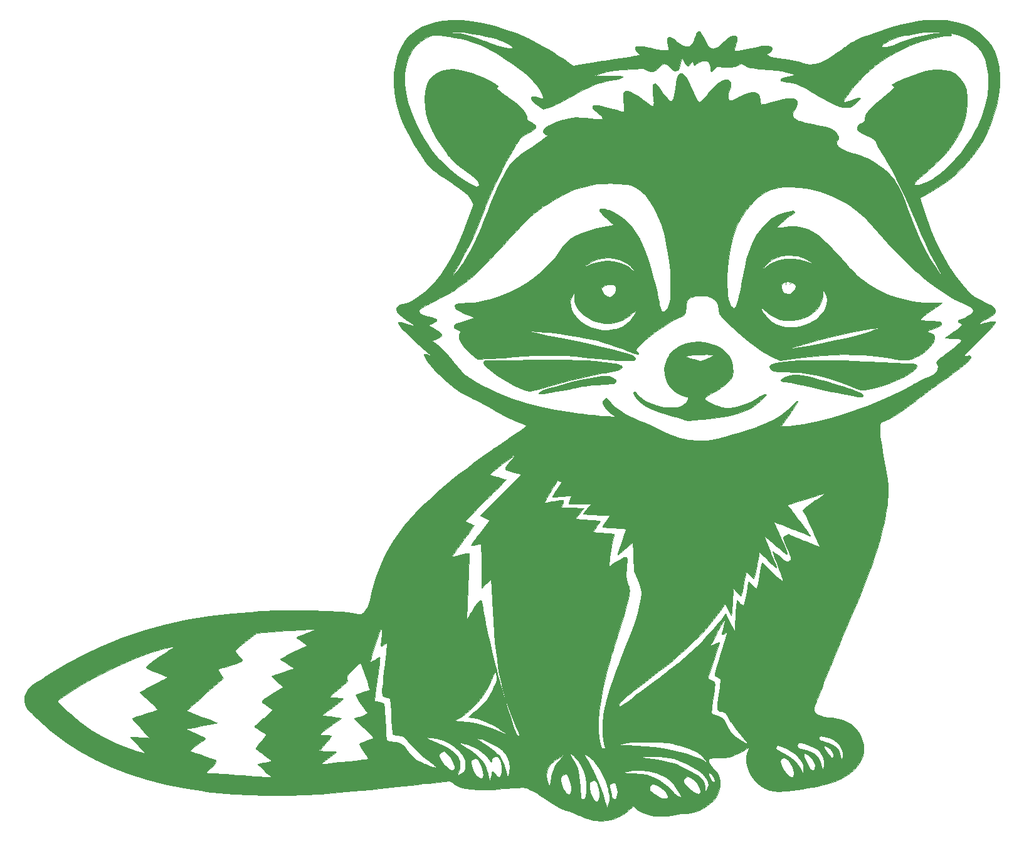
<source format=gbr>
%TF.GenerationSoftware,KiCad,Pcbnew,9.0.6*%
%TF.CreationDate,2025-12-13T06:14:27+01:00*%
%TF.ProjectId,Rocket,526f636b-6574-42e6-9b69-6361645f7063,rev?*%
%TF.SameCoordinates,Original*%
%TF.FileFunction,Legend,Top*%
%TF.FilePolarity,Positive*%
%FSLAX46Y46*%
G04 Gerber Fmt 4.6, Leading zero omitted, Abs format (unit mm)*
G04 Created by KiCad (PCBNEW 9.0.6) date 2025-12-13 06:14:27*
%MOMM*%
%LPD*%
G01*
G04 APERTURE LIST*
%ADD10C,0.150000*%
%ADD11C,0.120000*%
%ADD12C,0.010000*%
G04 APERTURE END LIST*
D10*
X144431905Y-74494819D02*
X144431905Y-73494819D01*
X144431905Y-73494819D02*
X144670000Y-73494819D01*
X144670000Y-73494819D02*
X144812857Y-73542438D01*
X144812857Y-73542438D02*
X144908095Y-73637676D01*
X144908095Y-73637676D02*
X144955714Y-73732914D01*
X144955714Y-73732914D02*
X145003333Y-73923390D01*
X145003333Y-73923390D02*
X145003333Y-74066247D01*
X145003333Y-74066247D02*
X144955714Y-74256723D01*
X144955714Y-74256723D02*
X144908095Y-74351961D01*
X144908095Y-74351961D02*
X144812857Y-74447200D01*
X144812857Y-74447200D02*
X144670000Y-74494819D01*
X144670000Y-74494819D02*
X144431905Y-74494819D01*
X145384286Y-73590057D02*
X145431905Y-73542438D01*
X145431905Y-73542438D02*
X145527143Y-73494819D01*
X145527143Y-73494819D02*
X145765238Y-73494819D01*
X145765238Y-73494819D02*
X145860476Y-73542438D01*
X145860476Y-73542438D02*
X145908095Y-73590057D01*
X145908095Y-73590057D02*
X145955714Y-73685295D01*
X145955714Y-73685295D02*
X145955714Y-73780533D01*
X145955714Y-73780533D02*
X145908095Y-73923390D01*
X145908095Y-73923390D02*
X145336667Y-74494819D01*
X145336667Y-74494819D02*
X145955714Y-74494819D01*
X170031905Y-74794819D02*
X170031905Y-73794819D01*
X170031905Y-73794819D02*
X170270000Y-73794819D01*
X170270000Y-73794819D02*
X170412857Y-73842438D01*
X170412857Y-73842438D02*
X170508095Y-73937676D01*
X170508095Y-73937676D02*
X170555714Y-74032914D01*
X170555714Y-74032914D02*
X170603333Y-74223390D01*
X170603333Y-74223390D02*
X170603333Y-74366247D01*
X170603333Y-74366247D02*
X170555714Y-74556723D01*
X170555714Y-74556723D02*
X170508095Y-74651961D01*
X170508095Y-74651961D02*
X170412857Y-74747200D01*
X170412857Y-74747200D02*
X170270000Y-74794819D01*
X170270000Y-74794819D02*
X170031905Y-74794819D01*
X171555714Y-74794819D02*
X170984286Y-74794819D01*
X171270000Y-74794819D02*
X171270000Y-73794819D01*
X171270000Y-73794819D02*
X171174762Y-73937676D01*
X171174762Y-73937676D02*
X171079524Y-74032914D01*
X171079524Y-74032914D02*
X170984286Y-74080533D01*
D11*
%TO.C,D2*%
X143610000Y-75764000D02*
X143610000Y-75920000D01*
X143610000Y-78080000D02*
X143610000Y-78236000D01*
X143610000Y-75764484D02*
G75*
G02*
X146842335Y-75921392I1560000J-1235516D01*
G01*
X144129039Y-75920000D02*
G75*
G02*
X146211130Y-75920163I1040961J-1080000D01*
G01*
X146211130Y-78079837D02*
G75*
G02*
X144129039Y-78080000I-1041130J1079837D01*
G01*
X146842335Y-78078608D02*
G75*
G02*
X143610000Y-78235516I-1672335J1078608D01*
G01*
%TO.C,D1*%
X169210000Y-76064000D02*
X169210000Y-76220000D01*
X169210000Y-78380000D02*
X169210000Y-78536000D01*
X169210000Y-76064484D02*
G75*
G02*
X172442335Y-76221392I1560000J-1235516D01*
G01*
X169729039Y-76220000D02*
G75*
G02*
X171811130Y-76220163I1040961J-1080000D01*
G01*
X171811130Y-78379837D02*
G75*
G02*
X169729039Y-78380000I-1041130J1079837D01*
G01*
X172442335Y-78378608D02*
G75*
G02*
X169210000Y-78535516I-1672335J1078608D01*
G01*
D12*
%TO.C,G\u002A\u002A\u002A*%
X190218374Y-40498190D02*
X190850439Y-40535629D01*
X191239367Y-40580967D01*
X192481520Y-40840268D01*
X193603858Y-41217209D01*
X194604924Y-41708332D01*
X195483265Y-42310181D01*
X196237425Y-43019298D01*
X196865950Y-43832227D01*
X197367385Y-44745510D01*
X197740274Y-45755691D01*
X197983164Y-46859311D01*
X198094599Y-48052915D01*
X198073124Y-49333045D01*
X197917285Y-50696244D01*
X197625627Y-52139056D01*
X197196695Y-53658022D01*
X196995684Y-54259421D01*
X196412920Y-55684123D01*
X195676048Y-57068987D01*
X194798407Y-58399391D01*
X193793334Y-59660714D01*
X192674169Y-60838334D01*
X191454250Y-61917628D01*
X190146913Y-62883975D01*
X188765498Y-63722754D01*
X188010598Y-64109277D01*
X187315842Y-64442644D01*
X187443505Y-64879822D01*
X188093197Y-66948309D01*
X188790154Y-68861493D01*
X189538803Y-70627894D01*
X190343573Y-72256034D01*
X191208891Y-73754436D01*
X192139187Y-75131621D01*
X193138887Y-76396110D01*
X193822256Y-77155558D01*
X194074818Y-77418861D01*
X194286992Y-77624485D01*
X194490615Y-77794083D01*
X194717523Y-77949308D01*
X194999553Y-78111812D01*
X195368544Y-78303249D01*
X195856331Y-78545271D01*
X195889912Y-78561795D01*
X196337310Y-78785329D01*
X196734265Y-78990119D01*
X197054611Y-79162146D01*
X197272182Y-79287393D01*
X197358597Y-79348648D01*
X197447820Y-79511930D01*
X197504456Y-79679219D01*
X197480522Y-79927500D01*
X197293825Y-80201325D01*
X196948317Y-80496576D01*
X196447952Y-80809139D01*
X196387788Y-80842145D01*
X196093366Y-81010388D01*
X195811943Y-81185672D01*
X195568052Y-81350305D01*
X195386228Y-81486597D01*
X195291002Y-81576858D01*
X195306909Y-81603397D01*
X195345700Y-81593580D01*
X195536541Y-81543466D01*
X195826694Y-81480613D01*
X196177916Y-81411760D01*
X196551960Y-81343644D01*
X196910581Y-81283002D01*
X197215534Y-81236573D01*
X197428574Y-81211093D01*
X197510759Y-81212171D01*
X197515675Y-81314727D01*
X197410830Y-81507192D01*
X197193162Y-81793090D01*
X196859608Y-82175943D01*
X196407107Y-82659274D01*
X195832596Y-83246607D01*
X195169949Y-83905155D01*
X194698357Y-84371951D01*
X194268124Y-84803583D01*
X193893624Y-85185173D01*
X193589234Y-85501844D01*
X193369329Y-85738718D01*
X193248283Y-85880916D01*
X193229033Y-85913892D01*
X193277109Y-85971921D01*
X193438936Y-85933983D01*
X193446212Y-85931238D01*
X193702267Y-85867908D01*
X193911878Y-85848667D01*
X194090107Y-85871895D01*
X194154440Y-85973544D01*
X194160367Y-86074846D01*
X194102650Y-86276988D01*
X193919232Y-86522930D01*
X193765249Y-86679616D01*
X193562460Y-86857176D01*
X193244247Y-87115089D01*
X192833611Y-87436185D01*
X192353559Y-87803294D01*
X191827093Y-88199245D01*
X191277218Y-88606868D01*
X190726938Y-89008991D01*
X190199257Y-89388446D01*
X189717179Y-89728060D01*
X189303709Y-90010665D01*
X189292033Y-90018464D01*
X188975003Y-90237985D01*
X188557573Y-90538766D01*
X188072046Y-90896879D01*
X187550721Y-91288395D01*
X187025899Y-91689385D01*
X186794367Y-91868748D01*
X186000363Y-92480704D01*
X185317608Y-92992528D01*
X184729523Y-93415139D01*
X184219526Y-93759459D01*
X183771037Y-94036411D01*
X183367475Y-94256915D01*
X182992260Y-94431893D01*
X182764922Y-94522935D01*
X182403258Y-94663405D01*
X182160214Y-94786697D01*
X182011694Y-94929875D01*
X181933606Y-95129999D01*
X181901854Y-95424132D01*
X181892345Y-95849335D01*
X181892139Y-95865448D01*
X181891593Y-96098842D01*
X181897998Y-96327050D01*
X181914144Y-96569023D01*
X181942820Y-96843711D01*
X181986816Y-97170064D01*
X182048920Y-97567032D01*
X182131922Y-98053565D01*
X182238610Y-98648613D01*
X182371774Y-99371127D01*
X182534202Y-100240056D01*
X182542512Y-100284333D01*
X182679465Y-101018656D01*
X182787427Y-101614111D01*
X182869813Y-102098034D01*
X182930036Y-102497761D01*
X182971511Y-102840627D01*
X182997651Y-103153970D01*
X183011870Y-103465123D01*
X183017582Y-103801425D01*
X183018332Y-104094333D01*
X183006264Y-104720538D01*
X182968114Y-105336562D01*
X182899489Y-105974437D01*
X182795997Y-106666198D01*
X182653245Y-107443877D01*
X182466841Y-108339508D01*
X182385602Y-108708667D01*
X182186315Y-109567352D01*
X181971792Y-110416194D01*
X181736992Y-111269273D01*
X181476873Y-112140666D01*
X181186393Y-113044451D01*
X180860510Y-113994708D01*
X180494182Y-115005513D01*
X180082368Y-116090946D01*
X179620025Y-117265086D01*
X179102112Y-118542009D01*
X178523587Y-119935796D01*
X177879409Y-121460523D01*
X177503883Y-122340000D01*
X176870784Y-123822786D01*
X176303995Y-125160571D01*
X175799767Y-126362514D01*
X175354351Y-127437775D01*
X174964001Y-128395516D01*
X174624968Y-129244895D01*
X174333503Y-129995072D01*
X174085860Y-130655209D01*
X173964043Y-130991439D01*
X173792939Y-131444687D01*
X173595889Y-131927091D01*
X173404617Y-132362294D01*
X173322901Y-132534597D01*
X173108483Y-133030520D01*
X173007972Y-133426821D01*
X173019015Y-133746991D01*
X173139261Y-134014524D01*
X173170509Y-134056607D01*
X173363771Y-134252856D01*
X173616247Y-134410646D01*
X173951276Y-134537378D01*
X174392199Y-134640452D01*
X174962356Y-134727270D01*
X175463271Y-134783592D01*
X176275847Y-134902166D01*
X176960815Y-135087942D01*
X177551519Y-135355501D01*
X178081301Y-135719424D01*
X178508575Y-136115369D01*
X179023384Y-136739211D01*
X179387667Y-137401233D01*
X179620229Y-138138894D01*
X179677518Y-138443926D01*
X179717876Y-139208951D01*
X179596905Y-139943511D01*
X179320824Y-140641635D01*
X178895857Y-141297356D01*
X178328223Y-141904703D01*
X177624146Y-142457708D01*
X176789847Y-142950402D01*
X175831547Y-143376816D01*
X174755468Y-143730980D01*
X173962569Y-143926861D01*
X173431727Y-144034202D01*
X172811656Y-144146875D01*
X172132099Y-144260644D01*
X171422803Y-144371272D01*
X170713511Y-144474519D01*
X170033969Y-144566150D01*
X169413921Y-144641926D01*
X168883113Y-144697609D01*
X168471290Y-144728962D01*
X168294700Y-144734333D01*
X167622225Y-144689016D01*
X167007288Y-144542380D01*
X166399744Y-144278403D01*
X165862918Y-143957217D01*
X165218481Y-143444714D01*
X164691426Y-142846043D01*
X164289556Y-142182042D01*
X164020674Y-141473550D01*
X163892581Y-140741405D01*
X163897199Y-140575826D01*
X168421700Y-140575826D01*
X168450244Y-140695699D01*
X168525257Y-140924551D01*
X168630809Y-141213946D01*
X168636218Y-141228129D01*
X168886770Y-141744015D01*
X169211224Y-142204405D01*
X169574064Y-142562408D01*
X169728849Y-142670647D01*
X169935797Y-142788639D01*
X170056829Y-142817697D01*
X170147704Y-142761630D01*
X170199320Y-142702791D01*
X170279042Y-142496073D01*
X170292676Y-142178759D01*
X170241940Y-141795416D01*
X170151344Y-141456534D01*
X170008558Y-141143245D01*
X169800569Y-140828357D01*
X169556774Y-140542649D01*
X169306573Y-140316903D01*
X169079363Y-140181897D01*
X168916831Y-140164009D01*
X168689308Y-140270800D01*
X168506094Y-140419338D01*
X168422459Y-140563653D01*
X168421700Y-140575826D01*
X163897199Y-140575826D01*
X163913080Y-140006446D01*
X164089973Y-139289511D01*
X164102607Y-139255710D01*
X164190531Y-139013459D01*
X164242862Y-138847736D01*
X164247254Y-138819054D01*
X167851301Y-138819054D01*
X167872676Y-138938792D01*
X167966511Y-139036885D01*
X168186055Y-139185161D01*
X168502098Y-139365434D01*
X168814331Y-139525138D01*
X169612821Y-139987945D01*
X170305944Y-140538904D01*
X170873585Y-141159216D01*
X171295626Y-141830084D01*
X171308204Y-141855667D01*
X171596700Y-142448333D01*
X171621996Y-141964715D01*
X171619600Y-141621833D01*
X171585342Y-141286044D01*
X171555468Y-141140090D01*
X171405424Y-140787566D01*
X171148533Y-140388730D01*
X170820660Y-139988410D01*
X170663543Y-139833898D01*
X171639033Y-139833898D01*
X171679175Y-139995615D01*
X171785888Y-140262146D01*
X171938605Y-140593114D01*
X172116757Y-140948143D01*
X172299778Y-141286855D01*
X172467100Y-141568874D01*
X172598154Y-141753823D01*
X172636562Y-141792167D01*
X172854542Y-141893950D01*
X173031268Y-141848940D01*
X173129549Y-141681219D01*
X173159603Y-141224424D01*
X173031843Y-140760549D01*
X172755544Y-140309982D01*
X172339980Y-139893113D01*
X172302389Y-139862930D01*
X171998948Y-139656776D01*
X171788129Y-139591714D01*
X171668987Y-139667702D01*
X171639033Y-139833898D01*
X170663543Y-139833898D01*
X170457669Y-139631439D01*
X170172578Y-139411498D01*
X169843968Y-139210923D01*
X169465005Y-139007949D01*
X169071164Y-138818273D01*
X168697921Y-138657591D01*
X168380752Y-138541598D01*
X168155132Y-138485990D01*
X168082744Y-138486877D01*
X167908640Y-138607827D01*
X167851301Y-138819054D01*
X164247254Y-138819054D01*
X164249857Y-138802059D01*
X164173456Y-138834760D01*
X163983176Y-138935486D01*
X163711318Y-139086786D01*
X163511033Y-139201179D01*
X163096459Y-139426508D01*
X162635137Y-139656208D01*
X162211025Y-139848934D01*
X162114033Y-139889167D01*
X161823495Y-140002378D01*
X161584824Y-140079091D01*
X161352000Y-140126378D01*
X161079008Y-140151312D01*
X160719829Y-140160967D01*
X160336033Y-140162442D01*
X159797866Y-140167621D01*
X159404783Y-140186216D01*
X159132755Y-140222994D01*
X158957756Y-140282725D01*
X158855755Y-140370176D01*
X158809927Y-140465302D01*
X158815565Y-140683684D01*
X158924103Y-140970288D01*
X159111405Y-141281379D01*
X159353332Y-141573216D01*
X159492999Y-141703085D01*
X159874909Y-142127578D01*
X160150846Y-142655614D01*
X160310625Y-143251096D01*
X160344058Y-143877931D01*
X160261238Y-144425416D01*
X159991314Y-145143876D01*
X159571028Y-145801277D01*
X159011772Y-146386656D01*
X158324938Y-146889050D01*
X157521916Y-147297497D01*
X157117887Y-147450394D01*
X156717440Y-147572232D01*
X156340455Y-147647900D01*
X155915763Y-147688885D01*
X155552367Y-147703080D01*
X155054174Y-147730378D01*
X154596964Y-147783014D01*
X154240165Y-147853843D01*
X154197700Y-147865982D01*
X153779285Y-147956815D01*
X153245996Y-148020154D01*
X152650292Y-148054451D01*
X152044632Y-148058158D01*
X151481476Y-148029728D01*
X151013283Y-147967613D01*
X150980367Y-147960904D01*
X150475713Y-147823047D01*
X149971487Y-147630195D01*
X149509789Y-147402972D01*
X149132721Y-147162001D01*
X148889150Y-146936521D01*
X148660868Y-146650423D01*
X148086959Y-147191820D01*
X147448595Y-147695668D01*
X146710188Y-148112515D01*
X145909125Y-148430091D01*
X145082789Y-148636121D01*
X144268566Y-148718334D01*
X143568636Y-148675042D01*
X143190277Y-148594211D01*
X142703322Y-148456732D01*
X142152576Y-148277663D01*
X141582844Y-148072064D01*
X141038930Y-147854996D01*
X140743360Y-147725398D01*
X140349210Y-147553957D01*
X139938743Y-147389617D01*
X139586790Y-147262025D01*
X139515693Y-147239024D01*
X139094992Y-147080929D01*
X138596712Y-146842677D01*
X138007675Y-146517001D01*
X137314704Y-146096636D01*
X136544700Y-145600720D01*
X136101121Y-145313770D01*
X135646396Y-145028231D01*
X135226479Y-144772417D01*
X134887323Y-144574642D01*
X134809033Y-144531315D01*
X134483378Y-144360609D01*
X134236277Y-144257947D01*
X134000026Y-144206038D01*
X133706919Y-144187591D01*
X133454367Y-144185354D01*
X133140729Y-144193596D01*
X132699318Y-144217142D01*
X132170725Y-144253217D01*
X131595541Y-144299043D01*
X131014358Y-144351844D01*
X130999033Y-144353333D01*
X129732913Y-144456951D01*
X128612697Y-144504979D01*
X127623776Y-144495768D01*
X126751541Y-144427669D01*
X125981383Y-144299034D01*
X125298695Y-144108212D01*
X124688866Y-143853555D01*
X124220736Y-143588148D01*
X123830373Y-143337653D01*
X121636203Y-143549409D01*
X121034770Y-143608645D01*
X120300965Y-143682856D01*
X119470712Y-143768296D01*
X118579935Y-143861220D01*
X117664555Y-143957882D01*
X116760499Y-144054537D01*
X115970700Y-144140118D01*
X114475908Y-144302284D01*
X113131538Y-144445688D01*
X111919891Y-144571799D01*
X110823269Y-144682086D01*
X109823973Y-144778017D01*
X108904304Y-144861061D01*
X108046564Y-144932687D01*
X107233054Y-144994363D01*
X106446075Y-145047558D01*
X105667929Y-145093741D01*
X104880917Y-145134379D01*
X104067341Y-145170943D01*
X103209501Y-145204900D01*
X103081803Y-145209643D01*
X101029388Y-145255907D01*
X98923900Y-145247562D01*
X96807979Y-145186405D01*
X94724268Y-145074233D01*
X92715408Y-144912843D01*
X90824041Y-144704032D01*
X90697700Y-144687758D01*
X87940734Y-144265202D01*
X85309987Y-143731001D01*
X82803814Y-143084522D01*
X80420564Y-142325132D01*
X78158591Y-141452198D01*
X76016246Y-140465086D01*
X73991882Y-139363164D01*
X72083850Y-138145798D01*
X70372769Y-136878052D01*
X70032625Y-136597131D01*
X69630027Y-136248159D01*
X69186558Y-135851506D01*
X68723801Y-135427542D01*
X68263341Y-134996636D01*
X67826761Y-134579160D01*
X67435644Y-134195483D01*
X67111574Y-133865975D01*
X66876134Y-133611007D01*
X66765609Y-133473678D01*
X66521647Y-132980303D01*
X66429467Y-132468321D01*
X70885700Y-132468321D01*
X70947676Y-132596253D01*
X71123932Y-132818610D01*
X71399959Y-133119876D01*
X71761246Y-133484535D01*
X72193285Y-133897072D01*
X72401252Y-134089021D01*
X73877615Y-135341290D01*
X75404035Y-136441286D01*
X76998178Y-137398980D01*
X78677713Y-138224345D01*
X80460307Y-138927352D01*
X81666545Y-139318607D01*
X82051622Y-139431206D01*
X82384255Y-139523514D01*
X82626870Y-139585422D01*
X82737857Y-139606822D01*
X82720681Y-139552254D01*
X82598513Y-139397165D01*
X82387356Y-139159498D01*
X82103213Y-138857198D01*
X81762089Y-138508207D01*
X81723033Y-138469000D01*
X81304069Y-138052763D01*
X81001620Y-137746235D01*
X80822887Y-137535286D01*
X80775068Y-137405782D01*
X80865365Y-137343593D01*
X81100975Y-137334588D01*
X81489099Y-137364635D01*
X82036937Y-137419602D01*
X82247205Y-137440152D01*
X82688258Y-137480642D01*
X82984649Y-137501910D01*
X83160026Y-137503306D01*
X83238039Y-137484178D01*
X83242337Y-137443877D01*
X83222517Y-137413323D01*
X83135742Y-137311180D01*
X82956853Y-137108330D01*
X82707832Y-136829194D01*
X82410655Y-136498191D01*
X82214608Y-136280866D01*
X88185010Y-136280866D01*
X88267306Y-136322882D01*
X88478236Y-136422246D01*
X88791935Y-136567002D01*
X89182536Y-136745193D01*
X89516625Y-136896397D01*
X89948560Y-137094586D01*
X90322620Y-137272577D01*
X90612987Y-137417567D01*
X90793844Y-137516758D01*
X90842166Y-137553624D01*
X90784355Y-137624045D01*
X90611093Y-137774412D01*
X90344939Y-137986550D01*
X90008451Y-138242285D01*
X89763426Y-138422755D01*
X89322761Y-138749856D01*
X89015889Y-138993193D01*
X88834100Y-139160469D01*
X88768682Y-139259389D01*
X88782959Y-139289890D01*
X88896918Y-139336141D01*
X89145345Y-139426290D01*
X89501917Y-139551139D01*
X89940306Y-139701492D01*
X90434188Y-139868151D01*
X90528635Y-139899735D01*
X91027944Y-140069380D01*
X91474395Y-140226581D01*
X91842170Y-140361799D01*
X92105454Y-140465494D01*
X92238429Y-140528128D01*
X92246819Y-140534585D01*
X92289359Y-140688784D01*
X92198990Y-140914524D01*
X91987351Y-141195148D01*
X91666082Y-141513997D01*
X91414808Y-141725273D01*
X91121299Y-141960064D01*
X90946631Y-142109327D01*
X90876978Y-142192763D01*
X90898512Y-142230074D01*
X90997408Y-142240960D01*
X91051986Y-142242258D01*
X91175729Y-142248718D01*
X91449132Y-142265539D01*
X91852925Y-142291424D01*
X92367836Y-142325073D01*
X92974596Y-142365190D01*
X93653933Y-142410475D01*
X94386576Y-142459630D01*
X95153255Y-142511357D01*
X95934698Y-142564359D01*
X96711635Y-142617335D01*
X97464795Y-142668990D01*
X98174907Y-142718023D01*
X98822700Y-142763137D01*
X99388904Y-142803034D01*
X99608867Y-142818719D01*
X99734557Y-142813332D01*
X99757033Y-142798852D01*
X99697233Y-142734956D01*
X99532644Y-142579547D01*
X99285484Y-142353108D01*
X98977973Y-142076121D01*
X98827203Y-141941669D01*
X98502657Y-141646847D01*
X98232852Y-141389702D01*
X98039028Y-141191447D01*
X97942429Y-141073298D01*
X97936326Y-141051938D01*
X98036963Y-141001031D01*
X98243374Y-140948141D01*
X98336990Y-140931357D01*
X98614024Y-140881380D01*
X98971249Y-140809198D01*
X99277773Y-140742394D01*
X99856845Y-140610982D01*
X98769773Y-139809589D01*
X98398581Y-139532517D01*
X98078329Y-139286954D01*
X98007983Y-139231000D01*
X106190096Y-139231000D01*
X107268971Y-139292093D01*
X107688546Y-139317196D01*
X108053282Y-139341517D01*
X108326267Y-139362420D01*
X108470585Y-139377272D01*
X108476273Y-139378275D01*
X108453443Y-139431747D01*
X108310154Y-139564379D01*
X108066071Y-139760260D01*
X107740858Y-140003475D01*
X107427041Y-140227348D01*
X107051684Y-140496137D01*
X106744855Y-140727912D01*
X106525251Y-140907517D01*
X106411566Y-141019796D01*
X106411041Y-141050998D01*
X106529854Y-141042201D01*
X106797213Y-141017302D01*
X107193301Y-140978308D01*
X107698301Y-140927224D01*
X108292397Y-140866054D01*
X108955770Y-140796805D01*
X109668606Y-140721481D01*
X109691607Y-140719036D01*
X110399373Y-140642957D01*
X111052723Y-140571144D01*
X111632849Y-140505784D01*
X112120947Y-140449066D01*
X112498208Y-140403176D01*
X112745827Y-140370303D01*
X112844997Y-140352635D01*
X112845833Y-140352088D01*
X112815282Y-140272376D01*
X112707074Y-140077998D01*
X112536917Y-139795561D01*
X112320517Y-139451670D01*
X112245760Y-139335605D01*
X112014726Y-138974031D01*
X111821258Y-138662071D01*
X111682213Y-138427612D01*
X111614448Y-138298544D01*
X111610535Y-138284721D01*
X111685929Y-138232158D01*
X111891386Y-138139740D01*
X112196025Y-138020248D01*
X112568965Y-137886467D01*
X112590624Y-137879024D01*
X112969069Y-137746496D01*
X113284087Y-137630925D01*
X113503794Y-137544384D01*
X113596303Y-137498944D01*
X113596985Y-137498024D01*
X113546034Y-137429424D01*
X113388645Y-137262539D01*
X113142132Y-137014662D01*
X112823814Y-136703086D01*
X112451006Y-136345103D01*
X112280152Y-136183000D01*
X111887666Y-135809900D01*
X111540223Y-135475746D01*
X111255584Y-135197942D01*
X111051513Y-134993891D01*
X110945772Y-134880997D01*
X110934956Y-134864981D01*
X111009950Y-134824093D01*
X111210025Y-134759775D01*
X111494829Y-134684717D01*
X111550843Y-134671313D01*
X111969835Y-134552575D01*
X112321222Y-134414906D01*
X112575241Y-134272900D01*
X112702131Y-134141151D01*
X112711033Y-134102405D01*
X112658844Y-133994300D01*
X112522681Y-133804527D01*
X112351200Y-133596670D01*
X112131806Y-133325566D01*
X111897384Y-133003604D01*
X111666408Y-132660624D01*
X111457351Y-132326467D01*
X111288687Y-132030974D01*
X111178889Y-131803983D01*
X111146430Y-131675336D01*
X111153165Y-131661473D01*
X111260915Y-131610352D01*
X111494816Y-131523779D01*
X111818701Y-131414539D01*
X112139533Y-131312856D01*
X112502263Y-131195681D01*
X112796370Y-131090461D01*
X112989346Y-131009516D01*
X113049700Y-130967913D01*
X113022984Y-130863536D01*
X112949362Y-130628918D01*
X112838623Y-130292341D01*
X112700556Y-129882091D01*
X112544951Y-129426452D01*
X112381597Y-128953711D01*
X112220283Y-128492151D01*
X112070798Y-128070058D01*
X111942931Y-127715716D01*
X111846471Y-127457410D01*
X111802933Y-127351850D01*
X113051948Y-127351850D01*
X113115137Y-127332591D01*
X113287126Y-127233291D01*
X113538488Y-127071723D01*
X113727033Y-126944120D01*
X114037645Y-126732995D01*
X114235475Y-126610080D01*
X114345649Y-126565327D01*
X114393296Y-126588689D01*
X114403541Y-126670117D01*
X114403532Y-126673603D01*
X114392332Y-126802581D01*
X114360933Y-127078006D01*
X114312018Y-127478547D01*
X114248272Y-127982871D01*
X114172377Y-128569646D01*
X114087017Y-129217538D01*
X114027673Y-129661751D01*
X113938939Y-130328506D01*
X113859181Y-130939713D01*
X113790846Y-131475669D01*
X113736381Y-131916675D01*
X113698233Y-132243030D01*
X113678848Y-132435031D01*
X113677733Y-132478922D01*
X113765708Y-132512307D01*
X113973257Y-132576345D01*
X114256481Y-132657526D01*
X114272958Y-132662103D01*
X114572878Y-132754689D01*
X114811833Y-132845651D01*
X114938246Y-132915347D01*
X114938432Y-132915532D01*
X114964572Y-133019356D01*
X114995774Y-133269069D01*
X115030532Y-133641355D01*
X115067339Y-134112896D01*
X115104687Y-134660377D01*
X115141071Y-135260480D01*
X115174985Y-135889889D01*
X115204920Y-136525286D01*
X115229372Y-137143356D01*
X115245508Y-137668032D01*
X115256255Y-137764578D01*
X115302463Y-137833616D01*
X115413892Y-137886969D01*
X115620300Y-137936461D01*
X115951447Y-137993917D01*
X116142652Y-138024501D01*
X116537549Y-138093916D01*
X116891156Y-138168275D01*
X117156292Y-138237013D01*
X117261937Y-138275135D01*
X117411079Y-138387070D01*
X117627225Y-138599420D01*
X117876040Y-138876936D01*
X118028005Y-139061667D01*
X118409295Y-139535700D01*
X118717344Y-139898446D01*
X118980651Y-140173976D01*
X119227719Y-140386364D01*
X119487047Y-140559682D01*
X119787136Y-140718001D01*
X120156487Y-140885395D01*
X120219634Y-140912779D01*
X120755284Y-141134823D01*
X121243708Y-141319240D01*
X121655077Y-141455765D01*
X121959562Y-141534129D01*
X122066700Y-141548535D01*
X122052141Y-141498882D01*
X121935722Y-141363773D01*
X121741633Y-141170822D01*
X121708735Y-141139921D01*
X121432689Y-140900472D01*
X121076770Y-140616692D01*
X120702679Y-140337151D01*
X120565735Y-140240153D01*
X120332254Y-140071732D01*
X120194518Y-139963084D01*
X122424962Y-139963084D01*
X122532817Y-140236371D01*
X122689606Y-140519980D01*
X123102289Y-141121293D01*
X123538119Y-141556996D01*
X123844700Y-141757737D01*
X124086474Y-141867653D01*
X124243221Y-141882717D01*
X124367535Y-141806742D01*
X124378100Y-141796400D01*
X124484148Y-141577072D01*
X124476719Y-141270132D01*
X124366633Y-140902963D01*
X124164710Y-140502947D01*
X123881770Y-140097467D01*
X123571460Y-139755039D01*
X123067426Y-139263078D01*
X122761317Y-139443687D01*
X122536941Y-139600820D01*
X122425580Y-139762593D01*
X122424962Y-139963084D01*
X120194518Y-139963084D01*
X120103122Y-139890990D01*
X119861102Y-139681328D01*
X119588955Y-139426147D01*
X119269442Y-139108848D01*
X118885326Y-138712832D01*
X118419367Y-138221502D01*
X117956737Y-137727942D01*
X117719993Y-137479594D01*
X117628200Y-137399674D01*
X120627367Y-137399674D01*
X120839033Y-137571528D01*
X121006913Y-137672570D01*
X121290177Y-137807491D01*
X121643826Y-137955846D01*
X121897367Y-138052441D01*
X122858090Y-138454269D01*
X123668236Y-138902489D01*
X124323216Y-139394061D01*
X124818438Y-139925943D01*
X124903033Y-140044429D01*
X125056932Y-140285805D01*
X125145810Y-140485153D01*
X125187295Y-140706840D01*
X125199017Y-141015235D01*
X125199367Y-141126433D01*
X125183433Y-141540540D01*
X125127315Y-141855126D01*
X125018537Y-142137721D01*
X125008867Y-142157564D01*
X124899854Y-142388189D01*
X124830916Y-142552133D01*
X124818367Y-142596104D01*
X124879400Y-142599881D01*
X125035181Y-142527618D01*
X125244733Y-142404531D01*
X125467077Y-142255836D01*
X125661238Y-142106747D01*
X125754110Y-142020306D01*
X125861898Y-141885555D01*
X125924502Y-141734234D01*
X125953716Y-141516835D01*
X125961336Y-141183848D01*
X125961367Y-141150345D01*
X125926731Y-140674866D01*
X126691135Y-140674866D01*
X126708221Y-140909516D01*
X126709809Y-140921199D01*
X126847970Y-141507433D01*
X127085048Y-142063513D01*
X127393984Y-142529548D01*
X127479921Y-142625643D01*
X127776247Y-142884569D01*
X128019312Y-142989350D01*
X128205068Y-142938937D01*
X128286721Y-142834899D01*
X128369733Y-142523157D01*
X128354466Y-142116350D01*
X128249051Y-141651136D01*
X128061618Y-141164172D01*
X127817329Y-140718442D01*
X127607439Y-140421516D01*
X127428773Y-140267158D01*
X127242618Y-140243719D01*
X127010259Y-140339552D01*
X126861219Y-140430777D01*
X126735429Y-140537005D01*
X126691135Y-140674866D01*
X125926731Y-140674866D01*
X125923150Y-140625718D01*
X125795543Y-140172402D01*
X125559107Y-139748569D01*
X125194406Y-139312396D01*
X125030053Y-139146333D01*
X124392073Y-138613762D01*
X123684721Y-138172667D01*
X125212183Y-138172667D01*
X125391968Y-138364039D01*
X125539179Y-138486492D01*
X125793721Y-138665023D01*
X126115492Y-138872429D01*
X126359227Y-139020206D01*
X126978437Y-139432350D01*
X127547515Y-139900430D01*
X128035584Y-140394518D01*
X128411767Y-140884685D01*
X128570509Y-141163590D01*
X128709996Y-141496556D01*
X128853231Y-141910262D01*
X128970866Y-142319384D01*
X128978129Y-142348694D01*
X129080758Y-142763856D01*
X129153903Y-143033132D01*
X129207789Y-143175247D01*
X129252639Y-143208927D01*
X129298680Y-143152898D01*
X129352521Y-143034364D01*
X129434877Y-142773044D01*
X129493507Y-142467880D01*
X129499137Y-142418963D01*
X129548465Y-142125791D01*
X129620766Y-141998184D01*
X129715196Y-142037167D01*
X129760130Y-142101566D01*
X129973507Y-142407764D01*
X130199689Y-142646929D01*
X130405727Y-142788428D01*
X130524702Y-142812417D01*
X130694687Y-142709247D01*
X130813315Y-142477210D01*
X130881163Y-142148608D01*
X130898808Y-141755747D01*
X130866824Y-141330932D01*
X130785790Y-140906467D01*
X130656281Y-140514656D01*
X130478874Y-140187805D01*
X130477849Y-140186362D01*
X130332745Y-140028222D01*
X130167746Y-139990760D01*
X130042806Y-140007787D01*
X129727970Y-140087713D01*
X129553247Y-140194615D01*
X129489428Y-140353348D01*
X129491518Y-140476926D01*
X129486742Y-140691652D01*
X129422028Y-140754846D01*
X129308238Y-140668798D01*
X129156233Y-140435799D01*
X129138247Y-140402430D01*
X128902803Y-140069886D01*
X128545564Y-139705729D01*
X128102263Y-139340460D01*
X127608633Y-139004584D01*
X127284509Y-138820031D01*
X126840724Y-138606678D01*
X126384988Y-138420465D01*
X125960763Y-138276657D01*
X125611510Y-138190517D01*
X125441279Y-138172667D01*
X125212183Y-138172667D01*
X123684721Y-138172667D01*
X123660052Y-138157284D01*
X122875582Y-137796007D01*
X122330912Y-137626874D01*
X127579082Y-137626874D01*
X127675425Y-137744277D01*
X127891200Y-137924835D01*
X128212835Y-138157730D01*
X128626758Y-138432147D01*
X128882367Y-138592859D01*
X129252071Y-138834344D01*
X129604530Y-139087146D01*
X129891150Y-139315307D01*
X130021383Y-139435686D01*
X130219367Y-139624756D01*
X130379408Y-139750303D01*
X130447007Y-139781333D01*
X130522403Y-139852200D01*
X130648856Y-140042210D01*
X130804925Y-140317475D01*
X130889408Y-140480550D01*
X131082667Y-140895448D01*
X131239896Y-141311751D01*
X131377739Y-141780952D01*
X131512840Y-142354544D01*
X131547091Y-142515296D01*
X131607333Y-142681618D01*
X131680503Y-142683605D01*
X131707312Y-142631896D01*
X136875407Y-142631896D01*
X136928442Y-143097790D01*
X137011641Y-143422568D01*
X137118918Y-143686370D01*
X137232488Y-143855304D01*
X137334563Y-143895473D01*
X137344422Y-143890516D01*
X137390640Y-143788803D01*
X137438605Y-143568636D01*
X137473340Y-143316318D01*
X137514601Y-143061902D01*
X138803189Y-143061902D01*
X138828451Y-143309513D01*
X138968998Y-143904459D01*
X139193993Y-144441169D01*
X139481507Y-144868250D01*
X139504400Y-144893796D01*
X139751550Y-145113387D01*
X139952771Y-145174534D01*
X140119592Y-145078082D01*
X140207791Y-144945250D01*
X140299954Y-144617764D01*
X140300649Y-144189900D01*
X140214858Y-143700462D01*
X140047565Y-143188249D01*
X139955070Y-142977500D01*
X139808887Y-142681323D01*
X139686553Y-142454663D01*
X139607568Y-142332819D01*
X139592669Y-142321333D01*
X139444815Y-142369989D01*
X139234976Y-142488804D01*
X139029139Y-142637049D01*
X138926221Y-142732672D01*
X138830018Y-142878362D01*
X138803189Y-143061902D01*
X137514601Y-143061902D01*
X137591480Y-142587876D01*
X137792793Y-141932161D01*
X138096251Y-141306062D01*
X138520829Y-140666469D01*
X138793153Y-140317455D01*
X139287113Y-139710577D01*
X138701907Y-140047974D01*
X138016873Y-140500885D01*
X137496004Y-140978342D01*
X137135001Y-141487736D01*
X136929568Y-142036457D01*
X136875407Y-142631896D01*
X131707312Y-142631896D01*
X131762529Y-142525398D01*
X131849338Y-142211140D01*
X131850295Y-142206870D01*
X131936233Y-141464177D01*
X131857640Y-140755451D01*
X131617644Y-140090907D01*
X131244625Y-139519442D01*
X139966848Y-139519442D01*
X140186876Y-139925554D01*
X140363706Y-140238527D01*
X140572703Y-140590036D01*
X140685400Y-140771998D01*
X140905656Y-141163605D01*
X141080276Y-141581669D01*
X141215358Y-142053672D01*
X141317001Y-142607096D01*
X141391305Y-143269423D01*
X141444370Y-144068136D01*
X141452036Y-144226333D01*
X141474805Y-144672701D01*
X141499059Y-145071188D01*
X141522259Y-145384702D01*
X141541865Y-145576154D01*
X141546226Y-145602167D01*
X141643071Y-145755874D01*
X141812369Y-145795416D01*
X142003357Y-145722778D01*
X142141885Y-145578864D01*
X142203913Y-145447667D01*
X142246089Y-145256705D01*
X142271891Y-144975160D01*
X142284799Y-144572214D01*
X142287663Y-144287697D01*
X142273928Y-143735572D01*
X142684986Y-143735572D01*
X142693377Y-144000532D01*
X142705389Y-144185848D01*
X142807580Y-144858547D01*
X143019736Y-145421630D01*
X143315614Y-145860262D01*
X143529470Y-146058889D01*
X143709831Y-146094223D01*
X143874049Y-145964491D01*
X143979519Y-145792418D01*
X144087359Y-145427946D01*
X144099761Y-144964568D01*
X144019836Y-144441078D01*
X143850698Y-143896272D01*
X143821599Y-143824167D01*
X143693188Y-143528212D01*
X143595153Y-143356930D01*
X143498005Y-143276595D01*
X143372251Y-143253485D01*
X143321845Y-143252667D01*
X143061144Y-143298908D01*
X142859975Y-143392333D01*
X142759892Y-143474553D01*
X142704360Y-143574606D01*
X142684986Y-143735572D01*
X142273928Y-143735572D01*
X142268871Y-143532314D01*
X142196877Y-142890511D01*
X142061381Y-142312059D01*
X141852088Y-141746732D01*
X141699420Y-141418393D01*
X141474481Y-141026178D01*
X141188057Y-140618375D01*
X140872575Y-140233656D01*
X140560461Y-139910696D01*
X140342921Y-139735502D01*
X142023309Y-139735502D01*
X142046194Y-139820908D01*
X142141142Y-140018234D01*
X142291676Y-140295060D01*
X142422125Y-140520173D01*
X143201893Y-141948832D01*
X143880296Y-143441707D01*
X144472982Y-145035217D01*
X144780060Y-146007895D01*
X144897885Y-146400483D01*
X144997923Y-146726792D01*
X145070765Y-146956644D01*
X145107002Y-147059861D01*
X145108954Y-147062667D01*
X145133533Y-146986180D01*
X145186932Y-146780794D01*
X145259954Y-146482624D01*
X145305478Y-146290769D01*
X145392222Y-145891892D01*
X145432838Y-145612703D01*
X145430894Y-145411011D01*
X145393172Y-145253603D01*
X145332941Y-145028127D01*
X145270773Y-144709795D01*
X145227869Y-144424283D01*
X145124813Y-143948937D01*
X145402750Y-143948937D01*
X145417153Y-144108626D01*
X145476744Y-144362148D01*
X145519367Y-144522667D01*
X145590237Y-144827139D01*
X145636003Y-145101228D01*
X145645362Y-145221167D01*
X145705671Y-145450870D01*
X145852331Y-145657095D01*
X146036802Y-145780126D01*
X146109859Y-145792667D01*
X146231077Y-145724030D01*
X146356159Y-145557356D01*
X146363859Y-145542871D01*
X146451539Y-145248510D01*
X146482616Y-144859090D01*
X146461385Y-144433946D01*
X146450766Y-144372364D01*
X150820075Y-144372364D01*
X150863580Y-144561086D01*
X150961538Y-144681785D01*
X151166045Y-144860117D01*
X151437877Y-145067549D01*
X151737810Y-145275547D01*
X152026621Y-145455580D01*
X152260123Y-145576975D01*
X152539802Y-145660005D01*
X152856622Y-145703166D01*
X152906533Y-145704686D01*
X153132110Y-145699233D01*
X153235781Y-145652182D01*
X153264931Y-145525846D01*
X153266367Y-145418490D01*
X153195057Y-145154266D01*
X153001874Y-144846786D01*
X152717934Y-144525367D01*
X152374355Y-144219331D01*
X152002254Y-143957996D01*
X151632748Y-143770683D01*
X151456812Y-143713473D01*
X151200184Y-143723081D01*
X150990383Y-143862012D01*
X150854612Y-144091397D01*
X150820075Y-144372364D01*
X146450766Y-144372364D01*
X146392142Y-144032413D01*
X146279182Y-143713826D01*
X146225095Y-143626059D01*
X146081146Y-143555379D01*
X145862703Y-143556417D01*
X145643674Y-143619339D01*
X145506455Y-143721672D01*
X145432772Y-143835735D01*
X145402750Y-143948937D01*
X145124813Y-143948937D01*
X145119904Y-143926296D01*
X144923373Y-143362885D01*
X144655186Y-142761445D01*
X144332253Y-142149372D01*
X144332167Y-142149229D01*
X147474979Y-142149229D01*
X147518204Y-142223392D01*
X147551367Y-142239385D01*
X147698691Y-142266810D01*
X147976121Y-142290217D01*
X148344438Y-142307183D01*
X148764421Y-142315283D01*
X148780735Y-142315382D01*
X149364890Y-142329481D01*
X149831901Y-142367972D01*
X150232888Y-142436258D01*
X150459559Y-142492808D01*
X151243869Y-142771159D01*
X152020629Y-143159045D01*
X152740094Y-143627099D01*
X153352520Y-144145954D01*
X153478033Y-144274760D01*
X153849758Y-144666292D01*
X154138988Y-144953170D01*
X154373192Y-145159513D01*
X154579834Y-145309441D01*
X154786380Y-145427072D01*
X154795449Y-145431659D01*
X155016741Y-145540797D01*
X155165448Y-145609790D01*
X155198747Y-145622159D01*
X155174726Y-145555812D01*
X155085409Y-145380795D01*
X154950971Y-145136500D01*
X154483880Y-144368532D01*
X154023171Y-143743860D01*
X153544893Y-143241435D01*
X155399690Y-143241435D01*
X155454090Y-143431353D01*
X155611624Y-143691464D01*
X155763530Y-143902241D01*
X156245507Y-144444341D01*
X156766981Y-144824707D01*
X157135463Y-144989192D01*
X157416259Y-145048771D01*
X157586383Y-144985871D01*
X157661376Y-144790903D01*
X157668239Y-144660466D01*
X157603467Y-144354967D01*
X157426508Y-143987510D01*
X157161041Y-143597199D01*
X156830746Y-143223138D01*
X156751652Y-143146833D01*
X156413574Y-142869521D01*
X156132115Y-142735737D01*
X155881776Y-142740921D01*
X155637061Y-142880510D01*
X155573533Y-142936095D01*
X155441735Y-143087689D01*
X155399690Y-143241435D01*
X153544893Y-143241435D01*
X153543077Y-143239528D01*
X153017828Y-142832580D01*
X152421656Y-142500060D01*
X151728793Y-142219009D01*
X151642740Y-142189288D01*
X150639240Y-141932071D01*
X149577298Y-141825513D01*
X148929717Y-141831856D01*
X148490480Y-141866181D01*
X148103040Y-141921688D01*
X147789745Y-141991770D01*
X147572942Y-142069819D01*
X147474979Y-142149229D01*
X144332167Y-142149229D01*
X143971484Y-141554060D01*
X143589788Y-141002905D01*
X143204075Y-140523302D01*
X142831254Y-140142647D01*
X142761687Y-140091070D01*
X149752700Y-140091070D01*
X150091367Y-140183915D01*
X150328980Y-140236014D01*
X150674926Y-140296007D01*
X151069156Y-140353851D01*
X151234367Y-140375051D01*
X152328427Y-140534979D01*
X153294981Y-140730762D01*
X154117085Y-140958780D01*
X154358608Y-141042246D01*
X154738746Y-141196666D01*
X155198989Y-141406981D01*
X155704004Y-141654589D01*
X156218455Y-141920892D01*
X156707011Y-142187289D01*
X157134337Y-142435180D01*
X157465100Y-142645965D01*
X157612819Y-142755290D01*
X157982706Y-143158646D01*
X158198620Y-143632428D01*
X158261700Y-144124182D01*
X158272511Y-144390051D01*
X158300259Y-144582873D01*
X158324149Y-144641560D01*
X158420963Y-144645182D01*
X158538654Y-144527958D01*
X158652443Y-144332105D01*
X158737554Y-144099841D01*
X158769279Y-143883124D01*
X158700050Y-143475473D01*
X158508855Y-143034955D01*
X158221807Y-142610834D01*
X157937096Y-142313257D01*
X157816875Y-142219704D01*
X158757816Y-142219704D01*
X158759484Y-142390468D01*
X158816519Y-142558696D01*
X158983497Y-142907784D01*
X159160258Y-143191358D01*
X159329353Y-143392773D01*
X159473335Y-143495384D01*
X159574755Y-143482547D01*
X159616166Y-143337615D01*
X159616367Y-143321731D01*
X159565443Y-143073142D01*
X159436690Y-142772642D01*
X159266132Y-142488516D01*
X159089795Y-142289049D01*
X159060079Y-142267313D01*
X158860221Y-142176013D01*
X158757816Y-142219704D01*
X157816875Y-142219704D01*
X157517676Y-141986875D01*
X156980746Y-141634285D01*
X156368362Y-141277601D01*
X155722577Y-140938939D01*
X155085445Y-140640411D01*
X154499020Y-140404135D01*
X154028367Y-140257764D01*
X153490112Y-140149694D01*
X152867189Y-140063215D01*
X152203126Y-140000891D01*
X151541450Y-139965289D01*
X150925690Y-139958973D01*
X150399373Y-139984508D01*
X150091367Y-140025748D01*
X149752700Y-140091070D01*
X142761687Y-140091070D01*
X142488237Y-139888335D01*
X142400588Y-139843836D01*
X142187654Y-139761108D01*
X142046859Y-139729800D01*
X142023309Y-139735502D01*
X140342921Y-139735502D01*
X140284141Y-139688165D01*
X140214620Y-139647569D01*
X139966848Y-139519442D01*
X131244625Y-139519442D01*
X131219375Y-139480760D01*
X130915401Y-139154212D01*
X130570058Y-138871811D01*
X130128806Y-138580457D01*
X129627665Y-138297296D01*
X129102652Y-138039474D01*
X128589784Y-137824138D01*
X128125080Y-137668432D01*
X127744558Y-137589504D01*
X127615745Y-137583441D01*
X127579082Y-137626874D01*
X122330912Y-137626874D01*
X122080258Y-137549040D01*
X121315674Y-137435491D01*
X121304700Y-137434904D01*
X120627367Y-137399674D01*
X117628200Y-137399674D01*
X117544235Y-137326570D01*
X117374965Y-137240353D01*
X117157682Y-137192426D01*
X116866391Y-137157401D01*
X116556016Y-137111414D01*
X116314182Y-137053442D01*
X116188290Y-136995178D01*
X116183350Y-136988925D01*
X116155757Y-136916191D01*
X116128891Y-136779609D01*
X116101418Y-136563740D01*
X116072004Y-136253144D01*
X116039312Y-135832383D01*
X116002009Y-135286017D01*
X115995548Y-135183323D01*
X124382854Y-135183323D01*
X125299110Y-135237321D01*
X126292913Y-135345310D01*
X127363418Y-135549403D01*
X128458637Y-135835645D01*
X129526579Y-136190082D01*
X130515257Y-136598762D01*
X130702700Y-136687621D01*
X131076403Y-136869017D01*
X131318420Y-136983843D01*
X131449707Y-137038842D01*
X131491219Y-137040755D01*
X131463913Y-136996322D01*
X131388743Y-136912286D01*
X131383667Y-136906682D01*
X131182391Y-136725581D01*
X130868516Y-136491379D01*
X130479803Y-136228861D01*
X130054012Y-135962810D01*
X129628904Y-135718009D01*
X129348033Y-135570609D01*
X128374679Y-135148123D01*
X127433312Y-134870044D01*
X126979806Y-134784054D01*
X126686037Y-134736009D01*
X126468100Y-134696061D01*
X126370211Y-134672359D01*
X126368967Y-134671489D01*
X126423195Y-134613296D01*
X126586317Y-134466240D01*
X126836630Y-134249248D01*
X127152434Y-133981249D01*
X127351075Y-133814884D01*
X127984049Y-133264115D01*
X128496179Y-132758657D01*
X128914731Y-132261737D01*
X129266972Y-131736583D01*
X129580168Y-131146425D01*
X129881583Y-130454489D01*
X129926930Y-130341000D01*
X130067916Y-129972734D01*
X130149942Y-129713334D01*
X130181933Y-129516537D01*
X130172817Y-129336080D01*
X130147459Y-129198000D01*
X130066648Y-128819823D01*
X130009981Y-128595086D01*
X129963070Y-128512340D01*
X129911529Y-128560132D01*
X129840973Y-128727012D01*
X129775172Y-128901667D01*
X129342702Y-129904875D01*
X128814566Y-130899002D01*
X128217837Y-131840005D01*
X127579585Y-132683840D01*
X127163144Y-133151177D01*
X126585736Y-133722565D01*
X126051866Y-134180289D01*
X125519955Y-134557072D01*
X124980406Y-134868886D01*
X124382854Y-135183323D01*
X115995548Y-135183323D01*
X115958758Y-134598607D01*
X115917979Y-133919864D01*
X115814049Y-132164729D01*
X115384374Y-132039760D01*
X115200247Y-131990645D01*
X115048263Y-131949732D01*
X114927005Y-131901571D01*
X114835052Y-131830716D01*
X114770985Y-131721717D01*
X114733384Y-131559126D01*
X114720830Y-131327495D01*
X114731903Y-131011376D01*
X114765184Y-130595320D01*
X114819253Y-130063879D01*
X114892690Y-129401604D01*
X114984076Y-128593048D01*
X115030008Y-128183360D01*
X115112857Y-127432760D01*
X115188128Y-126735697D01*
X115254036Y-126109852D01*
X115308795Y-125572907D01*
X115350620Y-125142543D01*
X115377724Y-124836443D01*
X115388322Y-124672288D01*
X115386967Y-124649045D01*
X115310298Y-124679829D01*
X115152538Y-124795659D01*
X115048030Y-124883751D01*
X114809710Y-125051509D01*
X114625820Y-125103235D01*
X114520217Y-125040087D01*
X114516758Y-124863221D01*
X114518015Y-124858044D01*
X114577136Y-124555400D01*
X114627937Y-124181009D01*
X114666343Y-123784432D01*
X114688281Y-123415232D01*
X114689677Y-123122972D01*
X114672722Y-122975808D01*
X114604282Y-122722616D01*
X114449760Y-122958447D01*
X114395596Y-123082544D01*
X114301221Y-123341532D01*
X114175302Y-123708177D01*
X114026504Y-124155244D01*
X113863490Y-124655497D01*
X113694927Y-125181702D01*
X113529480Y-125706624D01*
X113375813Y-126203028D01*
X113242592Y-126643678D01*
X113138482Y-127001341D01*
X113072149Y-127248781D01*
X113051948Y-127351850D01*
X111802933Y-127351850D01*
X111791208Y-127323425D01*
X111784420Y-127312006D01*
X111709649Y-127348073D01*
X111541830Y-127490199D01*
X111301643Y-127718987D01*
X111009770Y-128015042D01*
X110810500Y-128225394D01*
X110467289Y-128594528D01*
X110224128Y-128864297D01*
X110065163Y-129058788D01*
X109974541Y-129202089D01*
X109936409Y-129318285D01*
X109934914Y-129431463D01*
X109949137Y-129534111D01*
X110001854Y-129863781D01*
X108782019Y-130906724D01*
X108341487Y-131287752D01*
X108022390Y-131574947D01*
X107813516Y-131779733D01*
X107703657Y-131913538D01*
X107681604Y-131987787D01*
X107702442Y-132007216D01*
X107850554Y-132036247D01*
X108116083Y-132061130D01*
X108447111Y-132077296D01*
X108520033Y-132079155D01*
X108895987Y-132087733D01*
X109170825Y-132103679D01*
X109340204Y-132139407D01*
X109399780Y-132207329D01*
X109345209Y-132319858D01*
X109172147Y-132489406D01*
X108876251Y-132728386D01*
X108453178Y-133049211D01*
X108083885Y-133325500D01*
X107652588Y-133649828D01*
X107274358Y-133937386D01*
X106967706Y-134173839D01*
X106751143Y-134344850D01*
X106643177Y-134436086D01*
X106635324Y-134447333D01*
X106765295Y-134459675D01*
X107016602Y-134492956D01*
X107353278Y-134541557D01*
X107739361Y-134599859D01*
X108138886Y-134662244D01*
X108515888Y-134723092D01*
X108834404Y-134776786D01*
X109058470Y-134817705D01*
X109152120Y-134840233D01*
X109152581Y-134840606D01*
X109134479Y-134913521D01*
X109103937Y-134938770D01*
X109010969Y-135004174D01*
X108802578Y-135152731D01*
X108500781Y-135368685D01*
X108127594Y-135636274D01*
X107705034Y-135939742D01*
X107602190Y-136013667D01*
X107101962Y-136374391D01*
X106734298Y-136647998D01*
X106494656Y-136846744D01*
X106378491Y-136982885D01*
X106381260Y-137068675D01*
X106498418Y-137116371D01*
X106725421Y-137138228D01*
X107057726Y-137146502D01*
X107181536Y-137148227D01*
X107485702Y-137161321D01*
X107717411Y-137187915D01*
X107830347Y-137222491D01*
X107833136Y-137225859D01*
X107795350Y-137310296D01*
X107662908Y-137497253D01*
X107454070Y-137763060D01*
X107187096Y-138084048D01*
X107032998Y-138263025D01*
X106190096Y-139231000D01*
X98007983Y-139231000D01*
X97832845Y-139091694D01*
X97685960Y-138965528D01*
X97654912Y-138930402D01*
X97695653Y-138839737D01*
X97826828Y-138646956D01*
X98028964Y-138378762D01*
X98282588Y-138061857D01*
X98332246Y-138001654D01*
X98597430Y-137678770D01*
X98820819Y-137401375D01*
X98981301Y-137196080D01*
X99057766Y-137089499D01*
X99060885Y-137083128D01*
X99002842Y-137014442D01*
X98827460Y-136879379D01*
X98562846Y-136698276D01*
X98277718Y-136516490D01*
X97955171Y-136311854D01*
X97693984Y-136136460D01*
X97523281Y-136010517D01*
X97471033Y-135956774D01*
X97532826Y-135886071D01*
X97705082Y-135724562D01*
X97968122Y-135489772D01*
X98302266Y-135199229D01*
X98687831Y-134870458D01*
X98746144Y-134821239D01*
X99132849Y-134489587D01*
X99465461Y-134193394D01*
X99725555Y-133949990D01*
X99894707Y-133776705D01*
X99954494Y-133690869D01*
X99952644Y-133686378D01*
X99855222Y-133613193D01*
X99655467Y-133470479D01*
X99390549Y-133284688D01*
X99291367Y-133215803D01*
X98952147Y-132986800D01*
X98699681Y-132813861D01*
X98540447Y-132677385D01*
X98480918Y-132557772D01*
X98527573Y-132435422D01*
X98686886Y-132290736D01*
X98965334Y-132104114D01*
X99369393Y-131855955D01*
X99834998Y-131570497D01*
X101356987Y-130626722D01*
X100557010Y-129902827D01*
X100256112Y-129628526D01*
X100006900Y-129397495D01*
X99833054Y-129231971D01*
X99758254Y-129154192D01*
X99757033Y-129151573D01*
X99833644Y-129118603D01*
X100046884Y-129043166D01*
X100371864Y-128933644D01*
X100783695Y-128798419D01*
X101257486Y-128645872D01*
X101281033Y-128638362D01*
X101757415Y-128483637D01*
X102172925Y-128343228D01*
X102502628Y-128226014D01*
X102721590Y-128140870D01*
X102804875Y-128096674D01*
X102805033Y-128095804D01*
X102736886Y-128032920D01*
X102550566Y-127901436D01*
X102273253Y-127719617D01*
X101932128Y-127505731D01*
X101873700Y-127469912D01*
X101524927Y-127252511D01*
X101235675Y-127064125D01*
X101033120Y-126923054D01*
X100944438Y-126847602D01*
X100942632Y-126842862D01*
X101015683Y-126791540D01*
X101220810Y-126678119D01*
X101537205Y-126513299D01*
X101944060Y-126307783D01*
X102420567Y-126072274D01*
X102792762Y-125891273D01*
X104642626Y-124997547D01*
X103896446Y-124494273D01*
X103592901Y-124281928D01*
X103352924Y-124099474D01*
X103204769Y-123969332D01*
X103171105Y-123918633D01*
X103253345Y-123866436D01*
X103468341Y-123766870D01*
X103789932Y-123631053D01*
X104191962Y-123470099D01*
X104560151Y-123328350D01*
X105003666Y-123158344D01*
X105383944Y-123008519D01*
X105676098Y-122889015D01*
X105855242Y-122809972D01*
X105900225Y-122782303D01*
X105812722Y-122782045D01*
X105572758Y-122792182D01*
X105196826Y-122811755D01*
X104701420Y-122839805D01*
X104103029Y-122875370D01*
X103418148Y-122917491D01*
X102663268Y-122965208D01*
X101854880Y-123017561D01*
X101825286Y-123019501D01*
X97778478Y-123284830D01*
X96313242Y-124441643D01*
X95823608Y-124831065D01*
X95454672Y-125132338D01*
X95191843Y-125359145D01*
X95020524Y-125525166D01*
X94926122Y-125644083D01*
X94894043Y-125729577D01*
X94897990Y-125768394D01*
X95038116Y-126066084D01*
X95263507Y-126375967D01*
X95517333Y-126624456D01*
X95606443Y-126685729D01*
X95806439Y-126844173D01*
X95841093Y-126993009D01*
X95709240Y-127142731D01*
X95544867Y-127239838D01*
X95336528Y-127328717D01*
X95004148Y-127450858D01*
X94586658Y-127593551D01*
X94122989Y-127744087D01*
X93652073Y-127889758D01*
X93212842Y-128017853D01*
X92920200Y-128096647D01*
X92677249Y-128170005D01*
X92578649Y-128248413D01*
X92602017Y-128366481D01*
X92671859Y-128480661D01*
X92777993Y-128649933D01*
X92925319Y-128896875D01*
X93011840Y-129045987D01*
X93240329Y-129444307D01*
X91527616Y-130950987D01*
X91021631Y-131396229D01*
X90510813Y-131845953D01*
X90023141Y-132275508D01*
X89586594Y-132660245D01*
X89229152Y-132975513D01*
X89036976Y-133145218D01*
X88259049Y-133832770D01*
X90323524Y-134626885D01*
X90876641Y-134841367D01*
X91373917Y-135037498D01*
X91794581Y-135206816D01*
X92117862Y-135340860D01*
X92322989Y-135431167D01*
X92389516Y-135468529D01*
X92310161Y-135495336D01*
X92086022Y-135546039D01*
X91739274Y-135616272D01*
X91292093Y-135701670D01*
X90766653Y-135797865D01*
X90274515Y-135884955D01*
X89701713Y-135985984D01*
X89189832Y-136078557D01*
X88760683Y-136158543D01*
X88436077Y-136221809D01*
X88237824Y-136264223D01*
X88185010Y-136280866D01*
X82214608Y-136280866D01*
X82087303Y-136139744D01*
X81759753Y-135778272D01*
X81449985Y-135438196D01*
X81182896Y-135147102D01*
X81038976Y-134973808D01*
X80969879Y-134855351D01*
X80971008Y-134832469D01*
X81060620Y-134796434D01*
X81287708Y-134719034D01*
X81627758Y-134608223D01*
X82056256Y-134471956D01*
X82548686Y-134318187D01*
X82700888Y-134271167D01*
X83208590Y-134113017D01*
X83660584Y-133969015D01*
X84032059Y-133847328D01*
X84298203Y-133756125D01*
X84434205Y-133703572D01*
X84445687Y-133696799D01*
X84402783Y-133626745D01*
X84250761Y-133462508D01*
X84007609Y-133221792D01*
X83691309Y-132922302D01*
X83319847Y-132581743D01*
X83239187Y-132509066D01*
X82855094Y-132161474D01*
X82518090Y-131851680D01*
X82247141Y-131597520D01*
X82061215Y-131416829D01*
X81979280Y-131327440D01*
X81977033Y-131322261D01*
X82049640Y-131271781D01*
X82254067Y-131157054D01*
X82570219Y-130988643D01*
X82978005Y-130777110D01*
X83457330Y-130533016D01*
X83922524Y-130299585D01*
X84444522Y-130036160D01*
X84908865Y-129795638D01*
X85296255Y-129588525D01*
X85587398Y-129425327D01*
X85762996Y-129316550D01*
X85806357Y-129273916D01*
X85711451Y-129226210D01*
X85484869Y-129127355D01*
X85152513Y-128988198D01*
X84740282Y-128819587D01*
X84284513Y-128636526D01*
X83823942Y-128449352D01*
X83423018Y-128279257D01*
X83106331Y-128137262D01*
X82898466Y-128034391D01*
X82824013Y-127981752D01*
X82887517Y-127862922D01*
X83081063Y-127672787D01*
X83408122Y-127408676D01*
X83872165Y-127067914D01*
X84476665Y-126647828D01*
X85102981Y-126226745D01*
X85561244Y-125919394D01*
X85961583Y-125645474D01*
X86285950Y-125417788D01*
X86516299Y-125249141D01*
X86634582Y-125152337D01*
X86643196Y-125134000D01*
X86524957Y-125153793D01*
X86277977Y-125207795D01*
X85937487Y-125287939D01*
X85538717Y-125386159D01*
X85506914Y-125394162D01*
X83477362Y-125977535D01*
X81403023Y-126714267D01*
X79297096Y-127598622D01*
X77172779Y-128624862D01*
X75043270Y-129787253D01*
X74060700Y-130369057D01*
X73578823Y-130665231D01*
X73081037Y-130977745D01*
X72588064Y-131292895D01*
X72120628Y-131596981D01*
X71699453Y-131876300D01*
X71345262Y-132117149D01*
X71078779Y-132305827D01*
X70920728Y-132428632D01*
X70885700Y-132468321D01*
X66429467Y-132468321D01*
X66425753Y-132447696D01*
X66469446Y-131901171D01*
X66644246Y-131366044D01*
X66941671Y-130867630D01*
X67353241Y-130431243D01*
X67870476Y-130082200D01*
X67908277Y-130062772D01*
X68134557Y-129937290D01*
X68468450Y-129737401D01*
X68877206Y-129483423D01*
X69328078Y-129195673D01*
X69742700Y-128924684D01*
X72076142Y-127482094D01*
X74516914Y-126170075D01*
X76842538Y-125091667D01*
X86803033Y-125091667D01*
X86845367Y-125134000D01*
X86887700Y-125091667D01*
X86845367Y-125049333D01*
X86803033Y-125091667D01*
X76842538Y-125091667D01*
X77064243Y-124988861D01*
X79717359Y-123938686D01*
X82475489Y-123019784D01*
X85337862Y-122232388D01*
X88303707Y-121576733D01*
X91372251Y-121053050D01*
X94542723Y-120661576D01*
X97814352Y-120402542D01*
X97894367Y-120397940D01*
X98921943Y-120347601D01*
X100003688Y-120309765D01*
X101122649Y-120284040D01*
X102261872Y-120270034D01*
X103404405Y-120267354D01*
X104533294Y-120275609D01*
X105631588Y-120294406D01*
X106682332Y-120323354D01*
X107668574Y-120362060D01*
X108573361Y-120410132D01*
X109379740Y-120467178D01*
X110070758Y-120532807D01*
X110629462Y-120606625D01*
X111038899Y-120688240D01*
X111093725Y-120703233D01*
X111411829Y-120778401D01*
X111655741Y-120785765D01*
X111872426Y-120738921D01*
X112117108Y-120633028D01*
X112333478Y-120461398D01*
X112529203Y-120208159D01*
X112711950Y-119857439D01*
X112889387Y-119393365D01*
X113069180Y-118800065D01*
X113258998Y-118061667D01*
X113348452Y-117683333D01*
X113840673Y-115902479D01*
X114479351Y-114185029D01*
X115034457Y-113015872D01*
X124106359Y-113015872D01*
X124193907Y-113008868D01*
X124415631Y-112967995D01*
X124741180Y-112899443D01*
X125140204Y-112809402D01*
X125286523Y-112775157D01*
X125703779Y-112679076D01*
X126058045Y-112602140D01*
X126318893Y-112550602D01*
X126455896Y-112530712D01*
X126468830Y-112532241D01*
X126470833Y-112619932D01*
X126465782Y-112861101D01*
X126454252Y-113240066D01*
X126436821Y-113741144D01*
X126414067Y-114348653D01*
X126386568Y-115046909D01*
X126354901Y-115820229D01*
X126319643Y-116652932D01*
X126302507Y-117048622D01*
X126265497Y-117902618D01*
X126231214Y-118703890D01*
X126200297Y-119436828D01*
X126173381Y-120085823D01*
X126151105Y-120635265D01*
X126134105Y-121069545D01*
X126123019Y-121373053D01*
X126118485Y-121530180D01*
X126118774Y-121549004D01*
X126163520Y-121484638D01*
X126279877Y-121297989D01*
X126453460Y-121012650D01*
X126669888Y-120652213D01*
X126850367Y-120348996D01*
X127143883Y-119863473D01*
X127373761Y-119507289D01*
X127555174Y-119259907D01*
X127703296Y-119100790D01*
X127833300Y-119009403D01*
X127844066Y-119004068D01*
X127955567Y-118947570D01*
X128035944Y-118917795D01*
X128094698Y-118936727D01*
X128141332Y-119026351D01*
X128185348Y-119208649D01*
X128236249Y-119505607D01*
X128303537Y-119939208D01*
X128334488Y-120138667D01*
X128422251Y-120656085D01*
X128542521Y-121299775D01*
X128688881Y-122040262D01*
X128854914Y-122848073D01*
X129034201Y-123693732D01*
X129220326Y-124547767D01*
X129406870Y-125380703D01*
X129587417Y-126163066D01*
X129755549Y-126865382D01*
X129904849Y-127458177D01*
X130021262Y-127885667D01*
X130079867Y-128094740D01*
X130173452Y-128435886D01*
X130293449Y-128877541D01*
X130431292Y-129388140D01*
X130578411Y-129936118D01*
X130618777Y-130087000D01*
X130762483Y-130606462D01*
X130935418Y-131201977D01*
X131131112Y-131853761D01*
X131343093Y-132542033D01*
X131564891Y-133247009D01*
X131790036Y-133948908D01*
X132012055Y-134627946D01*
X132224479Y-135264341D01*
X132420836Y-135838311D01*
X132594656Y-136330073D01*
X132739468Y-136719844D01*
X132848800Y-136987843D01*
X132916184Y-137114286D01*
X132918024Y-137116228D01*
X133090798Y-137231582D01*
X133215034Y-137188930D01*
X133251030Y-137123156D01*
X133237965Y-136992093D01*
X133159973Y-136762790D01*
X133035897Y-136488969D01*
X132716907Y-135809969D01*
X132378624Y-135006411D01*
X132035958Y-134119581D01*
X131703822Y-133190763D01*
X131397126Y-132261242D01*
X131130781Y-131372304D01*
X130968292Y-130764333D01*
X130752857Y-129851296D01*
X130559450Y-128913769D01*
X130386104Y-127935050D01*
X130230855Y-126898435D01*
X130091734Y-125787224D01*
X129966778Y-124584714D01*
X129854019Y-123274202D01*
X129751491Y-121838987D01*
X129657229Y-120262366D01*
X129597918Y-119122667D01*
X129563435Y-118442569D01*
X129529829Y-117813788D01*
X129498341Y-117257009D01*
X129470209Y-116792915D01*
X129446672Y-116442192D01*
X129428970Y-116225524D01*
X129420745Y-116164798D01*
X129347744Y-116157485D01*
X129171897Y-116280166D01*
X128891975Y-116533770D01*
X128751998Y-116670679D01*
X128494046Y-116919259D01*
X128285977Y-117105233D01*
X128152282Y-117207639D01*
X128115344Y-117215548D01*
X128114440Y-117114259D01*
X128114135Y-116863593D01*
X128114397Y-116483504D01*
X128115195Y-115993946D01*
X128116498Y-115414874D01*
X128118274Y-114766242D01*
X128120081Y-114190833D01*
X128120559Y-113323860D01*
X128115861Y-112600950D01*
X128106110Y-112027066D01*
X128091434Y-111607170D01*
X128071956Y-111346227D01*
X128047803Y-111249199D01*
X128045690Y-111248667D01*
X127925436Y-111266703D01*
X127691377Y-111313970D01*
X127396743Y-111379652D01*
X127101235Y-111442016D01*
X126869700Y-111479542D01*
X126752372Y-111484113D01*
X126779127Y-111412397D01*
X126896046Y-111224512D01*
X127090415Y-110938784D01*
X127349515Y-110573538D01*
X127660629Y-110147101D01*
X127944877Y-109765628D01*
X129216954Y-108073667D01*
X128585230Y-107777333D01*
X127953505Y-107481000D01*
X129680598Y-105717793D01*
X136616008Y-105717793D01*
X136616341Y-105718196D01*
X136703929Y-105713011D01*
X136928512Y-105682037D01*
X137260490Y-105629821D01*
X137670263Y-105560910D01*
X137888481Y-105522781D01*
X138328346Y-105449296D01*
X138708030Y-105393974D01*
X138996973Y-105360635D01*
X139164616Y-105353100D01*
X139192930Y-105359674D01*
X139196913Y-105463305D01*
X139150284Y-105676392D01*
X139074172Y-105919863D01*
X138898028Y-106422667D01*
X140409530Y-106422667D01*
X140894239Y-106426035D01*
X141314483Y-106435391D01*
X141643440Y-106449606D01*
X141854286Y-106467553D01*
X141920900Y-106486167D01*
X141868608Y-106572581D01*
X141727346Y-106756468D01*
X141520360Y-107008489D01*
X141334526Y-107226237D01*
X141096114Y-107504688D01*
X140907811Y-107730942D01*
X140791783Y-107877959D01*
X140765690Y-107920212D01*
X140851472Y-107930515D01*
X141080473Y-107949058D01*
X141426882Y-107973995D01*
X141864885Y-108003479D01*
X142368671Y-108035664D01*
X142452731Y-108040883D01*
X142963269Y-108076136D01*
X143410753Y-108114063D01*
X143769709Y-108151924D01*
X144014661Y-108186976D01*
X144120135Y-108216478D01*
X144122367Y-108220576D01*
X144076019Y-108317612D01*
X143950918Y-108518974D01*
X143767971Y-108792092D01*
X143615048Y-109010835D01*
X143385032Y-109344366D01*
X143252960Y-109563117D01*
X143210307Y-109683985D01*
X143248549Y-109723865D01*
X143255214Y-109724062D01*
X143396641Y-109729715D01*
X143659658Y-109745541D01*
X144009979Y-109768996D01*
X144413319Y-109797534D01*
X144835390Y-109828606D01*
X145241907Y-109859669D01*
X145598583Y-109888175D01*
X145871132Y-109911578D01*
X146025269Y-109927333D01*
X146047085Y-109931395D01*
X146038787Y-110014127D01*
X145992977Y-110197115D01*
X145981086Y-110238274D01*
X145940097Y-110412239D01*
X145878944Y-110715898D01*
X145803025Y-111118076D01*
X145717736Y-111587599D01*
X145628475Y-112093292D01*
X145540637Y-112603980D01*
X145459621Y-113088490D01*
X145390823Y-113515645D01*
X145339640Y-113854272D01*
X145311469Y-114073196D01*
X145307700Y-114127998D01*
X145339424Y-114265276D01*
X145383101Y-114296667D01*
X145480784Y-114252700D01*
X145686710Y-114133694D01*
X145968526Y-113958990D01*
X146225363Y-113793118D01*
X146727083Y-113467913D01*
X147106881Y-113235795D01*
X147381460Y-113092614D01*
X147567529Y-113034219D01*
X147681793Y-113056457D01*
X147740958Y-113155177D01*
X147761731Y-113326227D01*
X147763033Y-113411004D01*
X147753361Y-113669761D01*
X147727512Y-114033816D01*
X147690241Y-114440435D01*
X147672139Y-114610486D01*
X147631129Y-115428197D01*
X147705439Y-116141766D01*
X147897641Y-116773392D01*
X147931928Y-116851761D01*
X148016840Y-117071222D01*
X148073389Y-117306501D01*
X148098817Y-117571925D01*
X148090365Y-117881824D01*
X148045272Y-118250527D01*
X147960779Y-118692362D01*
X147834127Y-119221657D01*
X147662558Y-119852743D01*
X147443310Y-120599948D01*
X147173626Y-121477600D01*
X146850746Y-122500028D01*
X146834285Y-122551667D01*
X146515371Y-123554592D01*
X146242401Y-124420379D01*
X146008427Y-125172751D01*
X145806501Y-125835430D01*
X145629676Y-126432140D01*
X145471003Y-126986602D01*
X145323534Y-127522540D01*
X145180322Y-128063676D01*
X145034418Y-128633733D01*
X144924894Y-129071000D01*
X144523880Y-130815193D01*
X144222574Y-132422908D01*
X144020947Y-133894509D01*
X143918967Y-135230363D01*
X143916606Y-136430834D01*
X144013833Y-137496287D01*
X144170249Y-138278750D01*
X144256635Y-138603867D01*
X144323153Y-138798607D01*
X144392916Y-138896380D01*
X144489035Y-138930598D01*
X144623994Y-138934667D01*
X144861628Y-138934667D01*
X144705534Y-138418570D01*
X146589251Y-138418570D01*
X146609382Y-138457928D01*
X146785399Y-138483553D01*
X147121281Y-138498442D01*
X147621007Y-138505591D01*
X147847700Y-138506873D01*
X149019354Y-138539186D01*
X150222617Y-138623363D01*
X151433927Y-138754841D01*
X152629722Y-138929057D01*
X153786442Y-139141450D01*
X154880526Y-139387456D01*
X155888411Y-139662514D01*
X156786537Y-139962060D01*
X157551342Y-140281533D01*
X157880700Y-140449692D01*
X158166825Y-140604239D01*
X158396386Y-140722244D01*
X158528910Y-140783072D01*
X158542127Y-140786925D01*
X158535203Y-140731317D01*
X158446968Y-140576501D01*
X158330461Y-140404401D01*
X158033324Y-140042462D01*
X157681301Y-139724923D01*
X157251481Y-139438416D01*
X156720955Y-139169574D01*
X156066813Y-138905032D01*
X155322848Y-138649668D01*
X154788911Y-138482906D01*
X154731140Y-138466784D01*
X170737919Y-138466784D01*
X170753238Y-138598737D01*
X170819024Y-138710958D01*
X171013795Y-138880666D01*
X171230928Y-138957485D01*
X171569559Y-139038764D01*
X171979202Y-139173360D01*
X172409520Y-139340745D01*
X172810181Y-139520389D01*
X173130848Y-139691762D01*
X173275420Y-139791353D01*
X173646831Y-140204909D01*
X173885725Y-140719892D01*
X173958158Y-141040771D01*
X174037692Y-141408269D01*
X174132404Y-141623554D01*
X174230546Y-141683714D01*
X174320372Y-141585839D01*
X174390136Y-141327016D01*
X174412238Y-141153301D01*
X174386830Y-140569296D01*
X174209852Y-139998953D01*
X173896185Y-139487038D01*
X173833636Y-139412781D01*
X173508087Y-139089918D01*
X173142519Y-138831211D01*
X172933416Y-138728815D01*
X174348367Y-138728815D01*
X174397891Y-138851869D01*
X174527533Y-139066067D01*
X174708895Y-139332560D01*
X174913579Y-139612499D01*
X175113188Y-139867033D01*
X175279324Y-140057315D01*
X175383031Y-140144292D01*
X175544289Y-140134634D01*
X175649580Y-139998725D01*
X175673692Y-139776833D01*
X175661374Y-139699737D01*
X175565439Y-139453880D01*
X175399292Y-139205734D01*
X175188301Y-138974058D01*
X174957831Y-138777607D01*
X174733250Y-138635141D01*
X174539922Y-138565415D01*
X174403215Y-138587189D01*
X174348495Y-138719219D01*
X174348367Y-138728815D01*
X172933416Y-138728815D01*
X172694303Y-138611724D01*
X172120810Y-138406522D01*
X172104700Y-138401423D01*
X171660363Y-138262849D01*
X171348340Y-138174002D01*
X171139809Y-138132563D01*
X171005948Y-138136213D01*
X170917933Y-138182636D01*
X170846943Y-138269513D01*
X170827546Y-138298702D01*
X170737919Y-138466784D01*
X154731140Y-138466784D01*
X154311272Y-138349614D01*
X153860296Y-138246139D01*
X153406351Y-138168832D01*
X152919806Y-138114041D01*
X152371027Y-138078113D01*
X151730382Y-138057399D01*
X150968238Y-138048246D01*
X150430033Y-138046780D01*
X149676725Y-138048337D01*
X149069297Y-138054527D01*
X148584330Y-138066451D01*
X148198406Y-138085209D01*
X147888110Y-138111904D01*
X147630022Y-138147636D01*
X147424367Y-138188132D01*
X147000723Y-138286669D01*
X146721024Y-138362482D01*
X146589251Y-138418570D01*
X144705534Y-138418570D01*
X144688777Y-138363167D01*
X144622326Y-138116498D01*
X144574491Y-137861042D01*
X144542252Y-137562183D01*
X144522590Y-137185304D01*
X144512483Y-136695788D01*
X144509646Y-136310000D01*
X144510613Y-135734430D01*
X144522402Y-135251647D01*
X144550276Y-134822754D01*
X144599495Y-134408851D01*
X144675322Y-133971038D01*
X144783018Y-133470418D01*
X144850062Y-133191578D01*
X146665253Y-133191578D01*
X146723455Y-133261733D01*
X146730847Y-133262000D01*
X146833594Y-133221215D01*
X147035358Y-133114585D01*
X147277746Y-132973911D01*
X147572710Y-132781582D01*
X147930890Y-132526830D01*
X148286468Y-132256891D01*
X148373432Y-132187577D01*
X148751492Y-131888959D01*
X149180923Y-131559608D01*
X149576971Y-131264406D01*
X149625700Y-131228937D01*
X150233168Y-130785077D01*
X150897236Y-130293898D01*
X151591391Y-129775481D01*
X152084734Y-129403863D01*
X158685033Y-129403863D01*
X158757463Y-129495471D01*
X158941768Y-129605440D01*
X159069550Y-129660509D01*
X159269665Y-129739995D01*
X159421624Y-129820619D01*
X159528305Y-129923594D01*
X159592590Y-130070133D01*
X159617360Y-130281447D01*
X159605495Y-130578751D01*
X159559876Y-130983256D01*
X159483384Y-131516175D01*
X159397675Y-132076667D01*
X159314352Y-132629435D01*
X159242275Y-133129470D01*
X159184838Y-133551373D01*
X159145433Y-133869740D01*
X159127456Y-134059173D01*
X159127617Y-134097886D01*
X159211961Y-134175307D01*
X159420969Y-134291289D01*
X159719683Y-134427875D01*
X159955033Y-134522906D01*
X160319980Y-134665645D01*
X160564091Y-134776107D01*
X160724885Y-134881988D01*
X160839882Y-135010984D01*
X160946604Y-135190792D01*
X161001939Y-135295687D01*
X161292390Y-135846233D01*
X161525530Y-136270409D01*
X161719758Y-136593309D01*
X161893471Y-136840028D01*
X162065069Y-137035661D01*
X162252949Y-137205304D01*
X162475510Y-137374052D01*
X162579845Y-137447959D01*
X162883680Y-137652409D01*
X163217069Y-137863391D01*
X163542883Y-138058982D01*
X163823995Y-138217260D01*
X164023274Y-138316302D01*
X164087320Y-138338058D01*
X164066931Y-138277201D01*
X163983275Y-138122311D01*
X163962792Y-138087255D01*
X163850200Y-137930035D01*
X163649045Y-137680828D01*
X163482080Y-137484533D01*
X173672330Y-137484533D01*
X173701351Y-137644330D01*
X173804293Y-137767725D01*
X174010183Y-137874652D01*
X174348048Y-137985046D01*
X174438108Y-138010431D01*
X175156717Y-138252815D01*
X175717718Y-138540425D01*
X176128121Y-138878816D01*
X176394940Y-139273541D01*
X176513523Y-139654333D01*
X176598563Y-140038238D01*
X176688544Y-140276894D01*
X176776951Y-140364926D01*
X176857266Y-140296957D01*
X176922975Y-140067611D01*
X176933898Y-140001182D01*
X176931532Y-139471490D01*
X176779388Y-138950067D01*
X176495909Y-138464571D01*
X176099536Y-138042661D01*
X175608711Y-137711995D01*
X175323282Y-137585662D01*
X174745505Y-137385084D01*
X174304941Y-137264171D01*
X173989767Y-137222199D01*
X173788164Y-137258445D01*
X173688308Y-137372184D01*
X173672330Y-137484533D01*
X163482080Y-137484533D01*
X163386069Y-137371658D01*
X163088013Y-137034550D01*
X163032624Y-136973291D01*
X162344613Y-136138770D01*
X161817542Y-135328008D01*
X161803869Y-135303450D01*
X161513706Y-134798874D01*
X161272265Y-134429030D01*
X161061111Y-134173204D01*
X160861808Y-134010682D01*
X160655920Y-133920749D01*
X160552883Y-133897875D01*
X160350003Y-133863263D01*
X160195861Y-133822916D01*
X160086702Y-133756252D01*
X160018771Y-133642692D01*
X159988312Y-133461654D01*
X159991571Y-133192558D01*
X160024791Y-132814822D01*
X160084219Y-132307865D01*
X160156704Y-131726548D01*
X160226776Y-131172017D01*
X160292149Y-130668615D01*
X160349281Y-130242517D01*
X160394630Y-129919897D01*
X160424655Y-129726933D01*
X160432443Y-129688552D01*
X160408686Y-129574714D01*
X160260594Y-129448102D01*
X160044225Y-129327293D01*
X159779885Y-129174030D01*
X159648235Y-129040547D01*
X159618494Y-128921407D01*
X159643878Y-128798024D01*
X159715016Y-128533503D01*
X159825944Y-128147947D01*
X159970700Y-127661461D01*
X160143320Y-127094147D01*
X160337842Y-126466111D01*
X160497835Y-125956836D01*
X161375048Y-123181339D01*
X161083534Y-123353336D01*
X160823992Y-123480912D01*
X160635963Y-123523308D01*
X160549983Y-123474703D01*
X160547700Y-123455496D01*
X160573300Y-123346295D01*
X160640834Y-123122904D01*
X160736403Y-122830997D01*
X160749557Y-122792173D01*
X160861776Y-122435247D01*
X160957748Y-122082531D01*
X161013902Y-121824843D01*
X161076388Y-121451000D01*
X160896310Y-121612651D01*
X160798854Y-121739184D01*
X160641629Y-121988530D01*
X160441245Y-122332370D01*
X160214311Y-122742387D01*
X160027261Y-123094318D01*
X159786250Y-123553924D01*
X159556736Y-123987696D01*
X159356574Y-124362173D01*
X159203622Y-124643896D01*
X159132698Y-124770616D01*
X158927104Y-125126899D01*
X159587707Y-124839643D01*
X159888851Y-124711957D01*
X160123351Y-124618694D01*
X160254260Y-124574294D01*
X160269195Y-124573273D01*
X160248222Y-124655474D01*
X160178743Y-124877773D01*
X160067358Y-125220152D01*
X159920667Y-125662592D01*
X159745269Y-126185074D01*
X159547764Y-126767582D01*
X159487557Y-126944112D01*
X159283415Y-127545503D01*
X159098408Y-128097483D01*
X158939395Y-128579025D01*
X158813238Y-128969105D01*
X158726794Y-129246697D01*
X158686924Y-129390776D01*
X158685033Y-129403863D01*
X152084734Y-129403863D01*
X152289119Y-129249908D01*
X152963909Y-128737261D01*
X153589247Y-128257620D01*
X154138621Y-127831068D01*
X154585517Y-127477686D01*
X154697624Y-127387333D01*
X155478749Y-126726268D01*
X156310692Y-125972516D01*
X157164755Y-125155294D01*
X158012243Y-124303823D01*
X158824459Y-123447320D01*
X159572708Y-122615005D01*
X160228292Y-121836095D01*
X160543793Y-121434721D01*
X161090219Y-120717991D01*
X161703518Y-121931162D01*
X161931909Y-122379002D01*
X162096615Y-122689587D01*
X162207840Y-122878021D01*
X162275792Y-122959408D01*
X162310679Y-122948854D01*
X162322705Y-122861462D01*
X162323067Y-122848000D01*
X162331933Y-122618576D01*
X162350254Y-122277471D01*
X162375997Y-121853295D01*
X162407128Y-121374659D01*
X162441613Y-120870172D01*
X162477420Y-120368446D01*
X162512513Y-119898092D01*
X162544860Y-119487718D01*
X162572427Y-119165937D01*
X162593181Y-118961359D01*
X162603606Y-118901205D01*
X162674035Y-118936699D01*
X162809947Y-119065153D01*
X162859602Y-119119200D01*
X163075976Y-119322628D01*
X163306144Y-119484787D01*
X163327906Y-119496533D01*
X163572875Y-119623212D01*
X163841555Y-118251106D01*
X163935491Y-117771520D01*
X164021239Y-117333987D01*
X164092088Y-116972724D01*
X164141330Y-116721944D01*
X164158202Y-116636268D01*
X164206169Y-116393536D01*
X164744322Y-116926905D01*
X165030047Y-117195998D01*
X165216874Y-117337621D01*
X165311589Y-117356608D01*
X165323105Y-117338970D01*
X165349933Y-117221550D01*
X165401114Y-116964626D01*
X165471473Y-116595436D01*
X165555835Y-116141213D01*
X165649023Y-115629195D01*
X165666967Y-115529473D01*
X165760367Y-115016684D01*
X165845419Y-114563270D01*
X165917141Y-114194703D01*
X165970553Y-113936453D01*
X166000673Y-113813989D01*
X166003642Y-113807835D01*
X166071700Y-113852356D01*
X166235662Y-113997541D01*
X166473330Y-114222706D01*
X166762505Y-114507167D01*
X166869560Y-114614671D01*
X167241219Y-114981222D01*
X167616173Y-115335868D01*
X167973712Y-115660641D01*
X168293128Y-115937569D01*
X168553711Y-116148685D01*
X168734752Y-116276017D01*
X168814736Y-116302519D01*
X168811403Y-116200954D01*
X168752680Y-115966362D01*
X168646693Y-115622685D01*
X168501567Y-115193865D01*
X168325427Y-114703844D01*
X168126399Y-114176567D01*
X167912607Y-113635974D01*
X167895547Y-113593945D01*
X167725795Y-113166961D01*
X167585924Y-112796521D01*
X167485699Y-112510044D01*
X167434883Y-112334953D01*
X167432709Y-112294102D01*
X167512820Y-112324852D01*
X167690094Y-112445680D01*
X167934390Y-112635009D01*
X168098765Y-112770958D01*
X168417220Y-113030395D01*
X168734510Y-113272422D01*
X168997992Y-113457416D01*
X169074651Y-113505462D01*
X169302954Y-113629027D01*
X169457698Y-113667541D01*
X169604825Y-113631935D01*
X169667318Y-113603702D01*
X169809354Y-113513649D01*
X169890751Y-113392684D01*
X169908246Y-113219462D01*
X169858576Y-112972639D01*
X169738477Y-112630868D01*
X169544686Y-112172805D01*
X169399178Y-111849687D01*
X169209310Y-111426914D01*
X169047472Y-111053902D01*
X168925814Y-110759670D01*
X168856482Y-110573233D01*
X168845033Y-110526101D01*
X168911005Y-110393823D01*
X169071812Y-110229617D01*
X169271795Y-110079173D01*
X169455292Y-109988182D01*
X169511929Y-109978667D01*
X169684299Y-110021496D01*
X169738267Y-110058460D01*
X169835087Y-110108774D01*
X170069529Y-110212067D01*
X170421326Y-110360118D01*
X170870210Y-110544707D01*
X171395917Y-110757616D01*
X171978178Y-110990623D01*
X172596728Y-111235510D01*
X173231300Y-111484056D01*
X173725477Y-111675610D01*
X173827912Y-111709122D01*
X173854762Y-111681855D01*
X173803266Y-111563285D01*
X173698000Y-111371788D01*
X173602540Y-111182984D01*
X173454246Y-110867317D01*
X173266283Y-110453865D01*
X173051818Y-109971706D01*
X172824017Y-109449920D01*
X172747767Y-109273076D01*
X172515573Y-108742838D01*
X172288106Y-108241617D01*
X172079352Y-107798872D01*
X171903296Y-107444061D01*
X171773926Y-107206644D01*
X171744627Y-107160208D01*
X171482799Y-106772253D01*
X171878416Y-106403238D01*
X172097592Y-106217422D01*
X172418819Y-105968779D01*
X172802358Y-105687051D01*
X173208471Y-105401979D01*
X173294514Y-105343382D01*
X173673312Y-105082025D01*
X174012681Y-104838772D01*
X174282086Y-104636172D01*
X174450992Y-104496774D01*
X174479847Y-104468066D01*
X174644700Y-104283590D01*
X174288978Y-104463751D01*
X174113657Y-104536305D01*
X173801493Y-104648636D01*
X173377953Y-104792273D01*
X172868510Y-104958745D01*
X172298632Y-105139580D01*
X171715684Y-105319640D01*
X171133253Y-105497848D01*
X170605862Y-105660619D01*
X170154627Y-105801324D01*
X169800663Y-105913331D01*
X169565087Y-105990010D01*
X169469015Y-106024730D01*
X169468069Y-106025408D01*
X169509966Y-106097456D01*
X169642946Y-106287131D01*
X169854788Y-106577892D01*
X170133270Y-106953195D01*
X170466172Y-107396498D01*
X170841270Y-107891257D01*
X171008956Y-108111077D01*
X171398265Y-108622331D01*
X171750771Y-109088768D01*
X172054222Y-109493896D01*
X172296368Y-109821225D01*
X172464956Y-110054263D01*
X172547737Y-110176517D01*
X172553959Y-110190873D01*
X172471885Y-110166921D01*
X172251648Y-110087607D01*
X171912400Y-109960235D01*
X171473290Y-109792104D01*
X170953468Y-109590518D01*
X170372085Y-109362777D01*
X170081688Y-109248255D01*
X169477458Y-109011023D01*
X168925199Y-108797185D01*
X168444152Y-108613954D01*
X168053557Y-108468545D01*
X167772657Y-108368171D01*
X167620692Y-108320047D01*
X167599274Y-108317537D01*
X167623344Y-108400950D01*
X167709549Y-108617777D01*
X167849128Y-108947655D01*
X168033319Y-109370220D01*
X168253360Y-109865109D01*
X168500453Y-110411880D01*
X168797989Y-111067675D01*
X169029858Y-111585807D01*
X169202020Y-111982049D01*
X169320437Y-112272175D01*
X169391071Y-112471960D01*
X169419882Y-112597178D01*
X169412832Y-112663602D01*
X169375883Y-112687007D01*
X169360636Y-112688000D01*
X169253860Y-112633911D01*
X169037575Y-112480818D01*
X168728594Y-112242483D01*
X168343732Y-111932664D01*
X167899805Y-111565124D01*
X167413627Y-111153623D01*
X166902013Y-110711921D01*
X166381778Y-110253780D01*
X166332327Y-110209731D01*
X166295087Y-110207009D01*
X166312510Y-110317542D01*
X166387422Y-110549165D01*
X166522649Y-110909714D01*
X166721020Y-111407026D01*
X166985359Y-112048935D01*
X167062740Y-112234497D01*
X167298586Y-112804903D01*
X167508870Y-113325083D01*
X167685663Y-113774477D01*
X167821039Y-114132525D01*
X167907071Y-114378669D01*
X167935831Y-114492347D01*
X167934881Y-114496447D01*
X167864897Y-114462568D01*
X167695482Y-114324885D01*
X167445703Y-114100556D01*
X167134628Y-113806736D01*
X166781326Y-113460584D01*
X166759968Y-113439290D01*
X166406828Y-113089149D01*
X166098207Y-112787488D01*
X165852531Y-112551961D01*
X165688230Y-112400221D01*
X165623731Y-112349923D01*
X165623438Y-112350509D01*
X165598370Y-112523120D01*
X165548290Y-112815576D01*
X165478946Y-113198275D01*
X165396085Y-113641615D01*
X165305453Y-114115991D01*
X165212798Y-114591802D01*
X165123866Y-115039445D01*
X165044404Y-115429316D01*
X164980160Y-115731813D01*
X164936880Y-115917333D01*
X164922419Y-115961503D01*
X164844147Y-115929572D01*
X164684809Y-115795093D01*
X164473762Y-115583891D01*
X164389450Y-115492583D01*
X164169294Y-115257157D01*
X163994393Y-115084823D01*
X163892860Y-115002713D01*
X163879606Y-115000538D01*
X163853806Y-115090498D01*
X163802395Y-115320394D01*
X163730891Y-115663718D01*
X163644816Y-116093957D01*
X163549687Y-116584603D01*
X163548328Y-116591717D01*
X163451823Y-117090930D01*
X163363250Y-117537671D01*
X163288461Y-117903313D01*
X163233311Y-118159227D01*
X163203948Y-118276000D01*
X163144027Y-118302393D01*
X163014238Y-118217229D01*
X162801903Y-118010815D01*
X162665494Y-117864236D01*
X162174037Y-117325472D01*
X162126864Y-117567903D01*
X162105542Y-117740121D01*
X162080112Y-118042452D01*
X162053425Y-118435816D01*
X162028334Y-118881136D01*
X162022661Y-118995667D01*
X161997241Y-119463930D01*
X161968082Y-119905584D01*
X161938478Y-120275944D01*
X161911723Y-120530324D01*
X161907212Y-120562000D01*
X161848793Y-120943000D01*
X161439724Y-120130757D01*
X161030655Y-119318515D01*
X160564962Y-120003757D01*
X159742579Y-121145977D01*
X158841505Y-122263384D01*
X157839454Y-123381487D01*
X156714138Y-124525797D01*
X156102700Y-125111605D01*
X155644648Y-125536193D01*
X155174178Y-125958087D01*
X154674540Y-126391059D01*
X154128985Y-126848882D01*
X153520762Y-127345329D01*
X152833120Y-127894174D01*
X152049311Y-128509188D01*
X151152584Y-129204144D01*
X150726367Y-129532318D01*
X149916769Y-130155652D01*
X149231279Y-130685962D01*
X148658910Y-131132322D01*
X148188679Y-131503808D01*
X147809601Y-131809493D01*
X147510692Y-132058454D01*
X147280968Y-132259765D01*
X147109443Y-132422500D01*
X146985135Y-132555735D01*
X146897058Y-132668545D01*
X146858450Y-132727853D01*
X146711516Y-133008323D01*
X146665253Y-133191578D01*
X144850062Y-133191578D01*
X144927843Y-132868090D01*
X145030712Y-132457667D01*
X145180251Y-131890471D01*
X145345893Y-131313494D01*
X145534508Y-130706877D01*
X145752969Y-130050762D01*
X146008146Y-129325291D01*
X146306910Y-128510607D01*
X146656134Y-127586852D01*
X147062687Y-126534168D01*
X147218721Y-126134343D01*
X147654754Y-125014451D01*
X148031140Y-124035369D01*
X148353110Y-123181493D01*
X148625892Y-122437221D01*
X148854717Y-121786948D01*
X149044813Y-121215073D01*
X149201409Y-120705990D01*
X149329735Y-120244098D01*
X149435021Y-119813794D01*
X149522495Y-119399473D01*
X149579458Y-119090409D01*
X149662737Y-118570750D01*
X149705858Y-118148377D01*
X149703260Y-117779117D01*
X149649382Y-117418798D01*
X149538664Y-117023246D01*
X149365543Y-116548290D01*
X149210594Y-116160510D01*
X148710822Y-114931667D01*
X148649906Y-113005500D01*
X148630870Y-112454889D01*
X148610849Y-111965647D01*
X148591071Y-111561524D01*
X148572766Y-111266273D01*
X148557161Y-111103646D01*
X148550256Y-111079333D01*
X148476361Y-111132010D01*
X148298131Y-111277259D01*
X148038462Y-111495911D01*
X147720248Y-111768793D01*
X147534439Y-111929938D01*
X147195171Y-112221017D01*
X146902162Y-112464315D01*
X146678117Y-112641618D01*
X146545741Y-112734710D01*
X146520317Y-112743506D01*
X146536075Y-112656322D01*
X146601018Y-112433311D01*
X146707539Y-112098171D01*
X146848033Y-111674599D01*
X147014894Y-111186295D01*
X147082621Y-110991588D01*
X147257922Y-110486138D01*
X147410862Y-110037717D01*
X147533660Y-109669767D01*
X147618534Y-109405730D01*
X147657702Y-109269048D01*
X147658997Y-109255391D01*
X147571378Y-109243349D01*
X147341556Y-109222709D01*
X146996320Y-109195577D01*
X146562463Y-109164060D01*
X146069700Y-109130457D01*
X145573215Y-109096080D01*
X145137721Y-109063010D01*
X144790290Y-109033540D01*
X144557998Y-109009967D01*
X144468031Y-108994694D01*
X144498772Y-108916715D01*
X144609204Y-108730018D01*
X144781099Y-108464035D01*
X144959832Y-108200609D01*
X145486968Y-107438667D01*
X145249167Y-107438903D01*
X145062180Y-107433804D01*
X144758418Y-107419614D01*
X144368946Y-107398347D01*
X143924829Y-107372014D01*
X143457133Y-107342629D01*
X142996923Y-107312204D01*
X142575263Y-107282751D01*
X142223221Y-107256284D01*
X141971860Y-107234815D01*
X141852246Y-107220357D01*
X141846852Y-107218471D01*
X141886043Y-107148580D01*
X142017093Y-106981396D01*
X142217575Y-106744577D01*
X142386396Y-106553097D01*
X142957788Y-105914667D01*
X141423411Y-105914667D01*
X140934822Y-105912365D01*
X140510488Y-105905970D01*
X140177035Y-105896245D01*
X139961090Y-105883954D01*
X139889033Y-105870651D01*
X139918599Y-105775515D01*
X139995980Y-105569231D01*
X140100559Y-105306066D01*
X140202369Y-105037043D01*
X140264488Y-104835798D01*
X140273615Y-104747026D01*
X140180258Y-104743014D01*
X139950354Y-104758413D01*
X139615229Y-104790456D01*
X139206211Y-104836377D01*
X139057841Y-104854416D01*
X138620884Y-104905380D01*
X138237389Y-104944191D01*
X137942058Y-104967772D01*
X137769594Y-104973046D01*
X137747179Y-104970638D01*
X137715389Y-104923448D01*
X137752750Y-104799550D01*
X137867439Y-104583025D01*
X138067635Y-104257952D01*
X138284316Y-103925000D01*
X138954813Y-102909000D01*
X138723423Y-102806985D01*
X138528054Y-102731879D01*
X138403330Y-102701152D01*
X138341900Y-102769103D01*
X138213447Y-102957348D01*
X138033573Y-103239542D01*
X137817885Y-103589340D01*
X137581986Y-103980395D01*
X137341480Y-104386362D01*
X137111973Y-104780897D01*
X136909067Y-105137652D01*
X136748368Y-105430284D01*
X136645481Y-105632446D01*
X136616008Y-105717793D01*
X129680598Y-105717793D01*
X130707007Y-104669923D01*
X133460508Y-101858847D01*
X133097604Y-101764830D01*
X132518556Y-101613281D01*
X132083575Y-101495032D01*
X131772195Y-101403352D01*
X131563948Y-101331513D01*
X131438368Y-101272787D01*
X131374987Y-101220442D01*
X131359798Y-101193466D01*
X131370874Y-101003064D01*
X131505957Y-100720756D01*
X131756904Y-100360511D01*
X132050817Y-100008414D01*
X132351806Y-99666659D01*
X132545305Y-99438146D01*
X132638485Y-99311509D01*
X132638516Y-99275384D01*
X132552570Y-99318404D01*
X132438367Y-99394143D01*
X131931695Y-99749205D01*
X131418968Y-100120211D01*
X130918817Y-100492509D01*
X130449873Y-100851452D01*
X130030768Y-101182388D01*
X129680131Y-101470668D01*
X129416596Y-101701643D01*
X129258792Y-101860661D01*
X129221033Y-101923968D01*
X129298223Y-101965569D01*
X129509744Y-102038334D01*
X129825518Y-102132873D01*
X130215469Y-102239800D01*
X130321700Y-102267542D01*
X130725516Y-102375594D01*
X131062748Y-102472765D01*
X131303335Y-102549864D01*
X131417216Y-102597700D01*
X131422367Y-102604055D01*
X131364339Y-102672662D01*
X131198165Y-102848649D01*
X130935708Y-103119934D01*
X130588831Y-103474434D01*
X130169398Y-103900067D01*
X129689270Y-104384750D01*
X129160312Y-104916400D01*
X128670700Y-105406667D01*
X128109080Y-105968997D01*
X127585987Y-106494508D01*
X127113277Y-106971164D01*
X126702804Y-107386928D01*
X126366423Y-107729763D01*
X126115990Y-107987632D01*
X125963360Y-108148500D01*
X125919354Y-108200178D01*
X125991632Y-108250914D01*
X126182613Y-108346279D01*
X126454017Y-108467423D01*
X126512020Y-108492011D01*
X126793872Y-108616448D01*
X127001884Y-108719643D01*
X127098081Y-108782477D01*
X127100579Y-108788344D01*
X127051684Y-108866083D01*
X126915097Y-109063423D01*
X126703026Y-109363238D01*
X126427680Y-109748406D01*
X126101267Y-110201801D01*
X125735996Y-110706299D01*
X125587977Y-110910000D01*
X125212497Y-111428398D01*
X124872877Y-111901496D01*
X124581026Y-112312366D01*
X124348856Y-112644078D01*
X124188276Y-112879705D01*
X124111197Y-113002318D01*
X124106359Y-113015872D01*
X115034457Y-113015872D01*
X115269483Y-112520866D01*
X116216064Y-110899874D01*
X117324092Y-109311934D01*
X117759810Y-108751000D01*
X118408101Y-107983404D01*
X119181378Y-107145310D01*
X120060337Y-106254845D01*
X121025676Y-105330135D01*
X122058092Y-104389307D01*
X123138282Y-103450489D01*
X124246942Y-102531807D01*
X125114700Y-101844245D01*
X125571166Y-101493358D01*
X126089791Y-101100345D01*
X126651128Y-100679431D01*
X127235729Y-100244845D01*
X127824145Y-99810814D01*
X128396928Y-99391564D01*
X128934630Y-99001324D01*
X129417803Y-98654318D01*
X129826999Y-98364776D01*
X130142770Y-98146924D01*
X130345667Y-98014989D01*
X130364033Y-98004141D01*
X130650126Y-97829619D01*
X131040260Y-97578802D01*
X131501086Y-97274375D01*
X131999251Y-96939022D01*
X132501407Y-96595428D01*
X132974201Y-96266277D01*
X133384283Y-95974255D01*
X133698303Y-95742046D01*
X133760870Y-95693663D01*
X134279039Y-95287326D01*
X133464536Y-94992266D01*
X132810083Y-94732679D01*
X132075927Y-94403989D01*
X131314089Y-94032213D01*
X130576585Y-93643369D01*
X129915434Y-93263473D01*
X129559700Y-93039238D01*
X129240052Y-92842162D01*
X128803049Y-92592772D01*
X128284695Y-92310544D01*
X127720997Y-92014953D01*
X127147961Y-91725477D01*
X126962603Y-91634443D01*
X126360625Y-91338488D01*
X125881571Y-91094849D01*
X125494580Y-90884972D01*
X125168786Y-90690303D01*
X124873327Y-90492290D01*
X124577337Y-90272378D01*
X124249952Y-90012014D01*
X124210937Y-89980302D01*
X123655914Y-89513680D01*
X123086739Y-89008551D01*
X122529738Y-88490351D01*
X122011235Y-87984517D01*
X121557557Y-87516483D01*
X121195029Y-87111687D01*
X121030135Y-86907000D01*
X120805447Y-86587331D01*
X120608570Y-86265501D01*
X120456940Y-85975269D01*
X120367995Y-85750397D01*
X120359172Y-85624645D01*
X120364298Y-85617846D01*
X120461783Y-85621720D01*
X120663831Y-85681309D01*
X120850322Y-85752711D01*
X121095106Y-85846424D01*
X121269033Y-85898010D01*
X121323715Y-85900207D01*
X121273092Y-85836795D01*
X121112287Y-85677336D01*
X120858234Y-85437650D01*
X120527868Y-85133561D01*
X120138123Y-84780891D01*
X119850235Y-84523546D01*
X119387039Y-84108358D01*
X118932150Y-83695003D01*
X118512419Y-83308298D01*
X118154694Y-82973061D01*
X117885828Y-82714109D01*
X117804392Y-82632569D01*
X117511297Y-82313268D01*
X117253377Y-81995557D01*
X117049546Y-81707036D01*
X116918717Y-81475300D01*
X116879805Y-81327947D01*
X116891801Y-81301010D01*
X116989037Y-81303170D01*
X117212842Y-81349079D01*
X117528576Y-81430661D01*
X117854587Y-81525437D01*
X118336443Y-81672353D01*
X118676382Y-81774584D01*
X118894852Y-81835527D01*
X119012301Y-81858578D01*
X119049177Y-81847134D01*
X119025927Y-81804589D01*
X118962998Y-81734341D01*
X118936543Y-81705137D01*
X118800628Y-81584187D01*
X118558412Y-81397679D01*
X118245632Y-81172240D01*
X117938627Y-80961609D01*
X117400911Y-80580570D01*
X117010575Y-80252929D01*
X116758679Y-79966990D01*
X116697512Y-79839094D01*
X119653700Y-79839094D01*
X119735742Y-80025911D01*
X119971695Y-80212631D01*
X120346300Y-80391736D01*
X120844296Y-80555707D01*
X121357066Y-80678360D01*
X121768616Y-80790314D01*
X122015595Y-80920134D01*
X122096991Y-81062791D01*
X122011796Y-81213253D01*
X121758997Y-81366492D01*
X121514432Y-81461783D01*
X121251823Y-81558708D01*
X121055879Y-81645063D01*
X120987173Y-81687326D01*
X121020865Y-81757335D01*
X121174864Y-81876797D01*
X121417088Y-82021333D01*
X121449515Y-82038653D01*
X122006312Y-82348164D01*
X122406550Y-82611012D01*
X122653551Y-82836315D01*
X122750638Y-83033191D01*
X122701134Y-83210759D01*
X122508361Y-83378138D01*
X122175642Y-83544446D01*
X122020747Y-83606383D01*
X121739532Y-83718070D01*
X121536632Y-83806801D01*
X121448562Y-83856390D01*
X121448012Y-83860258D01*
X121523723Y-83918603D01*
X121701805Y-84051386D01*
X121947955Y-84233076D01*
X122024367Y-84289210D01*
X122362905Y-84550950D01*
X122688124Y-84833915D01*
X123020945Y-85160072D01*
X123382292Y-85551383D01*
X123793086Y-86029813D01*
X124274248Y-86617328D01*
X124446892Y-86832450D01*
X125022430Y-87524542D01*
X125531775Y-88078881D01*
X125969640Y-88489789D01*
X126054663Y-88559431D01*
X126353300Y-88771868D01*
X126776900Y-89038713D01*
X127296354Y-89344127D01*
X127882552Y-89672268D01*
X128506384Y-90007297D01*
X129138740Y-90333373D01*
X129750510Y-90634656D01*
X130312583Y-90895305D01*
X130491033Y-90973507D01*
X132205869Y-91646311D01*
X134038806Y-92238701D01*
X135997900Y-92752704D01*
X138091210Y-93190344D01*
X140326792Y-93553646D01*
X141243700Y-93676218D01*
X141619866Y-93720547D01*
X142085067Y-93770548D01*
X142614565Y-93824046D01*
X143183620Y-93878865D01*
X143767495Y-93932828D01*
X144341451Y-93983760D01*
X144880748Y-94029483D01*
X145360649Y-94067822D01*
X145756413Y-94096601D01*
X146043304Y-94113643D01*
X146196581Y-94116772D01*
X146215053Y-94113535D01*
X146172766Y-94053871D01*
X146030628Y-93946943D01*
X146008842Y-93932713D01*
X145522457Y-93577690D01*
X145100060Y-93188042D01*
X144768128Y-92793020D01*
X144553137Y-92421876D01*
X144500606Y-92266427D01*
X144493226Y-92067099D01*
X144601824Y-91884265D01*
X144660742Y-91821927D01*
X144835007Y-91677424D01*
X144978060Y-91607265D01*
X144991782Y-91606000D01*
X145101700Y-91669419D01*
X145265493Y-91833206D01*
X145397797Y-91996592D01*
X145710267Y-92349234D01*
X146139093Y-92738855D01*
X146645311Y-93134986D01*
X147189956Y-93507156D01*
X147734064Y-93824897D01*
X147739512Y-93827771D01*
X148056656Y-93986677D01*
X148490456Y-94192445D01*
X149001236Y-94426864D01*
X149549321Y-94671723D01*
X150091367Y-94907245D01*
X150647331Y-95149563D01*
X151214693Y-95404907D01*
X151750967Y-95653591D01*
X152213669Y-95875929D01*
X152546700Y-96044979D01*
X153685290Y-96564111D01*
X154888830Y-96953285D01*
X156128673Y-97208062D01*
X157376172Y-97324002D01*
X158602681Y-97296665D01*
X159658700Y-97147160D01*
X160014689Y-97065752D01*
X160397327Y-96968222D01*
X172259922Y-96968222D01*
X172271544Y-97018556D01*
X172316367Y-97024667D01*
X172386057Y-96993688D01*
X172372811Y-96968222D01*
X172272331Y-96958089D01*
X172259922Y-96968222D01*
X160397327Y-96968222D01*
X160500459Y-96941935D01*
X161084491Y-96784848D01*
X161735270Y-96603629D01*
X162421278Y-96407417D01*
X163110999Y-96205352D01*
X163772916Y-96006572D01*
X164375512Y-95820215D01*
X164887271Y-95655422D01*
X165276675Y-95521330D01*
X165317894Y-95506174D01*
X166560646Y-94995037D01*
X167669728Y-94436124D01*
X168637076Y-93834541D01*
X169454621Y-93195392D01*
X170114300Y-92523784D01*
X170205997Y-92411980D01*
X170454472Y-92124232D01*
X170634743Y-91975201D01*
X170761212Y-91955785D01*
X170828146Y-92018730D01*
X170793620Y-92105296D01*
X170672107Y-92308661D01*
X170476700Y-92609027D01*
X170220493Y-92986597D01*
X169916578Y-93421576D01*
X169694252Y-93733230D01*
X168514583Y-95373667D01*
X168870308Y-95401021D01*
X169209607Y-95402633D01*
X169683648Y-95369612D01*
X170262219Y-95305578D01*
X170915106Y-95214152D01*
X171612097Y-95098955D01*
X172020033Y-95023564D01*
X173643983Y-94674801D01*
X175320784Y-94245773D01*
X177023129Y-93746506D01*
X178723712Y-93187029D01*
X180395228Y-92577368D01*
X182010370Y-91927551D01*
X183541834Y-91247605D01*
X184962312Y-90547558D01*
X186244500Y-89837437D01*
X186407463Y-89740169D01*
X186827579Y-89497484D01*
X187247700Y-89272947D01*
X187622012Y-89089940D01*
X187904700Y-88971843D01*
X187929635Y-88963358D01*
X188618983Y-88697492D01*
X189143137Y-88405261D01*
X189504624Y-88083641D01*
X189705968Y-87729606D01*
X189749694Y-87340133D01*
X189639454Y-86914892D01*
X189577150Y-86746810D01*
X189581428Y-86630231D01*
X189673899Y-86511999D01*
X189872287Y-86342164D01*
X190070673Y-86184366D01*
X190368941Y-85954441D01*
X190730398Y-85680364D01*
X191118350Y-85390111D01*
X191216239Y-85317514D01*
X191800508Y-84872472D01*
X192266768Y-84490437D01*
X192608306Y-84177563D01*
X192818409Y-83939998D01*
X192890365Y-83783895D01*
X192890367Y-83783392D01*
X192860837Y-83689324D01*
X192757093Y-83618731D01*
X192556402Y-83566080D01*
X192236030Y-83525842D01*
X191773245Y-83492484D01*
X191670692Y-83486653D01*
X190747350Y-83435667D01*
X191247358Y-83078263D01*
X191562480Y-82853652D01*
X191943055Y-82583304D01*
X192316125Y-82319034D01*
X192382367Y-82272211D01*
X192742310Y-81997888D01*
X192952658Y-81784587D01*
X193017575Y-81622397D01*
X192941226Y-81501405D01*
X192742200Y-81415754D01*
X192532381Y-81307920D01*
X192463040Y-81170048D01*
X192537836Y-81040673D01*
X192699867Y-80970143D01*
X193023874Y-80864455D01*
X193409533Y-80698432D01*
X193792922Y-80503343D01*
X194110118Y-80310456D01*
X194223867Y-80224654D01*
X194433674Y-79986341D01*
X194499033Y-79779109D01*
X194421851Y-79546043D01*
X194212132Y-79306057D01*
X193902618Y-79089066D01*
X193586401Y-78945355D01*
X192809028Y-78621758D01*
X191938473Y-78172778D01*
X190986515Y-77605913D01*
X189964935Y-76928658D01*
X188885513Y-76148509D01*
X187760029Y-75272964D01*
X187556367Y-75108179D01*
X187126597Y-74740903D01*
X186606105Y-74267434D01*
X186015821Y-73708886D01*
X185376674Y-73086376D01*
X184709595Y-72421019D01*
X184035512Y-71733930D01*
X183375358Y-71046224D01*
X182750060Y-70379017D01*
X182180550Y-69753425D01*
X181687756Y-69190562D01*
X181669666Y-69169333D01*
X181269692Y-68704461D01*
X180868951Y-68247767D01*
X180492758Y-67827437D01*
X180166427Y-67471659D01*
X179915272Y-67208618D01*
X179854964Y-67148684D01*
X178810310Y-66234948D01*
X177662960Y-65419463D01*
X176434109Y-64710210D01*
X175144957Y-64115169D01*
X173816700Y-63642321D01*
X172470536Y-63299646D01*
X171127663Y-63095123D01*
X169809277Y-63036734D01*
X169035533Y-63075453D01*
X168324118Y-63155383D01*
X167729577Y-63265301D01*
X167200291Y-63418368D01*
X166684638Y-63627742D01*
X166474367Y-63728352D01*
X165969373Y-64036480D01*
X165421510Y-64472382D01*
X164857498Y-65009459D01*
X164304056Y-65621112D01*
X163787904Y-66280741D01*
X163519166Y-66670225D01*
X163142503Y-67260663D01*
X162848489Y-67765852D01*
X162614808Y-68233422D01*
X162419145Y-68711002D01*
X162239186Y-69246222D01*
X162113533Y-69670421D01*
X161759678Y-71082786D01*
X161493266Y-72519419D01*
X161319635Y-73939167D01*
X161244122Y-75300879D01*
X161256079Y-76281333D01*
X161301502Y-77055594D01*
X161363206Y-77683783D01*
X161446762Y-78188820D01*
X161557738Y-78593629D01*
X161701704Y-78921131D01*
X161884228Y-79194247D01*
X161994522Y-79320578D01*
X162186089Y-79523490D01*
X162298874Y-79392369D01*
X165855565Y-79392369D01*
X165916982Y-79559114D01*
X166040198Y-79796018D01*
X166206525Y-80069537D01*
X166397279Y-80346121D01*
X166548990Y-80540004D01*
X166911291Y-80932225D01*
X167289737Y-81272329D01*
X167649371Y-81532402D01*
X167955238Y-81684530D01*
X167998367Y-81697386D01*
X168254173Y-81765808D01*
X168579083Y-81854693D01*
X168760367Y-81905029D01*
X169254828Y-81993535D01*
X169848281Y-82023114D01*
X170482053Y-81996616D01*
X171097473Y-81916887D01*
X171635866Y-81786774D01*
X171709696Y-81761910D01*
X172097974Y-81608758D01*
X172501691Y-81424270D01*
X172809955Y-81261493D01*
X173245152Y-80962423D01*
X173681106Y-80586861D01*
X174077672Y-80175570D01*
X174394703Y-79769312D01*
X174559696Y-79484849D01*
X174732778Y-78936997D01*
X174771013Y-78361272D01*
X174678795Y-77800114D01*
X174460515Y-77295963D01*
X174311415Y-77085667D01*
X174224380Y-76989927D01*
X174193622Y-77006538D01*
X174206715Y-77158603D01*
X174220356Y-77255000D01*
X174225194Y-77858657D01*
X174077390Y-78466833D01*
X173791417Y-79056715D01*
X173381747Y-79605489D01*
X172862850Y-80090343D01*
X172249199Y-80488463D01*
X172131058Y-80548536D01*
X171426088Y-80846400D01*
X170750663Y-81024978D01*
X170033350Y-81100917D01*
X169737411Y-81106328D01*
X169047310Y-81074169D01*
X168452187Y-80968551D01*
X167908609Y-80772799D01*
X167373145Y-80470240D01*
X166802363Y-80044201D01*
X166658237Y-79924215D01*
X166365286Y-79682290D01*
X166116379Y-79487730D01*
X165941412Y-79363234D01*
X165874633Y-79329333D01*
X165855565Y-79392369D01*
X162298874Y-79392369D01*
X162380026Y-79298025D01*
X162518857Y-79088994D01*
X162648169Y-78787175D01*
X162774458Y-78372119D01*
X162904225Y-77823376D01*
X163002369Y-77339667D01*
X163178996Y-76430080D01*
X168591033Y-76430080D01*
X168635666Y-76682341D01*
X168749329Y-76971131D01*
X168901674Y-77238110D01*
X169062350Y-77424939D01*
X169131009Y-77468027D01*
X169469829Y-77552204D01*
X169769491Y-77498246D01*
X170068133Y-77296065D01*
X170176474Y-77191500D01*
X170448398Y-76871944D01*
X170575597Y-76610216D01*
X170563678Y-76386207D01*
X170449644Y-76211818D01*
X170177722Y-76007258D01*
X169848533Y-75887557D01*
X169497725Y-75848529D01*
X169160946Y-75885986D01*
X168873843Y-75995744D01*
X168672065Y-76173614D01*
X168591259Y-76415412D01*
X168591033Y-76430080D01*
X163178996Y-76430080D01*
X163207221Y-76284730D01*
X163385535Y-75380247D01*
X163540940Y-74610048D01*
X163624288Y-74210782D01*
X166083406Y-74210782D01*
X166152413Y-74168158D01*
X166323513Y-74022116D01*
X166436435Y-73922841D01*
X166739582Y-73687710D01*
X167111293Y-73443171D01*
X167426564Y-73265762D01*
X168280980Y-72927659D01*
X169181081Y-72752404D01*
X170126113Y-72740001D01*
X171115324Y-72890457D01*
X172147959Y-73203777D01*
X172213141Y-73228468D01*
X172866700Y-73478834D01*
X172570367Y-73224611D01*
X172219339Y-72976498D01*
X171768009Y-72731834D01*
X171282940Y-72522877D01*
X170832034Y-72382196D01*
X170374810Y-72311886D01*
X169830484Y-72282595D01*
X169272154Y-72294297D01*
X168772919Y-72346963D01*
X168591033Y-72383053D01*
X167973659Y-72588864D01*
X167377791Y-72893645D01*
X166843175Y-73270561D01*
X166409560Y-73692771D01*
X166182435Y-74009359D01*
X166099183Y-74155884D01*
X166083406Y-74210782D01*
X163624288Y-74210782D01*
X163677065Y-73957962D01*
X163797540Y-73407817D01*
X163905995Y-72943445D01*
X164006059Y-72548674D01*
X164101362Y-72207334D01*
X164195533Y-71903254D01*
X164275640Y-71667000D01*
X164729188Y-70564210D01*
X165272070Y-69567987D01*
X165895164Y-68687039D01*
X166589345Y-67930072D01*
X167345491Y-67305794D01*
X168154478Y-66822912D01*
X169007182Y-66490133D01*
X169880866Y-66317567D01*
X170155636Y-66294224D01*
X170301631Y-66303650D01*
X170357700Y-66354628D01*
X170364066Y-66426772D01*
X170283690Y-66567457D01*
X170055015Y-66764659D01*
X169755277Y-66968000D01*
X169408916Y-67211004D01*
X169017911Y-67522781D01*
X168651752Y-67847021D01*
X168553744Y-67941667D01*
X167956033Y-68534333D01*
X168252059Y-68562420D01*
X168493096Y-68554817D01*
X168816716Y-68506472D01*
X169086859Y-68444667D01*
X169806309Y-68333344D01*
X170584008Y-68365158D01*
X171397893Y-68534170D01*
X172225905Y-68834439D01*
X173045981Y-69260025D01*
X173671033Y-69678939D01*
X174038086Y-69979465D01*
X174496675Y-70401334D01*
X175034574Y-70932072D01*
X175639559Y-71559202D01*
X176299404Y-72270248D01*
X177001886Y-73052736D01*
X177221167Y-73301888D01*
X177806815Y-73956796D01*
X178324506Y-74502250D01*
X178805150Y-74966271D01*
X179279658Y-75376879D01*
X179778941Y-75762094D01*
X180333909Y-76149937D01*
X180444367Y-76223692D01*
X181783030Y-77013682D01*
X183190963Y-77655493D01*
X184650359Y-78141796D01*
X185703981Y-78387876D01*
X186355747Y-78497096D01*
X187075774Y-78589936D01*
X187815037Y-78662172D01*
X188524510Y-78709576D01*
X189155167Y-78727924D01*
X189553938Y-78719713D01*
X189876914Y-78707034D01*
X190123366Y-78705492D01*
X190254322Y-78714999D01*
X190265700Y-78721344D01*
X190245973Y-78760587D01*
X190175537Y-78827727D01*
X190037514Y-78935139D01*
X189815021Y-79095201D01*
X189491179Y-79320287D01*
X189049108Y-79622774D01*
X188868700Y-79745567D01*
X188280490Y-80155967D01*
X187841117Y-80485945D01*
X187550612Y-80735474D01*
X187409007Y-80904527D01*
X187405977Y-80985166D01*
X187525990Y-81030300D01*
X187774956Y-81078178D01*
X188112664Y-81123918D01*
X188498904Y-81162639D01*
X188893466Y-81189458D01*
X189165033Y-81198737D01*
X189633284Y-81217879D01*
X189954653Y-81261429D01*
X190150529Y-81334871D01*
X190242303Y-81443689D01*
X190251528Y-81477272D01*
X190231017Y-81618321D01*
X190099734Y-81753389D01*
X189838891Y-81896055D01*
X189461367Y-82048264D01*
X189013347Y-82224087D01*
X188659586Y-82384092D01*
X188421473Y-82517496D01*
X188320393Y-82613513D01*
X188318367Y-82624609D01*
X188393147Y-82684849D01*
X188584548Y-82757760D01*
X188738425Y-82799881D01*
X189028184Y-82897115D01*
X189192480Y-83042607D01*
X189260229Y-83277660D01*
X189264588Y-83551468D01*
X189175097Y-83924375D01*
X188947413Y-84330481D01*
X188604158Y-84749954D01*
X188167953Y-85162958D01*
X187661420Y-85549658D01*
X187107180Y-85890221D01*
X186527854Y-86164811D01*
X186122833Y-86306176D01*
X185617771Y-86406931D01*
X185065777Y-86439259D01*
X184531357Y-86403920D01*
X184079018Y-86301677D01*
X184024143Y-86281372D01*
X183733096Y-86197620D01*
X183296243Y-86113551D01*
X182737092Y-86031255D01*
X182079152Y-85952824D01*
X181345934Y-85880351D01*
X180560947Y-85815926D01*
X179747699Y-85761641D01*
X178929701Y-85719588D01*
X178130460Y-85691858D01*
X177373488Y-85680544D01*
X177269367Y-85680390D01*
X175721910Y-85712431D01*
X174086514Y-85803661D01*
X172430263Y-85948456D01*
X170820240Y-86141193D01*
X169653108Y-86318921D01*
X168471517Y-86518203D01*
X167832775Y-86240850D01*
X167014165Y-85835780D01*
X166122994Y-85304343D01*
X165519820Y-84893632D01*
X169733604Y-84893632D01*
X169851085Y-84896064D01*
X170115562Y-84867228D01*
X170533376Y-84807196D01*
X171110871Y-84716037D01*
X171156734Y-84708606D01*
X172773226Y-84431760D01*
X174342228Y-84134314D01*
X175844625Y-83820735D01*
X177261301Y-83495489D01*
X178573140Y-83163043D01*
X179761026Y-82827863D01*
X180805844Y-82494417D01*
X181147349Y-82374185D01*
X181466162Y-82254738D01*
X181710367Y-82155745D01*
X181846742Y-82091084D01*
X181863575Y-82074986D01*
X181766102Y-82070652D01*
X181530613Y-82092718D01*
X181185623Y-82136903D01*
X180759649Y-82198928D01*
X180281206Y-82274512D01*
X179778808Y-82359375D01*
X179280971Y-82449238D01*
X178962700Y-82510402D01*
X177990988Y-82710427D01*
X176945579Y-82939648D01*
X175856951Y-83190458D01*
X174755580Y-83455248D01*
X173671942Y-83726411D01*
X172636516Y-83996337D01*
X171679776Y-84257418D01*
X170832202Y-84502046D01*
X170199700Y-84698035D01*
X169914255Y-84794688D01*
X169756775Y-84859864D01*
X169733604Y-84893632D01*
X165519820Y-84893632D01*
X165179433Y-84661858D01*
X164203654Y-83923641D01*
X163215829Y-83105009D01*
X162236132Y-82221280D01*
X161284733Y-81287770D01*
X161214089Y-81215153D01*
X160229477Y-80199634D01*
X160195527Y-79598799D01*
X160110860Y-79067178D01*
X159911247Y-78638364D01*
X159577766Y-78282665D01*
X159193033Y-78025787D01*
X158977216Y-77909570D01*
X158792998Y-77833842D01*
X158594488Y-77789971D01*
X158335795Y-77769325D01*
X157971029Y-77763270D01*
X157796033Y-77763000D01*
X157347980Y-77768720D01*
X157023481Y-77790058D01*
X156777015Y-77833281D01*
X156563061Y-77904653D01*
X156469674Y-77945580D01*
X156179105Y-78106515D01*
X155977416Y-78297478D01*
X155845676Y-78553978D01*
X155764953Y-78911522D01*
X155720097Y-79351559D01*
X155689753Y-79720926D01*
X155653917Y-79964674D01*
X155598719Y-80126308D01*
X155510292Y-80249335D01*
X155400412Y-80354469D01*
X155153495Y-80523620D01*
X154842420Y-80671953D01*
X154719455Y-80714405D01*
X154488050Y-80812100D01*
X154144232Y-80995772D01*
X153711510Y-81250409D01*
X153213390Y-81560995D01*
X152673382Y-81912517D01*
X152114991Y-82289960D01*
X151561727Y-82678311D01*
X151037097Y-83062555D01*
X151004346Y-83087183D01*
X150635232Y-83379902D01*
X150254093Y-83707456D01*
X149883461Y-84047529D01*
X149545864Y-84377806D01*
X149263832Y-84675972D01*
X149059897Y-84919712D01*
X148956587Y-85086711D01*
X148948367Y-85123550D01*
X149018876Y-85244064D01*
X149117700Y-85298333D01*
X149227543Y-85386473D01*
X149286583Y-85523698D01*
X149277913Y-85642623D01*
X149213288Y-85679333D01*
X149115917Y-85650689D01*
X148883796Y-85570432D01*
X148540472Y-85447072D01*
X148109495Y-85289120D01*
X147614413Y-85105086D01*
X147353083Y-85007036D01*
X146258393Y-84601992D01*
X145309312Y-84265525D01*
X144507750Y-83998268D01*
X143855621Y-83800854D01*
X143354833Y-83673915D01*
X143275700Y-83657570D01*
X142922634Y-83590456D01*
X142442524Y-83502558D01*
X141875361Y-83400887D01*
X141261139Y-83292455D01*
X140639849Y-83184270D01*
X140051483Y-83083345D01*
X139536034Y-82996691D01*
X139133494Y-82931316D01*
X139127033Y-82930300D01*
X138580199Y-82852602D01*
X137951389Y-82776748D01*
X137281150Y-82706392D01*
X136610028Y-82645189D01*
X135978568Y-82596792D01*
X135427318Y-82564858D01*
X134996823Y-82553039D01*
X134943601Y-82553242D01*
X134785703Y-82556470D01*
X134682796Y-82564605D01*
X134646429Y-82580554D01*
X134688152Y-82607222D01*
X134819513Y-82647516D01*
X135052061Y-82704341D01*
X135397348Y-82780604D01*
X135866920Y-82879211D01*
X136472329Y-83003068D01*
X137225122Y-83155081D01*
X137772367Y-83265030D01*
X139605618Y-83637651D01*
X141271865Y-83986124D01*
X142771686Y-84310593D01*
X144105660Y-84611200D01*
X145274365Y-84888088D01*
X146278378Y-85141399D01*
X147118279Y-85371276D01*
X147794646Y-85577861D01*
X148308056Y-85761298D01*
X148659087Y-85921729D01*
X148740776Y-85970551D01*
X148914409Y-86139890D01*
X148923293Y-86303563D01*
X148766793Y-86447869D01*
X148762988Y-86449920D01*
X148574525Y-86496130D01*
X148233939Y-86520600D01*
X147756931Y-86524152D01*
X147159199Y-86507609D01*
X146456445Y-86471792D01*
X145664370Y-86417524D01*
X144798672Y-86345628D01*
X143875053Y-86256925D01*
X142909212Y-86152239D01*
X142767700Y-86135910D01*
X141992802Y-86046610D01*
X141349783Y-85975655D01*
X140802426Y-85920933D01*
X140314517Y-85880336D01*
X139849840Y-85851751D01*
X139372180Y-85833070D01*
X138845322Y-85822182D01*
X138233049Y-85816977D01*
X137499148Y-85815345D01*
X137264367Y-85815240D01*
X136331986Y-85818078D01*
X135529679Y-85828131D01*
X134818281Y-85846924D01*
X134158626Y-85875982D01*
X133511550Y-85916830D01*
X132837888Y-85970993D01*
X132514858Y-86000189D01*
X131834694Y-86059447D01*
X131103332Y-86116397D01*
X130373379Y-86167399D01*
X129697445Y-86208815D01*
X129128137Y-86237006D01*
X129043524Y-86240303D01*
X127570033Y-86294757D01*
X127050954Y-85902785D01*
X126466852Y-85418050D01*
X125973164Y-84920148D01*
X125579235Y-84424958D01*
X125294407Y-83948356D01*
X125128022Y-83506220D01*
X125089424Y-83114428D01*
X125187955Y-82788856D01*
X125203729Y-82763558D01*
X125268839Y-82650078D01*
X125262837Y-82569415D01*
X125159853Y-82489814D01*
X124934014Y-82379521D01*
X124865062Y-82347888D01*
X124593994Y-82210900D01*
X124449601Y-82096111D01*
X124397695Y-81972838D01*
X124395033Y-81926088D01*
X124429619Y-81769769D01*
X124547460Y-81634066D01*
X124769682Y-81506766D01*
X125117410Y-81375652D01*
X125592125Y-81233966D01*
X126205646Y-81056920D01*
X126657211Y-80911910D01*
X126950849Y-80797471D01*
X127090590Y-80712136D01*
X127104367Y-80684000D01*
X127031729Y-80617742D01*
X126846084Y-80526035D01*
X126702200Y-80470079D01*
X125980333Y-80198702D01*
X125415111Y-79953532D01*
X124996779Y-79729399D01*
X124715580Y-79521138D01*
X124570690Y-79341149D01*
X124507995Y-79134803D01*
X124572653Y-78975345D01*
X124773011Y-78859364D01*
X125117418Y-78783445D01*
X125614221Y-78744177D01*
X126049314Y-78736667D01*
X127133008Y-78671320D01*
X127987765Y-78531343D01*
X140129468Y-78531343D01*
X140143472Y-79082799D01*
X140295225Y-79642235D01*
X140577668Y-80192829D01*
X140983743Y-80717760D01*
X141506388Y-81200205D01*
X142138546Y-81623345D01*
X142302515Y-81712506D01*
X143063238Y-82066229D01*
X143770685Y-82294610D01*
X144469560Y-82403672D01*
X145204568Y-82399433D01*
X146020413Y-82287915D01*
X146244804Y-82243445D01*
X146765868Y-82109425D01*
X147189278Y-81931610D01*
X147573037Y-81677802D01*
X147975149Y-81315799D01*
X148048649Y-81242051D01*
X148265577Y-81000270D01*
X148489160Y-80715358D01*
X148700725Y-80416576D01*
X148881598Y-80133186D01*
X149013103Y-79894453D01*
X149076566Y-79729636D01*
X149053315Y-79668000D01*
X149053154Y-79668000D01*
X148962078Y-79719758D01*
X148772446Y-79860030D01*
X148513561Y-80066310D01*
X148265022Y-80273278D01*
X147921857Y-80548360D01*
X147571875Y-80802176D01*
X147265036Y-80999693D01*
X147113492Y-81080785D01*
X146359594Y-81346262D01*
X145569506Y-81475086D01*
X144766277Y-81474669D01*
X143972961Y-81352421D01*
X143212610Y-81115755D01*
X142508274Y-80772083D01*
X141883007Y-80328815D01*
X141359860Y-79793364D01*
X140961885Y-79173141D01*
X140922152Y-79090162D01*
X140790672Y-78757261D01*
X140721284Y-78432161D01*
X140697515Y-78032881D01*
X140696904Y-77969105D01*
X140693373Y-77647321D01*
X140681579Y-77470146D01*
X140653051Y-77412858D01*
X140599322Y-77450734D01*
X140542947Y-77519657D01*
X140260274Y-78004688D01*
X140129468Y-78531343D01*
X127987765Y-78531343D01*
X128293129Y-78481336D01*
X129502222Y-78175803D01*
X130732828Y-77763805D01*
X131957492Y-77254429D01*
X132779574Y-76841982D01*
X144318291Y-76841982D01*
X144371588Y-77117728D01*
X144589729Y-77432158D01*
X144725039Y-77570570D01*
X145066518Y-77814686D01*
X145404024Y-77905140D01*
X145717610Y-77840299D01*
X145942882Y-77670136D01*
X146146237Y-77374612D01*
X146272960Y-77037843D01*
X146300105Y-76726994D01*
X146288190Y-76659377D01*
X146152671Y-76433340D01*
X145904601Y-76284364D01*
X145582784Y-76213588D01*
X145226029Y-76222148D01*
X144873139Y-76311182D01*
X144562923Y-76481828D01*
X144429832Y-76604903D01*
X144318291Y-76841982D01*
X132779574Y-76841982D01*
X133148756Y-76656760D01*
X134174033Y-76048057D01*
X135028176Y-75452525D01*
X135876074Y-74774364D01*
X136691373Y-74039734D01*
X136812604Y-73917125D01*
X141963367Y-73917125D01*
X142302033Y-73756228D01*
X142956111Y-73492661D01*
X143680456Y-73279862D01*
X144410798Y-73133060D01*
X145082867Y-73067482D01*
X145217416Y-73065470D01*
X145923781Y-73129432D01*
X146658501Y-73304813D01*
X147370108Y-73573171D01*
X148007129Y-73916066D01*
X148398033Y-74205044D01*
X148619441Y-74393405D01*
X148732554Y-74477528D01*
X148756322Y-74464900D01*
X148709695Y-74363006D01*
X148686295Y-74318917D01*
X148492848Y-74051182D01*
X148197232Y-73748328D01*
X147847686Y-73453016D01*
X147492456Y-73207905D01*
X147327531Y-73117383D01*
X146656894Y-72844290D01*
X145981216Y-72690937D01*
X145231257Y-72641697D01*
X145219655Y-72641671D01*
X144393317Y-72707107D01*
X143610510Y-72898465D01*
X142903178Y-73204826D01*
X142303262Y-73615276D01*
X142259700Y-73653319D01*
X141963367Y-73917125D01*
X136812604Y-73917125D01*
X137447720Y-73274794D01*
X138118759Y-72505704D01*
X138678137Y-71758624D01*
X138981529Y-71276103D01*
X139400148Y-70709060D01*
X139976726Y-70187908D01*
X140705473Y-69715415D01*
X141580596Y-69294352D01*
X142596303Y-68927488D01*
X143746804Y-68617593D01*
X145026307Y-68367436D01*
X145083157Y-68358218D01*
X146001615Y-68210477D01*
X145015235Y-67281720D01*
X144616746Y-66899521D01*
X144334803Y-66611238D01*
X144156342Y-66401806D01*
X144068305Y-66256163D01*
X144054444Y-66173648D01*
X144151295Y-66023151D01*
X144378471Y-65966426D01*
X144725436Y-66003261D01*
X145181655Y-66133445D01*
X145362087Y-66199823D01*
X146169660Y-66558016D01*
X146869304Y-66977245D01*
X147520899Y-67495905D01*
X147814766Y-67772333D01*
X148406142Y-68411463D01*
X148934572Y-69112144D01*
X149412532Y-69896727D01*
X149852503Y-70787567D01*
X150266963Y-71807013D01*
X150596933Y-72755818D01*
X150748261Y-73243264D01*
X150920424Y-73838277D01*
X151105931Y-74511135D01*
X151297295Y-75232118D01*
X151487025Y-75971503D01*
X151667633Y-76699570D01*
X151831629Y-77386596D01*
X151971523Y-78002860D01*
X152079827Y-78518641D01*
X152149051Y-78904217D01*
X152153119Y-78931593D01*
X152253211Y-79413009D01*
X152389274Y-79733660D01*
X152559346Y-79892087D01*
X152761463Y-79886834D01*
X152993663Y-79716444D01*
X153079966Y-79619603D01*
X153272749Y-79341923D01*
X153419200Y-79019576D01*
X153526136Y-78624390D01*
X153600373Y-78128188D01*
X153648726Y-77502798D01*
X153662246Y-77212667D01*
X153671603Y-75891786D01*
X153602716Y-74477666D01*
X153461377Y-73024078D01*
X153253376Y-71584791D01*
X152984505Y-70213578D01*
X152846531Y-69638296D01*
X152440107Y-68235287D01*
X151976031Y-66984872D01*
X151455165Y-65888322D01*
X150878375Y-64946905D01*
X150246525Y-64161890D01*
X149560480Y-63534547D01*
X148821104Y-63066144D01*
X148192473Y-62806933D01*
X147845421Y-62727297D01*
X147365366Y-62662289D01*
X146788114Y-62613181D01*
X146149468Y-62581246D01*
X145485233Y-62567758D01*
X144831212Y-62573991D01*
X144223210Y-62601216D01*
X143719457Y-62647859D01*
X142641777Y-62828214D01*
X141604974Y-63089560D01*
X140655296Y-63418931D01*
X140118692Y-63657419D01*
X139248394Y-64091656D01*
X138465826Y-64499553D01*
X137754699Y-64894191D01*
X137098727Y-65288651D01*
X136481620Y-65696014D01*
X135887091Y-66129361D01*
X135298850Y-66601774D01*
X134700611Y-67126334D01*
X134076085Y-67716123D01*
X133408984Y-68384220D01*
X132683020Y-69143708D01*
X131881904Y-70007667D01*
X130989348Y-70989180D01*
X130988909Y-70989667D01*
X130038665Y-72029752D01*
X129178361Y-72945348D01*
X128396319Y-73747418D01*
X127680857Y-74446924D01*
X127020297Y-75054830D01*
X126402960Y-75582096D01*
X125817164Y-76039688D01*
X125251232Y-76438566D01*
X125030237Y-76582584D01*
X124738657Y-76778159D01*
X124476041Y-76971166D01*
X124310570Y-77109691D01*
X124177761Y-77202100D01*
X123915468Y-77355064D01*
X123546982Y-77556100D01*
X123095589Y-77792725D01*
X122584581Y-78052456D01*
X122150182Y-78267666D01*
X121437230Y-78620900D01*
X120865794Y-78914193D01*
X120422478Y-79155976D01*
X120093882Y-79354685D01*
X119866609Y-79518751D01*
X119727261Y-79656608D01*
X119662440Y-79776691D01*
X119653700Y-79839094D01*
X116697512Y-79839094D01*
X116636279Y-79711060D01*
X116634433Y-79473444D01*
X116690408Y-79329255D01*
X116858800Y-79156171D01*
X117152126Y-78991598D01*
X117526407Y-78855966D01*
X117875700Y-78778638D01*
X118260456Y-78664662D01*
X118730435Y-78438192D01*
X119261276Y-78115831D01*
X119828620Y-77714182D01*
X120408107Y-77249847D01*
X120975379Y-76739428D01*
X121220033Y-76499272D01*
X121938753Y-75718896D01*
X122619505Y-74864225D01*
X123269259Y-73922522D01*
X123894986Y-72881051D01*
X124503657Y-71727074D01*
X125102243Y-70447854D01*
X125697715Y-69030655D01*
X126297043Y-67462740D01*
X126550271Y-66759920D01*
X127029277Y-65408839D01*
X126887654Y-65038004D01*
X126661320Y-64628023D01*
X126284118Y-64176774D01*
X125766532Y-63694367D01*
X125119044Y-63190912D01*
X124610900Y-62842351D01*
X124137543Y-62532080D01*
X123627400Y-62197170D01*
X123136630Y-61874520D01*
X122721389Y-61601026D01*
X122659367Y-61560107D01*
X122041853Y-61115439D01*
X121458573Y-60625419D01*
X120940198Y-60119742D01*
X120517400Y-59628104D01*
X120243289Y-59221000D01*
X120081838Y-58948299D01*
X119855203Y-58583899D01*
X119593762Y-58175891D01*
X119334116Y-57781667D01*
X118953528Y-57173721D01*
X118552395Y-56464595D01*
X118152321Y-55698047D01*
X117774905Y-54917832D01*
X117441748Y-54167708D01*
X117174452Y-53491432D01*
X117077110Y-53209667D01*
X116667934Y-51751018D01*
X116406419Y-50350259D01*
X116293444Y-49013943D01*
X116320131Y-48087333D01*
X117733581Y-48087333D01*
X117749819Y-49180503D01*
X117897771Y-50348018D01*
X118169493Y-51568469D01*
X118557040Y-52820443D01*
X119052467Y-54082532D01*
X119647832Y-55333323D01*
X120335188Y-56551406D01*
X121106592Y-57715371D01*
X121503431Y-58247333D01*
X122224699Y-59101370D01*
X123049593Y-59947083D01*
X123946282Y-60758205D01*
X124882935Y-61508471D01*
X125827722Y-62171618D01*
X126748812Y-62721379D01*
X127206133Y-62952918D01*
X127487288Y-63034659D01*
X127680644Y-62980240D01*
X127774512Y-62794827D01*
X127781700Y-62698415D01*
X127743360Y-62503703D01*
X127620832Y-62283762D01*
X127402855Y-62027555D01*
X127078166Y-61724047D01*
X126635503Y-61362202D01*
X126063606Y-60930984D01*
X125734332Y-60692129D01*
X125125409Y-60234765D01*
X124585580Y-59789735D01*
X124135445Y-59375753D01*
X123795603Y-59011532D01*
X123617132Y-58768801D01*
X123487317Y-58570854D01*
X123286625Y-58281276D01*
X123045792Y-57943895D01*
X122865537Y-57697000D01*
X122080754Y-56536406D01*
X121454962Y-55393548D01*
X120981239Y-54252293D01*
X120652664Y-53096508D01*
X120491167Y-52162563D01*
X120445446Y-51155122D01*
X120554235Y-50132089D01*
X120800516Y-49173295D01*
X120944164Y-48792267D01*
X121095614Y-48513437D01*
X121293850Y-48272563D01*
X121425152Y-48143984D01*
X122028343Y-47687280D01*
X122712529Y-47371353D01*
X123480364Y-47195998D01*
X124334504Y-47161009D01*
X125277603Y-47266180D01*
X126312316Y-47511306D01*
X126950605Y-47715830D01*
X127582081Y-47958215D01*
X128272408Y-48261055D01*
X128962099Y-48595849D01*
X129591667Y-48934096D01*
X129978902Y-49166692D01*
X130223692Y-49327672D01*
X130344606Y-49429068D01*
X130362130Y-49499806D01*
X130296746Y-49568813D01*
X130275235Y-49585167D01*
X130182487Y-49667208D01*
X130181133Y-49743098D01*
X130286449Y-49856503D01*
X130406367Y-49960014D01*
X130579607Y-50097518D01*
X130858715Y-50308252D01*
X131211056Y-50568027D01*
X131603995Y-50852651D01*
X131792703Y-50987618D01*
X132529082Y-51532256D01*
X133120181Y-52016244D01*
X133574735Y-52449315D01*
X133901479Y-52841199D01*
X134109146Y-53201628D01*
X134206473Y-53540333D01*
X134216597Y-53688129D01*
X134228059Y-53838788D01*
X134283452Y-53952326D01*
X134414731Y-54061175D01*
X134653852Y-54197764D01*
X134787948Y-54268000D01*
X135135971Y-54468839D01*
X135346233Y-54643591D01*
X135438159Y-54794603D01*
X135466601Y-54958107D01*
X135419615Y-55109355D01*
X135279355Y-55265300D01*
X135027974Y-55442896D01*
X134647625Y-55659097D01*
X134381733Y-55798172D01*
X134025538Y-55990371D01*
X133710201Y-56177269D01*
X133476993Y-56333496D01*
X133384541Y-56411202D01*
X133237424Y-56600465D01*
X133024914Y-56919318D01*
X132759153Y-57346809D01*
X132452285Y-57861989D01*
X132116454Y-58443908D01*
X131763802Y-59071617D01*
X131406473Y-59724164D01*
X131056611Y-60380602D01*
X130823440Y-60829667D01*
X130156086Y-62169418D01*
X129574375Y-63424449D01*
X129057613Y-64641818D01*
X128585109Y-65868589D01*
X128478136Y-66163667D01*
X127987545Y-67480303D01*
X127486235Y-68714566D01*
X126956010Y-69904572D01*
X126378673Y-71088436D01*
X125736026Y-72304275D01*
X125009873Y-73590204D01*
X124597732Y-74291667D01*
X123893272Y-75477000D01*
X124447551Y-74884333D01*
X124710364Y-74581587D01*
X125025531Y-74185288D01*
X125354939Y-73745027D01*
X125660477Y-73310394D01*
X125683879Y-73275667D01*
X126145998Y-72535109D01*
X126634529Y-71655405D01*
X127136840Y-70662182D01*
X127640298Y-69581063D01*
X128132273Y-68437675D01*
X128417638Y-67730000D01*
X128652511Y-67133283D01*
X128904250Y-66494994D01*
X129152546Y-65866543D01*
X129377089Y-65299337D01*
X129538123Y-64893667D01*
X129917536Y-63973742D01*
X130309184Y-63087161D01*
X130702358Y-62254978D01*
X131086350Y-61498249D01*
X131450450Y-60838029D01*
X131783951Y-60295373D01*
X132076144Y-59891336D01*
X132092123Y-59871967D01*
X132458464Y-59485406D01*
X132956647Y-59049191D01*
X133593188Y-58558175D01*
X134374603Y-58007209D01*
X134883423Y-57666933D01*
X135582876Y-57201638D01*
X136145667Y-56816242D01*
X136569794Y-56512204D01*
X136853256Y-56290979D01*
X136994048Y-56154027D01*
X137010367Y-56118974D01*
X136940729Y-56047435D01*
X136838778Y-56002951D01*
X136663599Y-55892437D01*
X136536427Y-55748923D01*
X136452673Y-55567111D01*
X136487647Y-55397937D01*
X136510179Y-55353177D01*
X136607548Y-55198995D01*
X136737736Y-55066430D01*
X136935478Y-54929363D01*
X137235508Y-54761676D01*
X137433700Y-54658719D01*
X138109925Y-54353977D01*
X138855196Y-54089682D01*
X139619084Y-53879464D01*
X140351159Y-53736957D01*
X141000992Y-53675794D01*
X141074367Y-53674544D01*
X141357944Y-53682795D01*
X141762956Y-53708011D01*
X142242746Y-53746665D01*
X142750660Y-53795236D01*
X142941425Y-53815569D01*
X143404819Y-53862026D01*
X143816370Y-53894895D01*
X144143259Y-53912199D01*
X144352666Y-53911960D01*
X144405430Y-53903808D01*
X144492911Y-53853800D01*
X144486271Y-53773083D01*
X144379489Y-53613035D01*
X144367395Y-53596639D01*
X144211428Y-53421836D01*
X143969247Y-53189796D01*
X143689034Y-52946295D01*
X143644223Y-52909600D01*
X143337609Y-52641290D01*
X143163449Y-52437616D01*
X143106429Y-52280525D01*
X143106367Y-52275645D01*
X143127008Y-52150802D01*
X143198915Y-52065069D01*
X143337058Y-52019850D01*
X143556409Y-52016551D01*
X143871938Y-52056576D01*
X144298619Y-52141329D01*
X144851421Y-52272216D01*
X145545316Y-52450640D01*
X145859363Y-52533935D01*
X146328356Y-52657863D01*
X146741916Y-52764830D01*
X147071722Y-52847696D01*
X147289451Y-52899321D01*
X147364332Y-52913333D01*
X147403891Y-52833672D01*
X147410478Y-52608619D01*
X147391716Y-52341833D01*
X147357844Y-51969130D01*
X147320525Y-51518597D01*
X147287275Y-51081380D01*
X147284244Y-51038799D01*
X147261500Y-50685350D01*
X147259252Y-50460922D01*
X147285151Y-50325689D01*
X147346853Y-50239825D01*
X147452009Y-50163506D01*
X147452516Y-50163175D01*
X147595385Y-50082587D01*
X147728124Y-50062278D01*
X147914576Y-50101807D01*
X148092916Y-50158749D01*
X148440142Y-50308055D01*
X148883324Y-50551236D01*
X149392173Y-50869312D01*
X149936403Y-51243304D01*
X150485727Y-51654230D01*
X150511568Y-51674452D01*
X150876907Y-51943500D01*
X151132168Y-52090641D01*
X151281991Y-52118527D01*
X151286336Y-52117018D01*
X151337549Y-52085282D01*
X151372672Y-52021554D01*
X151391514Y-51904907D01*
X151393884Y-51714415D01*
X151379591Y-51429151D01*
X151348444Y-51028189D01*
X151300250Y-50490602D01*
X151268357Y-50149762D01*
X151239870Y-49692590D01*
X151258705Y-49379959D01*
X151329739Y-49192483D01*
X151457847Y-49110776D01*
X151531533Y-49103333D01*
X151656544Y-49133708D01*
X151794589Y-49240852D01*
X151969942Y-49448795D01*
X152186086Y-49751237D01*
X152633968Y-50386282D01*
X153008184Y-50873238D01*
X153316749Y-51212349D01*
X153567679Y-51403857D01*
X153768986Y-51448006D01*
X153928687Y-51345037D01*
X154054796Y-51095195D01*
X154155328Y-50698721D01*
X154238297Y-50155859D01*
X154277286Y-49814603D01*
X154373406Y-49073652D01*
X154489629Y-48496034D01*
X154628438Y-48076670D01*
X154792316Y-47810478D01*
X154983748Y-47692379D01*
X155205216Y-47717291D01*
X155283911Y-47755241D01*
X155448323Y-47875672D01*
X155615978Y-48062274D01*
X155797719Y-48333213D01*
X156004391Y-48706655D01*
X156246838Y-49200767D01*
X156535906Y-49833713D01*
X156568826Y-49907667D01*
X156776334Y-50366233D01*
X156972307Y-50783804D01*
X157141950Y-51130006D01*
X157270465Y-51374466D01*
X157331890Y-51474000D01*
X157455573Y-51614079D01*
X157566415Y-51632704D01*
X157729232Y-51555586D01*
X157866362Y-51443575D01*
X158080605Y-51225432D01*
X158346010Y-50929377D01*
X158636625Y-50583634D01*
X158734476Y-50462394D01*
X159258450Y-49837683D01*
X159726421Y-49351266D01*
X160156058Y-48988972D01*
X160565033Y-48736629D01*
X160971016Y-48580066D01*
X161127995Y-48542774D01*
X161343332Y-48536809D01*
X161528090Y-48641293D01*
X161600421Y-48709024D01*
X161732333Y-48870399D01*
X161797161Y-49047415D01*
X161795063Y-49275926D01*
X161726197Y-49591786D01*
X161606033Y-49984142D01*
X161466332Y-50464138D01*
X161405717Y-50818576D01*
X161422745Y-51070852D01*
X161515970Y-51244366D01*
X161527490Y-51256362D01*
X161618489Y-51322732D01*
X161736053Y-51346020D01*
X161903999Y-51319460D01*
X162146144Y-51236285D01*
X162486304Y-51089729D01*
X162948297Y-50873024D01*
X163052225Y-50823164D01*
X163692272Y-50533814D01*
X164211186Y-50341817D01*
X164623718Y-50243482D01*
X164944614Y-50235117D01*
X165156924Y-50296269D01*
X165455480Y-50508965D01*
X165651052Y-50816874D01*
X165758417Y-51246088D01*
X165774199Y-51386146D01*
X165822324Y-51916883D01*
X166180291Y-51867818D01*
X166399028Y-51825952D01*
X166735673Y-51747385D01*
X167145645Y-51643070D01*
X167584362Y-51523965D01*
X167617438Y-51514669D01*
X168282402Y-51339592D01*
X168891983Y-51202892D01*
X169421775Y-51108722D01*
X169847373Y-51061235D01*
X170144371Y-51064585D01*
X170200549Y-51075045D01*
X170519801Y-51212345D01*
X170700067Y-51431949D01*
X170742004Y-51738406D01*
X170646267Y-52136267D01*
X170422374Y-52614024D01*
X170273368Y-52899950D01*
X170164163Y-53137792D01*
X170115764Y-53281302D01*
X170115033Y-53290752D01*
X170182099Y-53469318D01*
X170355531Y-53687894D01*
X170593677Y-53904240D01*
X170854887Y-54076115D01*
X170920968Y-54108098D01*
X171111783Y-54172596D01*
X171436417Y-54260785D01*
X171862333Y-54364738D01*
X172356993Y-54476531D01*
X172887861Y-54588238D01*
X172913431Y-54593409D01*
X173455809Y-54707137D01*
X173973549Y-54823490D01*
X174431259Y-54933927D01*
X174793547Y-55029906D01*
X175025020Y-55102887D01*
X175025700Y-55103146D01*
X175546102Y-55361103D01*
X175959122Y-55689191D01*
X176235541Y-56063784D01*
X176249978Y-56093151D01*
X176332095Y-56284423D01*
X176347444Y-56426988D01*
X176290503Y-56592526D01*
X176197518Y-56773960D01*
X176083138Y-57006100D01*
X176047238Y-57156872D01*
X176082527Y-57290910D01*
X176129149Y-57380039D01*
X176307395Y-57594975D01*
X176608438Y-57812380D01*
X177042915Y-58037625D01*
X177621467Y-58276080D01*
X178354731Y-58533115D01*
X178520479Y-58587094D01*
X179272166Y-58836228D01*
X179882139Y-59055403D01*
X180373234Y-59254643D01*
X180768283Y-59443969D01*
X181090120Y-59633404D01*
X181361578Y-59832971D01*
X181364758Y-59835580D01*
X181662085Y-60066465D01*
X181983841Y-60296884D01*
X182129262Y-60393361D01*
X182549645Y-60705353D01*
X183005261Y-61117092D01*
X183448444Y-61580676D01*
X183831529Y-62048198D01*
X183967288Y-62240588D01*
X184293663Y-62775941D01*
X184615229Y-63397259D01*
X184940949Y-64124580D01*
X185279791Y-64977944D01*
X185640717Y-65977391D01*
X185646600Y-65994333D01*
X186380610Y-67975677D01*
X187150765Y-69793502D01*
X187958082Y-71449940D01*
X188803579Y-72947121D01*
X189427760Y-73914820D01*
X189660964Y-74244832D01*
X189885192Y-74542517D01*
X190068083Y-74765805D01*
X190144075Y-74846154D01*
X190235906Y-74921980D01*
X190254706Y-74902811D01*
X190195285Y-74773997D01*
X190052452Y-74520886D01*
X189992644Y-74418667D01*
X189584290Y-73705435D01*
X189180441Y-72960406D01*
X188771571Y-72163840D01*
X188348152Y-71295997D01*
X187900661Y-70337136D01*
X187419569Y-69267518D01*
X186895352Y-68067403D01*
X186634081Y-67459013D01*
X186048220Y-66098354D01*
X185514310Y-64880808D01*
X185024684Y-63790995D01*
X184571678Y-62813534D01*
X184147625Y-61933046D01*
X183744861Y-61134151D01*
X183355721Y-60401469D01*
X182972538Y-59719621D01*
X182587648Y-59073226D01*
X182193385Y-58446905D01*
X181979660Y-58120333D01*
X181758665Y-57772458D01*
X181577084Y-57459391D01*
X181454306Y-57216443D01*
X181409790Y-57082606D01*
X181371619Y-56913936D01*
X181260400Y-56752731D01*
X181056386Y-56583674D01*
X180739824Y-56391449D01*
X180290965Y-56160739D01*
X180105700Y-56071283D01*
X179631403Y-55840683D01*
X179290812Y-55661704D01*
X179062450Y-55518198D01*
X178924841Y-55394014D01*
X178856511Y-55273006D01*
X178835984Y-55139023D01*
X178835700Y-55116303D01*
X178916696Y-54858179D01*
X179161560Y-54607817D01*
X179542119Y-54377699D01*
X179747747Y-54257200D01*
X179847468Y-54124648D01*
X179886010Y-53910391D01*
X179891469Y-53833666D01*
X179945850Y-53506076D01*
X180075462Y-53179274D01*
X180292921Y-52837777D01*
X180610842Y-52466102D01*
X181041837Y-52048768D01*
X181598523Y-51570292D01*
X181999628Y-51246215D01*
X182608197Y-50754091D01*
X183100268Y-50337028D01*
X183470533Y-49999931D01*
X183713687Y-49747702D01*
X183824422Y-49585243D01*
X183831033Y-49553995D01*
X183764008Y-49436760D01*
X183645128Y-49348464D01*
X183567569Y-49295866D01*
X183563713Y-49240821D01*
X183654146Y-49164783D01*
X183859457Y-49049207D01*
X184131961Y-48909912D01*
X185035025Y-48485280D01*
X185970572Y-48101283D01*
X186904555Y-47769063D01*
X187802929Y-47499762D01*
X188631648Y-47304522D01*
X189356667Y-47194486D01*
X189380448Y-47192250D01*
X190006237Y-47181008D01*
X190659041Y-47248744D01*
X191271440Y-47385379D01*
X191685411Y-47536815D01*
X192153508Y-47822647D01*
X192611205Y-48231387D01*
X193016225Y-48719637D01*
X193304461Y-49198672D01*
X193456408Y-49546009D01*
X193562029Y-49896582D01*
X193638115Y-50314549D01*
X193675853Y-50617853D01*
X193717700Y-51752805D01*
X193597198Y-52904903D01*
X193319293Y-54065097D01*
X192888931Y-55224338D01*
X192311056Y-56373577D01*
X191590616Y-57503764D01*
X190732555Y-58605851D01*
X189741820Y-59670786D01*
X188623357Y-60689523D01*
X187821818Y-61328994D01*
X187320405Y-61732974D01*
X186934422Y-62095780D01*
X186674145Y-62406228D01*
X186549848Y-62653136D01*
X186540367Y-62723781D01*
X186614013Y-62795135D01*
X186814761Y-62808487D01*
X187112322Y-62768303D01*
X187476409Y-62679050D01*
X187876736Y-62545197D01*
X187953924Y-62515278D01*
X188521555Y-62273281D01*
X189021192Y-62017592D01*
X189486494Y-61724584D01*
X189951124Y-61370632D01*
X190448740Y-60932108D01*
X191013005Y-60385385D01*
X191070625Y-60327637D01*
X192041248Y-59312553D01*
X192880614Y-58344488D01*
X193609366Y-57395628D01*
X194248148Y-56438161D01*
X194817605Y-55444273D01*
X195086887Y-54916640D01*
X195711853Y-53482637D01*
X196170515Y-52063988D01*
X196462646Y-50662444D01*
X196588018Y-49279760D01*
X196546406Y-47917689D01*
X196337582Y-46577986D01*
X196226020Y-46118733D01*
X196047487Y-45558138D01*
X195819803Y-45076167D01*
X195514636Y-44627736D01*
X195103653Y-44167762D01*
X194835320Y-43905840D01*
X194107129Y-43325301D01*
X193271360Y-42843235D01*
X192371301Y-42481221D01*
X191578033Y-42282213D01*
X191239367Y-42221508D01*
X191451033Y-42399937D01*
X191576404Y-42527471D01*
X191557232Y-42579786D01*
X191535700Y-42581878D01*
X191398256Y-42592675D01*
X191138809Y-42618553D01*
X190803530Y-42654806D01*
X190646700Y-42672508D01*
X189010529Y-42943795D01*
X187393198Y-43378307D01*
X185806582Y-43970081D01*
X184262555Y-44713151D01*
X182772992Y-45601553D01*
X181349766Y-46629323D01*
X180004753Y-47790496D01*
X179521273Y-48260807D01*
X179023562Y-48777942D01*
X178548902Y-49303057D01*
X178112724Y-49816412D01*
X177730461Y-50298268D01*
X177417543Y-50728886D01*
X177189404Y-51088526D01*
X177061474Y-51357449D01*
X177042359Y-51431667D01*
X177066649Y-51542177D01*
X177194183Y-51578073D01*
X177436551Y-51537566D01*
X177805343Y-51418866D01*
X178251901Y-51244941D01*
X178706927Y-51077575D01*
X179024410Y-51004487D01*
X179207235Y-51025328D01*
X179259033Y-51122968D01*
X179200987Y-51212114D01*
X179045938Y-51383899D01*
X178822522Y-51607436D01*
X178717161Y-51707480D01*
X178437241Y-51960212D01*
X178226807Y-52117910D01*
X178038014Y-52207634D01*
X177823018Y-52256446D01*
X177722328Y-52270164D01*
X177337568Y-52294771D01*
X176947123Y-52268295D01*
X176532739Y-52183652D01*
X176076160Y-52033761D01*
X175559128Y-51811539D01*
X174963389Y-51509905D01*
X174270686Y-51121775D01*
X173462764Y-50640067D01*
X173362165Y-50578672D01*
X172611997Y-50127500D01*
X171975693Y-49764020D01*
X171429079Y-49477848D01*
X170947985Y-49258595D01*
X170508236Y-49095874D01*
X170085661Y-48979299D01*
X169656086Y-48898483D01*
X169363414Y-48860404D01*
X168969464Y-48810597D01*
X168715797Y-48760244D01*
X168573647Y-48698960D01*
X168514251Y-48616359D01*
X168506367Y-48550982D01*
X168535777Y-48454607D01*
X168639660Y-48373304D01*
X168841492Y-48298327D01*
X169164750Y-48220936D01*
X169628020Y-48133251D01*
X169982126Y-48064961D01*
X170269011Y-47999141D01*
X170450682Y-47945092D01*
X170494027Y-47921245D01*
X170435221Y-47875024D01*
X170248300Y-47800003D01*
X169969757Y-47707114D01*
X169636082Y-47607288D01*
X169283768Y-47511456D01*
X168949307Y-47430551D01*
X168675700Y-47376551D01*
X168501043Y-47355324D01*
X168188801Y-47324480D01*
X167770266Y-47286823D01*
X167276730Y-47245155D01*
X166739487Y-47202280D01*
X166671673Y-47197041D01*
X166115629Y-47149885D01*
X165584895Y-47096895D01*
X165114862Y-47042210D01*
X164740918Y-46989966D01*
X164498454Y-46944300D01*
X164488924Y-46941876D01*
X164138147Y-46833435D01*
X163799025Y-46699752D01*
X163516642Y-46561379D01*
X163336082Y-46438868D01*
X163304196Y-46401815D01*
X163210867Y-46398021D01*
X163012009Y-46463160D01*
X162749746Y-46583263D01*
X162736372Y-46590126D01*
X162522680Y-46697645D01*
X162346203Y-46771049D01*
X162168002Y-46816115D01*
X161949139Y-46838616D01*
X161650676Y-46844329D01*
X161233673Y-46839027D01*
X161077730Y-46836116D01*
X159937922Y-46814523D01*
X159594066Y-47158379D01*
X159345546Y-47378187D01*
X159176227Y-47450981D01*
X159074569Y-47372714D01*
X159029032Y-47139342D01*
X159023700Y-46958408D01*
X158966028Y-46524213D01*
X158797163Y-46216737D01*
X158523330Y-46040690D01*
X158150754Y-46000780D01*
X157832073Y-46057028D01*
X157537724Y-46180247D01*
X157268618Y-46361249D01*
X157225808Y-46400866D01*
X157063005Y-46554865D01*
X156954608Y-46641239D01*
X156938533Y-46648000D01*
X156883535Y-46578150D01*
X156797502Y-46404968D01*
X156774577Y-46351666D01*
X156680005Y-46160739D01*
X156601316Y-46060155D01*
X156588397Y-46055562D01*
X156513845Y-46123435D01*
X156401165Y-46293488D01*
X156356700Y-46373062D01*
X156174969Y-46631121D01*
X155993104Y-46720130D01*
X155807556Y-46640112D01*
X155614775Y-46391089D01*
X155607011Y-46377867D01*
X155467293Y-46110550D01*
X155362300Y-45861308D01*
X155337460Y-45780752D01*
X155277855Y-45619877D01*
X155212208Y-45609594D01*
X155137142Y-45754942D01*
X155049281Y-46060959D01*
X154996415Y-46289822D01*
X154900545Y-46700214D01*
X154816775Y-46977524D01*
X154729860Y-47155783D01*
X154624552Y-47269017D01*
X154531228Y-47328083D01*
X154347540Y-47380974D01*
X154143994Y-47336288D01*
X153894555Y-47181904D01*
X153573189Y-46905699D01*
X153523149Y-46858677D01*
X153205701Y-46569890D01*
X152967858Y-46402347D01*
X152772673Y-46354450D01*
X152583203Y-46424599D01*
X152362502Y-46611198D01*
X152178817Y-46800516D01*
X151828377Y-47151160D01*
X151541234Y-47374156D01*
X151281811Y-47479326D01*
X151014535Y-47476491D01*
X150703828Y-47375474D01*
X150478163Y-47270031D01*
X150027378Y-47045396D01*
X148535372Y-47100561D01*
X147238843Y-47177333D01*
X146095440Y-47305905D01*
X145107466Y-47485883D01*
X144277226Y-47716874D01*
X143783700Y-47912122D01*
X143402700Y-48087187D01*
X145299847Y-48066094D01*
X145972030Y-48061447D01*
X146487251Y-48064615D01*
X146857725Y-48076081D01*
X147095664Y-48096328D01*
X147213282Y-48125841D01*
X147230323Y-48142597D01*
X147175420Y-48229735D01*
X146965919Y-48330374D01*
X146615660Y-48440614D01*
X146138481Y-48556549D01*
X145548222Y-48674277D01*
X145031990Y-48762632D01*
X144554729Y-48856968D01*
X144061788Y-48992713D01*
X143534071Y-49178148D01*
X142952480Y-49421555D01*
X142297919Y-49731213D01*
X141551291Y-50115405D01*
X140693500Y-50582411D01*
X140208756Y-50854187D01*
X139386839Y-51308160D01*
X138682390Y-51673371D01*
X138074941Y-51959280D01*
X137544024Y-52175346D01*
X137069170Y-52331027D01*
X136933814Y-52367569D01*
X136412469Y-52501131D01*
X135872554Y-52115856D01*
X135387312Y-51746825D01*
X135046544Y-51436088D01*
X134853977Y-51187407D01*
X134809033Y-51041496D01*
X134841830Y-50904280D01*
X134951718Y-50830672D01*
X135155945Y-50821317D01*
X135471758Y-50876856D01*
X135916404Y-50997932D01*
X136227200Y-51094310D01*
X136368710Y-51114504D01*
X136415112Y-51019480D01*
X136417700Y-50944917D01*
X136357682Y-50645163D01*
X136189403Y-50261200D01*
X135930523Y-49822030D01*
X135598705Y-49356658D01*
X135211609Y-48894085D01*
X135087303Y-48760155D01*
X134667040Y-48335818D01*
X134220584Y-47922202D01*
X133724801Y-47500496D01*
X133156559Y-47051894D01*
X132492724Y-46557589D01*
X131710162Y-45998771D01*
X131569490Y-45900087D01*
X130392680Y-45124246D01*
X129253919Y-44477107D01*
X128110929Y-43938303D01*
X126921431Y-43487468D01*
X125926285Y-43181582D01*
X125224089Y-43002053D01*
X124501068Y-42848074D01*
X123784052Y-42722844D01*
X123099868Y-42629562D01*
X122475343Y-42571426D01*
X121937308Y-42551634D01*
X121512588Y-42573386D01*
X121264067Y-42625733D01*
X120563332Y-42936115D01*
X119928784Y-43358676D01*
X119419267Y-43815649D01*
X119077998Y-44177135D01*
X118822220Y-44507983D01*
X118602764Y-44878336D01*
X118433528Y-45221874D01*
X118152906Y-45874004D01*
X117956496Y-46472019D01*
X117828524Y-47080492D01*
X117753217Y-47764001D01*
X117733581Y-48087333D01*
X116320131Y-48087333D01*
X116329887Y-47748624D01*
X116336244Y-47681216D01*
X116519141Y-46426660D01*
X116811053Y-45300145D01*
X117214242Y-44298270D01*
X117730966Y-43417637D01*
X118363486Y-42654843D01*
X118903627Y-42188264D01*
X123252594Y-42188264D01*
X123351630Y-42211580D01*
X123597694Y-42228932D01*
X123939443Y-42236894D01*
X124526731Y-42256128D01*
X125081073Y-42306473D01*
X125631346Y-42395018D01*
X126206427Y-42528855D01*
X126835192Y-42715072D01*
X127546519Y-42960760D01*
X128369283Y-43273009D01*
X128713033Y-43408945D01*
X129334426Y-43653289D01*
X129835149Y-43840747D01*
X130249624Y-43982410D01*
X130612271Y-44089369D01*
X130957511Y-44172717D01*
X131281953Y-44236738D01*
X131784133Y-44318134D01*
X132127171Y-44350936D01*
X132314091Y-44335303D01*
X132353700Y-44293942D01*
X132288835Y-44177297D01*
X132121607Y-44005681D01*
X131893063Y-43814163D01*
X131644250Y-43637812D01*
X131464700Y-43534433D01*
X131084499Y-43372079D01*
X130575390Y-43194099D01*
X129975624Y-43011895D01*
X129323454Y-42836868D01*
X128657135Y-42680421D01*
X128459033Y-42638575D01*
X127689099Y-42481586D01*
X127059794Y-42356708D01*
X126546210Y-42260408D01*
X126123437Y-42189152D01*
X125766567Y-42139409D01*
X125450689Y-42107646D01*
X125150894Y-42090328D01*
X124842273Y-42083923D01*
X124552079Y-42084439D01*
X124092014Y-42093769D01*
X123720297Y-42111736D01*
X123448664Y-42135422D01*
X123288851Y-42161905D01*
X123252594Y-42188264D01*
X118903627Y-42188264D01*
X119114060Y-42006490D01*
X119984951Y-41469176D01*
X120673631Y-41154796D01*
X121731269Y-40815768D01*
X122890944Y-40599569D01*
X124140762Y-40503755D01*
X125468829Y-40525880D01*
X126863252Y-40663499D01*
X128312136Y-40914167D01*
X129803589Y-41275440D01*
X131325716Y-41744872D01*
X132866623Y-42320018D01*
X134414417Y-42998433D01*
X135957205Y-43777673D01*
X137371571Y-44587368D01*
X137793211Y-44848403D01*
X138268031Y-45151162D01*
X138762351Y-45473289D01*
X139242485Y-45792429D01*
X139674753Y-46086227D01*
X140025470Y-46332327D01*
X140234937Y-46487806D01*
X140538507Y-46724830D01*
X141462603Y-46556526D01*
X141920752Y-46474908D01*
X142490958Y-46376213D01*
X143147654Y-46264619D01*
X143865277Y-46144302D01*
X144618260Y-46019443D01*
X145381038Y-45894218D01*
X146128045Y-45772806D01*
X146833716Y-45659386D01*
X147472487Y-45558135D01*
X148018790Y-45473231D01*
X148447062Y-45408853D01*
X148713118Y-45371570D01*
X149536203Y-45264696D01*
X149194695Y-44894204D01*
X148982954Y-44635861D01*
X148887558Y-44434713D01*
X148879610Y-44294689D01*
X148909887Y-44158761D01*
X148990493Y-44086522D01*
X149167068Y-44052792D01*
X149340470Y-44040424D01*
X149652288Y-44052760D01*
X150095458Y-44114248D01*
X150640718Y-44220405D01*
X150906803Y-44280431D01*
X151400591Y-44386597D01*
X151895967Y-44476274D01*
X152365457Y-44546378D01*
X152781588Y-44593824D01*
X153116886Y-44615526D01*
X153343878Y-44608399D01*
X153435088Y-44569358D01*
X153435700Y-44564403D01*
X153419192Y-44449177D01*
X153375770Y-44217202D01*
X153314583Y-43917180D01*
X153310170Y-43896302D01*
X153233746Y-43519296D01*
X153195867Y-43267512D01*
X153195901Y-43101433D01*
X153233215Y-42981542D01*
X153293984Y-42886139D01*
X153389647Y-42797953D01*
X153514809Y-42781544D01*
X153692023Y-42846326D01*
X153943839Y-43001715D01*
X154292811Y-43257128D01*
X154424083Y-43357962D01*
X154826761Y-43662694D01*
X155132678Y-43873498D01*
X155373559Y-44006740D01*
X155581130Y-44078785D01*
X155787118Y-44106000D01*
X155878058Y-44108000D01*
X156124850Y-44080566D01*
X156315654Y-43972218D01*
X156464527Y-43820568D01*
X156658592Y-43546678D01*
X156820510Y-43231414D01*
X156846230Y-43164401D01*
X156957100Y-42847187D01*
X157068254Y-42527518D01*
X157089475Y-42466221D01*
X157231962Y-42168512D01*
X157395859Y-42023148D01*
X157571095Y-42037509D01*
X157624521Y-42074192D01*
X157716288Y-42195157D01*
X157857245Y-42433459D01*
X158026634Y-42752225D01*
X158169884Y-43042949D01*
X158448468Y-43583307D01*
X158702217Y-43973164D01*
X158944408Y-44227010D01*
X159188319Y-44359332D01*
X159401828Y-44387241D01*
X159600454Y-44358521D01*
X159811139Y-44273140D01*
X160057507Y-44115219D01*
X160363182Y-43868880D01*
X160751788Y-43518245D01*
X160895616Y-43383216D01*
X161352975Y-42987303D01*
X161741897Y-42732597D01*
X162075877Y-42612114D01*
X162368413Y-42618870D01*
X162371240Y-42619573D01*
X162548737Y-42715103D01*
X162632840Y-42899492D01*
X162624537Y-43188488D01*
X162524812Y-43597841D01*
X162447321Y-43834333D01*
X162332009Y-44179912D01*
X162273092Y-44401195D01*
X162265492Y-44531669D01*
X162304132Y-44604818D01*
X162327707Y-44623119D01*
X162489476Y-44667408D01*
X162774795Y-44662538D01*
X163192494Y-44607281D01*
X163751403Y-44500412D01*
X164460352Y-44340703D01*
X164598952Y-44307603D01*
X165367296Y-44133499D01*
X165988777Y-44018452D01*
X166475455Y-43963062D01*
X166839391Y-43967931D01*
X167092643Y-44033658D01*
X167247273Y-44160844D01*
X167315342Y-44350091D01*
X167321033Y-44443201D01*
X167289668Y-44621163D01*
X167169145Y-44761256D01*
X166982367Y-44880173D01*
X166785673Y-45002597D01*
X166669718Y-45109950D01*
X166644768Y-45206292D01*
X166721089Y-45295683D01*
X166908950Y-45382183D01*
X167218615Y-45469854D01*
X167660353Y-45562755D01*
X168244430Y-45664946D01*
X168981112Y-45780488D01*
X169427321Y-45847108D01*
X169943721Y-45929370D01*
X170434677Y-46018578D01*
X170861705Y-46106934D01*
X171186323Y-46186637D01*
X171332321Y-46233223D01*
X171911361Y-46417546D01*
X172469491Y-46502524D01*
X173026543Y-46483006D01*
X173602344Y-46353846D01*
X174216725Y-46109893D01*
X174889514Y-45746000D01*
X175640542Y-45257017D01*
X175957575Y-45032276D01*
X176630407Y-44548081D01*
X177189705Y-44151872D01*
X177225732Y-44127159D01*
X182107208Y-44127159D01*
X182232238Y-44184467D01*
X182477546Y-44193929D01*
X182802974Y-44161866D01*
X183168362Y-44094596D01*
X183533552Y-43998440D01*
X183858385Y-43879715D01*
X183948334Y-43837442D01*
X184510992Y-43586402D01*
X185204583Y-43329529D01*
X185991468Y-43077012D01*
X186834006Y-42839038D01*
X187694557Y-42625797D01*
X188535481Y-42447478D01*
X189319138Y-42314269D01*
X189792931Y-42255378D01*
X190100361Y-42220163D01*
X190911230Y-42220163D01*
X191027700Y-42231965D01*
X191147895Y-42218659D01*
X191133533Y-42189260D01*
X190960191Y-42178077D01*
X190921867Y-42189260D01*
X190911230Y-42220163D01*
X190100361Y-42220163D01*
X190211242Y-42207462D01*
X190464876Y-42166166D01*
X190558398Y-42132470D01*
X190496369Y-42107355D01*
X190283352Y-42091800D01*
X189923912Y-42086784D01*
X189422610Y-42093288D01*
X189080367Y-42102366D01*
X188390416Y-42129459D01*
X187822364Y-42167110D01*
X187328875Y-42220141D01*
X186862612Y-42293373D01*
X186498033Y-42365357D01*
X186075935Y-42450057D01*
X185688488Y-42519373D01*
X185379978Y-42565901D01*
X185200628Y-42582250D01*
X184929619Y-42618844D01*
X184552163Y-42716140D01*
X184113311Y-42859193D01*
X183658113Y-43033056D01*
X183231618Y-43222785D01*
X183153696Y-43261335D01*
X182811013Y-43453999D01*
X182507118Y-43660401D01*
X182270089Y-43857311D01*
X182128000Y-44021502D01*
X182107208Y-44127159D01*
X177225732Y-44127159D01*
X177657902Y-43830710D01*
X178057432Y-43571654D01*
X178410729Y-43361763D01*
X178740227Y-43188098D01*
X179068360Y-43037718D01*
X179417562Y-42897682D01*
X179810267Y-42755050D01*
X180049398Y-42672021D01*
X180494085Y-42517905D01*
X181034386Y-42328899D01*
X181606563Y-42127389D01*
X182146877Y-41935761D01*
X182222367Y-41908850D01*
X183017509Y-41641709D01*
X183894382Y-41375455D01*
X184798825Y-41124823D01*
X185676677Y-40904552D01*
X186473780Y-40729379D01*
X186752033Y-40676293D01*
X187327363Y-40595338D01*
X188009284Y-40536039D01*
X188750174Y-40499407D01*
X189502411Y-40486453D01*
X190218374Y-40498190D01*
G36*
X190218374Y-40498190D02*
G01*
X190850439Y-40535629D01*
X191239367Y-40580967D01*
X192481520Y-40840268D01*
X193603858Y-41217209D01*
X194604924Y-41708332D01*
X195483265Y-42310181D01*
X196237425Y-43019298D01*
X196865950Y-43832227D01*
X197367385Y-44745510D01*
X197740274Y-45755691D01*
X197983164Y-46859311D01*
X198094599Y-48052915D01*
X198073124Y-49333045D01*
X197917285Y-50696244D01*
X197625627Y-52139056D01*
X197196695Y-53658022D01*
X196995684Y-54259421D01*
X196412920Y-55684123D01*
X195676048Y-57068987D01*
X194798407Y-58399391D01*
X193793334Y-59660714D01*
X192674169Y-60838334D01*
X191454250Y-61917628D01*
X190146913Y-62883975D01*
X188765498Y-63722754D01*
X188010598Y-64109277D01*
X187315842Y-64442644D01*
X187443505Y-64879822D01*
X188093197Y-66948309D01*
X188790154Y-68861493D01*
X189538803Y-70627894D01*
X190343573Y-72256034D01*
X191208891Y-73754436D01*
X192139187Y-75131621D01*
X193138887Y-76396110D01*
X193822256Y-77155558D01*
X194074818Y-77418861D01*
X194286992Y-77624485D01*
X194490615Y-77794083D01*
X194717523Y-77949308D01*
X194999553Y-78111812D01*
X195368544Y-78303249D01*
X195856331Y-78545271D01*
X195889912Y-78561795D01*
X196337310Y-78785329D01*
X196734265Y-78990119D01*
X197054611Y-79162146D01*
X197272182Y-79287393D01*
X197358597Y-79348648D01*
X197447820Y-79511930D01*
X197504456Y-79679219D01*
X197480522Y-79927500D01*
X197293825Y-80201325D01*
X196948317Y-80496576D01*
X196447952Y-80809139D01*
X196387788Y-80842145D01*
X196093366Y-81010388D01*
X195811943Y-81185672D01*
X195568052Y-81350305D01*
X195386228Y-81486597D01*
X195291002Y-81576858D01*
X195306909Y-81603397D01*
X195345700Y-81593580D01*
X195536541Y-81543466D01*
X195826694Y-81480613D01*
X196177916Y-81411760D01*
X196551960Y-81343644D01*
X196910581Y-81283002D01*
X197215534Y-81236573D01*
X197428574Y-81211093D01*
X197510759Y-81212171D01*
X197515675Y-81314727D01*
X197410830Y-81507192D01*
X197193162Y-81793090D01*
X196859608Y-82175943D01*
X196407107Y-82659274D01*
X195832596Y-83246607D01*
X195169949Y-83905155D01*
X194698357Y-84371951D01*
X194268124Y-84803583D01*
X193893624Y-85185173D01*
X193589234Y-85501844D01*
X193369329Y-85738718D01*
X193248283Y-85880916D01*
X193229033Y-85913892D01*
X193277109Y-85971921D01*
X193438936Y-85933983D01*
X193446212Y-85931238D01*
X193702267Y-85867908D01*
X193911878Y-85848667D01*
X194090107Y-85871895D01*
X194154440Y-85973544D01*
X194160367Y-86074846D01*
X194102650Y-86276988D01*
X193919232Y-86522930D01*
X193765249Y-86679616D01*
X193562460Y-86857176D01*
X193244247Y-87115089D01*
X192833611Y-87436185D01*
X192353559Y-87803294D01*
X191827093Y-88199245D01*
X191277218Y-88606868D01*
X190726938Y-89008991D01*
X190199257Y-89388446D01*
X189717179Y-89728060D01*
X189303709Y-90010665D01*
X189292033Y-90018464D01*
X188975003Y-90237985D01*
X188557573Y-90538766D01*
X188072046Y-90896879D01*
X187550721Y-91288395D01*
X187025899Y-91689385D01*
X186794367Y-91868748D01*
X186000363Y-92480704D01*
X185317608Y-92992528D01*
X184729523Y-93415139D01*
X184219526Y-93759459D01*
X183771037Y-94036411D01*
X183367475Y-94256915D01*
X182992260Y-94431893D01*
X182764922Y-94522935D01*
X182403258Y-94663405D01*
X182160214Y-94786697D01*
X182011694Y-94929875D01*
X181933606Y-95129999D01*
X181901854Y-95424132D01*
X181892345Y-95849335D01*
X181892139Y-95865448D01*
X181891593Y-96098842D01*
X181897998Y-96327050D01*
X181914144Y-96569023D01*
X181942820Y-96843711D01*
X181986816Y-97170064D01*
X182048920Y-97567032D01*
X182131922Y-98053565D01*
X182238610Y-98648613D01*
X182371774Y-99371127D01*
X182534202Y-100240056D01*
X182542512Y-100284333D01*
X182679465Y-101018656D01*
X182787427Y-101614111D01*
X182869813Y-102098034D01*
X182930036Y-102497761D01*
X182971511Y-102840627D01*
X182997651Y-103153970D01*
X183011870Y-103465123D01*
X183017582Y-103801425D01*
X183018332Y-104094333D01*
X183006264Y-104720538D01*
X182968114Y-105336562D01*
X182899489Y-105974437D01*
X182795997Y-106666198D01*
X182653245Y-107443877D01*
X182466841Y-108339508D01*
X182385602Y-108708667D01*
X182186315Y-109567352D01*
X181971792Y-110416194D01*
X181736992Y-111269273D01*
X181476873Y-112140666D01*
X181186393Y-113044451D01*
X180860510Y-113994708D01*
X180494182Y-115005513D01*
X180082368Y-116090946D01*
X179620025Y-117265086D01*
X179102112Y-118542009D01*
X178523587Y-119935796D01*
X177879409Y-121460523D01*
X177503883Y-122340000D01*
X176870784Y-123822786D01*
X176303995Y-125160571D01*
X175799767Y-126362514D01*
X175354351Y-127437775D01*
X174964001Y-128395516D01*
X174624968Y-129244895D01*
X174333503Y-129995072D01*
X174085860Y-130655209D01*
X173964043Y-130991439D01*
X173792939Y-131444687D01*
X173595889Y-131927091D01*
X173404617Y-132362294D01*
X173322901Y-132534597D01*
X173108483Y-133030520D01*
X173007972Y-133426821D01*
X173019015Y-133746991D01*
X173139261Y-134014524D01*
X173170509Y-134056607D01*
X173363771Y-134252856D01*
X173616247Y-134410646D01*
X173951276Y-134537378D01*
X174392199Y-134640452D01*
X174962356Y-134727270D01*
X175463271Y-134783592D01*
X176275847Y-134902166D01*
X176960815Y-135087942D01*
X177551519Y-135355501D01*
X178081301Y-135719424D01*
X178508575Y-136115369D01*
X179023384Y-136739211D01*
X179387667Y-137401233D01*
X179620229Y-138138894D01*
X179677518Y-138443926D01*
X179717876Y-139208951D01*
X179596905Y-139943511D01*
X179320824Y-140641635D01*
X178895857Y-141297356D01*
X178328223Y-141904703D01*
X177624146Y-142457708D01*
X176789847Y-142950402D01*
X175831547Y-143376816D01*
X174755468Y-143730980D01*
X173962569Y-143926861D01*
X173431727Y-144034202D01*
X172811656Y-144146875D01*
X172132099Y-144260644D01*
X171422803Y-144371272D01*
X170713511Y-144474519D01*
X170033969Y-144566150D01*
X169413921Y-144641926D01*
X168883113Y-144697609D01*
X168471290Y-144728962D01*
X168294700Y-144734333D01*
X167622225Y-144689016D01*
X167007288Y-144542380D01*
X166399744Y-144278403D01*
X165862918Y-143957217D01*
X165218481Y-143444714D01*
X164691426Y-142846043D01*
X164289556Y-142182042D01*
X164020674Y-141473550D01*
X163892581Y-140741405D01*
X163897199Y-140575826D01*
X168421700Y-140575826D01*
X168450244Y-140695699D01*
X168525257Y-140924551D01*
X168630809Y-141213946D01*
X168636218Y-141228129D01*
X168886770Y-141744015D01*
X169211224Y-142204405D01*
X169574064Y-142562408D01*
X169728849Y-142670647D01*
X169935797Y-142788639D01*
X170056829Y-142817697D01*
X170147704Y-142761630D01*
X170199320Y-142702791D01*
X170279042Y-142496073D01*
X170292676Y-142178759D01*
X170241940Y-141795416D01*
X170151344Y-141456534D01*
X170008558Y-141143245D01*
X169800569Y-140828357D01*
X169556774Y-140542649D01*
X169306573Y-140316903D01*
X169079363Y-140181897D01*
X168916831Y-140164009D01*
X168689308Y-140270800D01*
X168506094Y-140419338D01*
X168422459Y-140563653D01*
X168421700Y-140575826D01*
X163897199Y-140575826D01*
X163913080Y-140006446D01*
X164089973Y-139289511D01*
X164102607Y-139255710D01*
X164190531Y-139013459D01*
X164242862Y-138847736D01*
X164247254Y-138819054D01*
X167851301Y-138819054D01*
X167872676Y-138938792D01*
X167966511Y-139036885D01*
X168186055Y-139185161D01*
X168502098Y-139365434D01*
X168814331Y-139525138D01*
X169612821Y-139987945D01*
X170305944Y-140538904D01*
X170873585Y-141159216D01*
X171295626Y-141830084D01*
X171308204Y-141855667D01*
X171596700Y-142448333D01*
X171621996Y-141964715D01*
X171619600Y-141621833D01*
X171585342Y-141286044D01*
X171555468Y-141140090D01*
X171405424Y-140787566D01*
X171148533Y-140388730D01*
X170820660Y-139988410D01*
X170663543Y-139833898D01*
X171639033Y-139833898D01*
X171679175Y-139995615D01*
X171785888Y-140262146D01*
X171938605Y-140593114D01*
X172116757Y-140948143D01*
X172299778Y-141286855D01*
X172467100Y-141568874D01*
X172598154Y-141753823D01*
X172636562Y-141792167D01*
X172854542Y-141893950D01*
X173031268Y-141848940D01*
X173129549Y-141681219D01*
X173159603Y-141224424D01*
X173031843Y-140760549D01*
X172755544Y-140309982D01*
X172339980Y-139893113D01*
X172302389Y-139862930D01*
X171998948Y-139656776D01*
X171788129Y-139591714D01*
X171668987Y-139667702D01*
X171639033Y-139833898D01*
X170663543Y-139833898D01*
X170457669Y-139631439D01*
X170172578Y-139411498D01*
X169843968Y-139210923D01*
X169465005Y-139007949D01*
X169071164Y-138818273D01*
X168697921Y-138657591D01*
X168380752Y-138541598D01*
X168155132Y-138485990D01*
X168082744Y-138486877D01*
X167908640Y-138607827D01*
X167851301Y-138819054D01*
X164247254Y-138819054D01*
X164249857Y-138802059D01*
X164173456Y-138834760D01*
X163983176Y-138935486D01*
X163711318Y-139086786D01*
X163511033Y-139201179D01*
X163096459Y-139426508D01*
X162635137Y-139656208D01*
X162211025Y-139848934D01*
X162114033Y-139889167D01*
X161823495Y-140002378D01*
X161584824Y-140079091D01*
X161352000Y-140126378D01*
X161079008Y-140151312D01*
X160719829Y-140160967D01*
X160336033Y-140162442D01*
X159797866Y-140167621D01*
X159404783Y-140186216D01*
X159132755Y-140222994D01*
X158957756Y-140282725D01*
X158855755Y-140370176D01*
X158809927Y-140465302D01*
X158815565Y-140683684D01*
X158924103Y-140970288D01*
X159111405Y-141281379D01*
X159353332Y-141573216D01*
X159492999Y-141703085D01*
X159874909Y-142127578D01*
X160150846Y-142655614D01*
X160310625Y-143251096D01*
X160344058Y-143877931D01*
X160261238Y-144425416D01*
X159991314Y-145143876D01*
X159571028Y-145801277D01*
X159011772Y-146386656D01*
X158324938Y-146889050D01*
X157521916Y-147297497D01*
X157117887Y-147450394D01*
X156717440Y-147572232D01*
X156340455Y-147647900D01*
X155915763Y-147688885D01*
X155552367Y-147703080D01*
X155054174Y-147730378D01*
X154596964Y-147783014D01*
X154240165Y-147853843D01*
X154197700Y-147865982D01*
X153779285Y-147956815D01*
X153245996Y-148020154D01*
X152650292Y-148054451D01*
X152044632Y-148058158D01*
X151481476Y-148029728D01*
X151013283Y-147967613D01*
X150980367Y-147960904D01*
X150475713Y-147823047D01*
X149971487Y-147630195D01*
X149509789Y-147402972D01*
X149132721Y-147162001D01*
X148889150Y-146936521D01*
X148660868Y-146650423D01*
X148086959Y-147191820D01*
X147448595Y-147695668D01*
X146710188Y-148112515D01*
X145909125Y-148430091D01*
X145082789Y-148636121D01*
X144268566Y-148718334D01*
X143568636Y-148675042D01*
X143190277Y-148594211D01*
X142703322Y-148456732D01*
X142152576Y-148277663D01*
X141582844Y-148072064D01*
X141038930Y-147854996D01*
X140743360Y-147725398D01*
X140349210Y-147553957D01*
X139938743Y-147389617D01*
X139586790Y-147262025D01*
X139515693Y-147239024D01*
X139094992Y-147080929D01*
X138596712Y-146842677D01*
X138007675Y-146517001D01*
X137314704Y-146096636D01*
X136544700Y-145600720D01*
X136101121Y-145313770D01*
X135646396Y-145028231D01*
X135226479Y-144772417D01*
X134887323Y-144574642D01*
X134809033Y-144531315D01*
X134483378Y-144360609D01*
X134236277Y-144257947D01*
X134000026Y-144206038D01*
X133706919Y-144187591D01*
X133454367Y-144185354D01*
X133140729Y-144193596D01*
X132699318Y-144217142D01*
X132170725Y-144253217D01*
X131595541Y-144299043D01*
X131014358Y-144351844D01*
X130999033Y-144353333D01*
X129732913Y-144456951D01*
X128612697Y-144504979D01*
X127623776Y-144495768D01*
X126751541Y-144427669D01*
X125981383Y-144299034D01*
X125298695Y-144108212D01*
X124688866Y-143853555D01*
X124220736Y-143588148D01*
X123830373Y-143337653D01*
X121636203Y-143549409D01*
X121034770Y-143608645D01*
X120300965Y-143682856D01*
X119470712Y-143768296D01*
X118579935Y-143861220D01*
X117664555Y-143957882D01*
X116760499Y-144054537D01*
X115970700Y-144140118D01*
X114475908Y-144302284D01*
X113131538Y-144445688D01*
X111919891Y-144571799D01*
X110823269Y-144682086D01*
X109823973Y-144778017D01*
X108904304Y-144861061D01*
X108046564Y-144932687D01*
X107233054Y-144994363D01*
X106446075Y-145047558D01*
X105667929Y-145093741D01*
X104880917Y-145134379D01*
X104067341Y-145170943D01*
X103209501Y-145204900D01*
X103081803Y-145209643D01*
X101029388Y-145255907D01*
X98923900Y-145247562D01*
X96807979Y-145186405D01*
X94724268Y-145074233D01*
X92715408Y-144912843D01*
X90824041Y-144704032D01*
X90697700Y-144687758D01*
X87940734Y-144265202D01*
X85309987Y-143731001D01*
X82803814Y-143084522D01*
X80420564Y-142325132D01*
X78158591Y-141452198D01*
X76016246Y-140465086D01*
X73991882Y-139363164D01*
X72083850Y-138145798D01*
X70372769Y-136878052D01*
X70032625Y-136597131D01*
X69630027Y-136248159D01*
X69186558Y-135851506D01*
X68723801Y-135427542D01*
X68263341Y-134996636D01*
X67826761Y-134579160D01*
X67435644Y-134195483D01*
X67111574Y-133865975D01*
X66876134Y-133611007D01*
X66765609Y-133473678D01*
X66521647Y-132980303D01*
X66429467Y-132468321D01*
X70885700Y-132468321D01*
X70947676Y-132596253D01*
X71123932Y-132818610D01*
X71399959Y-133119876D01*
X71761246Y-133484535D01*
X72193285Y-133897072D01*
X72401252Y-134089021D01*
X73877615Y-135341290D01*
X75404035Y-136441286D01*
X76998178Y-137398980D01*
X78677713Y-138224345D01*
X80460307Y-138927352D01*
X81666545Y-139318607D01*
X82051622Y-139431206D01*
X82384255Y-139523514D01*
X82626870Y-139585422D01*
X82737857Y-139606822D01*
X82720681Y-139552254D01*
X82598513Y-139397165D01*
X82387356Y-139159498D01*
X82103213Y-138857198D01*
X81762089Y-138508207D01*
X81723033Y-138469000D01*
X81304069Y-138052763D01*
X81001620Y-137746235D01*
X80822887Y-137535286D01*
X80775068Y-137405782D01*
X80865365Y-137343593D01*
X81100975Y-137334588D01*
X81489099Y-137364635D01*
X82036937Y-137419602D01*
X82247205Y-137440152D01*
X82688258Y-137480642D01*
X82984649Y-137501910D01*
X83160026Y-137503306D01*
X83238039Y-137484178D01*
X83242337Y-137443877D01*
X83222517Y-137413323D01*
X83135742Y-137311180D01*
X82956853Y-137108330D01*
X82707832Y-136829194D01*
X82410655Y-136498191D01*
X82214608Y-136280866D01*
X88185010Y-136280866D01*
X88267306Y-136322882D01*
X88478236Y-136422246D01*
X88791935Y-136567002D01*
X89182536Y-136745193D01*
X89516625Y-136896397D01*
X89948560Y-137094586D01*
X90322620Y-137272577D01*
X90612987Y-137417567D01*
X90793844Y-137516758D01*
X90842166Y-137553624D01*
X90784355Y-137624045D01*
X90611093Y-137774412D01*
X90344939Y-137986550D01*
X90008451Y-138242285D01*
X89763426Y-138422755D01*
X89322761Y-138749856D01*
X89015889Y-138993193D01*
X88834100Y-139160469D01*
X88768682Y-139259389D01*
X88782959Y-139289890D01*
X88896918Y-139336141D01*
X89145345Y-139426290D01*
X89501917Y-139551139D01*
X89940306Y-139701492D01*
X90434188Y-139868151D01*
X90528635Y-139899735D01*
X91027944Y-140069380D01*
X91474395Y-140226581D01*
X91842170Y-140361799D01*
X92105454Y-140465494D01*
X92238429Y-140528128D01*
X92246819Y-140534585D01*
X92289359Y-140688784D01*
X92198990Y-140914524D01*
X91987351Y-141195148D01*
X91666082Y-141513997D01*
X91414808Y-141725273D01*
X91121299Y-141960064D01*
X90946631Y-142109327D01*
X90876978Y-142192763D01*
X90898512Y-142230074D01*
X90997408Y-142240960D01*
X91051986Y-142242258D01*
X91175729Y-142248718D01*
X91449132Y-142265539D01*
X91852925Y-142291424D01*
X92367836Y-142325073D01*
X92974596Y-142365190D01*
X93653933Y-142410475D01*
X94386576Y-142459630D01*
X95153255Y-142511357D01*
X95934698Y-142564359D01*
X96711635Y-142617335D01*
X97464795Y-142668990D01*
X98174907Y-142718023D01*
X98822700Y-142763137D01*
X99388904Y-142803034D01*
X99608867Y-142818719D01*
X99734557Y-142813332D01*
X99757033Y-142798852D01*
X99697233Y-142734956D01*
X99532644Y-142579547D01*
X99285484Y-142353108D01*
X98977973Y-142076121D01*
X98827203Y-141941669D01*
X98502657Y-141646847D01*
X98232852Y-141389702D01*
X98039028Y-141191447D01*
X97942429Y-141073298D01*
X97936326Y-141051938D01*
X98036963Y-141001031D01*
X98243374Y-140948141D01*
X98336990Y-140931357D01*
X98614024Y-140881380D01*
X98971249Y-140809198D01*
X99277773Y-140742394D01*
X99856845Y-140610982D01*
X98769773Y-139809589D01*
X98398581Y-139532517D01*
X98078329Y-139286954D01*
X98007983Y-139231000D01*
X106190096Y-139231000D01*
X107268971Y-139292093D01*
X107688546Y-139317196D01*
X108053282Y-139341517D01*
X108326267Y-139362420D01*
X108470585Y-139377272D01*
X108476273Y-139378275D01*
X108453443Y-139431747D01*
X108310154Y-139564379D01*
X108066071Y-139760260D01*
X107740858Y-140003475D01*
X107427041Y-140227348D01*
X107051684Y-140496137D01*
X106744855Y-140727912D01*
X106525251Y-140907517D01*
X106411566Y-141019796D01*
X106411041Y-141050998D01*
X106529854Y-141042201D01*
X106797213Y-141017302D01*
X107193301Y-140978308D01*
X107698301Y-140927224D01*
X108292397Y-140866054D01*
X108955770Y-140796805D01*
X109668606Y-140721481D01*
X109691607Y-140719036D01*
X110399373Y-140642957D01*
X111052723Y-140571144D01*
X111632849Y-140505784D01*
X112120947Y-140449066D01*
X112498208Y-140403176D01*
X112745827Y-140370303D01*
X112844997Y-140352635D01*
X112845833Y-140352088D01*
X112815282Y-140272376D01*
X112707074Y-140077998D01*
X112536917Y-139795561D01*
X112320517Y-139451670D01*
X112245760Y-139335605D01*
X112014726Y-138974031D01*
X111821258Y-138662071D01*
X111682213Y-138427612D01*
X111614448Y-138298544D01*
X111610535Y-138284721D01*
X111685929Y-138232158D01*
X111891386Y-138139740D01*
X112196025Y-138020248D01*
X112568965Y-137886467D01*
X112590624Y-137879024D01*
X112969069Y-137746496D01*
X113284087Y-137630925D01*
X113503794Y-137544384D01*
X113596303Y-137498944D01*
X113596985Y-137498024D01*
X113546034Y-137429424D01*
X113388645Y-137262539D01*
X113142132Y-137014662D01*
X112823814Y-136703086D01*
X112451006Y-136345103D01*
X112280152Y-136183000D01*
X111887666Y-135809900D01*
X111540223Y-135475746D01*
X111255584Y-135197942D01*
X111051513Y-134993891D01*
X110945772Y-134880997D01*
X110934956Y-134864981D01*
X111009950Y-134824093D01*
X111210025Y-134759775D01*
X111494829Y-134684717D01*
X111550843Y-134671313D01*
X111969835Y-134552575D01*
X112321222Y-134414906D01*
X112575241Y-134272900D01*
X112702131Y-134141151D01*
X112711033Y-134102405D01*
X112658844Y-133994300D01*
X112522681Y-133804527D01*
X112351200Y-133596670D01*
X112131806Y-133325566D01*
X111897384Y-133003604D01*
X111666408Y-132660624D01*
X111457351Y-132326467D01*
X111288687Y-132030974D01*
X111178889Y-131803983D01*
X111146430Y-131675336D01*
X111153165Y-131661473D01*
X111260915Y-131610352D01*
X111494816Y-131523779D01*
X111818701Y-131414539D01*
X112139533Y-131312856D01*
X112502263Y-131195681D01*
X112796370Y-131090461D01*
X112989346Y-131009516D01*
X113049700Y-130967913D01*
X113022984Y-130863536D01*
X112949362Y-130628918D01*
X112838623Y-130292341D01*
X112700556Y-129882091D01*
X112544951Y-129426452D01*
X112381597Y-128953711D01*
X112220283Y-128492151D01*
X112070798Y-128070058D01*
X111942931Y-127715716D01*
X111846471Y-127457410D01*
X111802933Y-127351850D01*
X113051948Y-127351850D01*
X113115137Y-127332591D01*
X113287126Y-127233291D01*
X113538488Y-127071723D01*
X113727033Y-126944120D01*
X114037645Y-126732995D01*
X114235475Y-126610080D01*
X114345649Y-126565327D01*
X114393296Y-126588689D01*
X114403541Y-126670117D01*
X114403532Y-126673603D01*
X114392332Y-126802581D01*
X114360933Y-127078006D01*
X114312018Y-127478547D01*
X114248272Y-127982871D01*
X114172377Y-128569646D01*
X114087017Y-129217538D01*
X114027673Y-129661751D01*
X113938939Y-130328506D01*
X113859181Y-130939713D01*
X113790846Y-131475669D01*
X113736381Y-131916675D01*
X113698233Y-132243030D01*
X113678848Y-132435031D01*
X113677733Y-132478922D01*
X113765708Y-132512307D01*
X113973257Y-132576345D01*
X114256481Y-132657526D01*
X114272958Y-132662103D01*
X114572878Y-132754689D01*
X114811833Y-132845651D01*
X114938246Y-132915347D01*
X114938432Y-132915532D01*
X114964572Y-133019356D01*
X114995774Y-133269069D01*
X115030532Y-133641355D01*
X115067339Y-134112896D01*
X115104687Y-134660377D01*
X115141071Y-135260480D01*
X115174985Y-135889889D01*
X115204920Y-136525286D01*
X115229372Y-137143356D01*
X115245508Y-137668032D01*
X115256255Y-137764578D01*
X115302463Y-137833616D01*
X115413892Y-137886969D01*
X115620300Y-137936461D01*
X115951447Y-137993917D01*
X116142652Y-138024501D01*
X116537549Y-138093916D01*
X116891156Y-138168275D01*
X117156292Y-138237013D01*
X117261937Y-138275135D01*
X117411079Y-138387070D01*
X117627225Y-138599420D01*
X117876040Y-138876936D01*
X118028005Y-139061667D01*
X118409295Y-139535700D01*
X118717344Y-139898446D01*
X118980651Y-140173976D01*
X119227719Y-140386364D01*
X119487047Y-140559682D01*
X119787136Y-140718001D01*
X120156487Y-140885395D01*
X120219634Y-140912779D01*
X120755284Y-141134823D01*
X121243708Y-141319240D01*
X121655077Y-141455765D01*
X121959562Y-141534129D01*
X122066700Y-141548535D01*
X122052141Y-141498882D01*
X121935722Y-141363773D01*
X121741633Y-141170822D01*
X121708735Y-141139921D01*
X121432689Y-140900472D01*
X121076770Y-140616692D01*
X120702679Y-140337151D01*
X120565735Y-140240153D01*
X120332254Y-140071732D01*
X120194518Y-139963084D01*
X122424962Y-139963084D01*
X122532817Y-140236371D01*
X122689606Y-140519980D01*
X123102289Y-141121293D01*
X123538119Y-141556996D01*
X123844700Y-141757737D01*
X124086474Y-141867653D01*
X124243221Y-141882717D01*
X124367535Y-141806742D01*
X124378100Y-141796400D01*
X124484148Y-141577072D01*
X124476719Y-141270132D01*
X124366633Y-140902963D01*
X124164710Y-140502947D01*
X123881770Y-140097467D01*
X123571460Y-139755039D01*
X123067426Y-139263078D01*
X122761317Y-139443687D01*
X122536941Y-139600820D01*
X122425580Y-139762593D01*
X122424962Y-139963084D01*
X120194518Y-139963084D01*
X120103122Y-139890990D01*
X119861102Y-139681328D01*
X119588955Y-139426147D01*
X119269442Y-139108848D01*
X118885326Y-138712832D01*
X118419367Y-138221502D01*
X117956737Y-137727942D01*
X117719993Y-137479594D01*
X117628200Y-137399674D01*
X120627367Y-137399674D01*
X120839033Y-137571528D01*
X121006913Y-137672570D01*
X121290177Y-137807491D01*
X121643826Y-137955846D01*
X121897367Y-138052441D01*
X122858090Y-138454269D01*
X123668236Y-138902489D01*
X124323216Y-139394061D01*
X124818438Y-139925943D01*
X124903033Y-140044429D01*
X125056932Y-140285805D01*
X125145810Y-140485153D01*
X125187295Y-140706840D01*
X125199017Y-141015235D01*
X125199367Y-141126433D01*
X125183433Y-141540540D01*
X125127315Y-141855126D01*
X125018537Y-142137721D01*
X125008867Y-142157564D01*
X124899854Y-142388189D01*
X124830916Y-142552133D01*
X124818367Y-142596104D01*
X124879400Y-142599881D01*
X125035181Y-142527618D01*
X125244733Y-142404531D01*
X125467077Y-142255836D01*
X125661238Y-142106747D01*
X125754110Y-142020306D01*
X125861898Y-141885555D01*
X125924502Y-141734234D01*
X125953716Y-141516835D01*
X125961336Y-141183848D01*
X125961367Y-141150345D01*
X125926731Y-140674866D01*
X126691135Y-140674866D01*
X126708221Y-140909516D01*
X126709809Y-140921199D01*
X126847970Y-141507433D01*
X127085048Y-142063513D01*
X127393984Y-142529548D01*
X127479921Y-142625643D01*
X127776247Y-142884569D01*
X128019312Y-142989350D01*
X128205068Y-142938937D01*
X128286721Y-142834899D01*
X128369733Y-142523157D01*
X128354466Y-142116350D01*
X128249051Y-141651136D01*
X128061618Y-141164172D01*
X127817329Y-140718442D01*
X127607439Y-140421516D01*
X127428773Y-140267158D01*
X127242618Y-140243719D01*
X127010259Y-140339552D01*
X126861219Y-140430777D01*
X126735429Y-140537005D01*
X126691135Y-140674866D01*
X125926731Y-140674866D01*
X125923150Y-140625718D01*
X125795543Y-140172402D01*
X125559107Y-139748569D01*
X125194406Y-139312396D01*
X125030053Y-139146333D01*
X124392073Y-138613762D01*
X123684721Y-138172667D01*
X125212183Y-138172667D01*
X125391968Y-138364039D01*
X125539179Y-138486492D01*
X125793721Y-138665023D01*
X126115492Y-138872429D01*
X126359227Y-139020206D01*
X126978437Y-139432350D01*
X127547515Y-139900430D01*
X128035584Y-140394518D01*
X128411767Y-140884685D01*
X128570509Y-141163590D01*
X128709996Y-141496556D01*
X128853231Y-141910262D01*
X128970866Y-142319384D01*
X128978129Y-142348694D01*
X129080758Y-142763856D01*
X129153903Y-143033132D01*
X129207789Y-143175247D01*
X129252639Y-143208927D01*
X129298680Y-143152898D01*
X129352521Y-143034364D01*
X129434877Y-142773044D01*
X129493507Y-142467880D01*
X129499137Y-142418963D01*
X129548465Y-142125791D01*
X129620766Y-141998184D01*
X129715196Y-142037167D01*
X129760130Y-142101566D01*
X129973507Y-142407764D01*
X130199689Y-142646929D01*
X130405727Y-142788428D01*
X130524702Y-142812417D01*
X130694687Y-142709247D01*
X130813315Y-142477210D01*
X130881163Y-142148608D01*
X130898808Y-141755747D01*
X130866824Y-141330932D01*
X130785790Y-140906467D01*
X130656281Y-140514656D01*
X130478874Y-140187805D01*
X130477849Y-140186362D01*
X130332745Y-140028222D01*
X130167746Y-139990760D01*
X130042806Y-140007787D01*
X129727970Y-140087713D01*
X129553247Y-140194615D01*
X129489428Y-140353348D01*
X129491518Y-140476926D01*
X129486742Y-140691652D01*
X129422028Y-140754846D01*
X129308238Y-140668798D01*
X129156233Y-140435799D01*
X129138247Y-140402430D01*
X128902803Y-140069886D01*
X128545564Y-139705729D01*
X128102263Y-139340460D01*
X127608633Y-139004584D01*
X127284509Y-138820031D01*
X126840724Y-138606678D01*
X126384988Y-138420465D01*
X125960763Y-138276657D01*
X125611510Y-138190517D01*
X125441279Y-138172667D01*
X125212183Y-138172667D01*
X123684721Y-138172667D01*
X123660052Y-138157284D01*
X122875582Y-137796007D01*
X122330912Y-137626874D01*
X127579082Y-137626874D01*
X127675425Y-137744277D01*
X127891200Y-137924835D01*
X128212835Y-138157730D01*
X128626758Y-138432147D01*
X128882367Y-138592859D01*
X129252071Y-138834344D01*
X129604530Y-139087146D01*
X129891150Y-139315307D01*
X130021383Y-139435686D01*
X130219367Y-139624756D01*
X130379408Y-139750303D01*
X130447007Y-139781333D01*
X130522403Y-139852200D01*
X130648856Y-140042210D01*
X130804925Y-140317475D01*
X130889408Y-140480550D01*
X131082667Y-140895448D01*
X131239896Y-141311751D01*
X131377739Y-141780952D01*
X131512840Y-142354544D01*
X131547091Y-142515296D01*
X131607333Y-142681618D01*
X131680503Y-142683605D01*
X131707312Y-142631896D01*
X136875407Y-142631896D01*
X136928442Y-143097790D01*
X137011641Y-143422568D01*
X137118918Y-143686370D01*
X137232488Y-143855304D01*
X137334563Y-143895473D01*
X137344422Y-143890516D01*
X137390640Y-143788803D01*
X137438605Y-143568636D01*
X137473340Y-143316318D01*
X137514601Y-143061902D01*
X138803189Y-143061902D01*
X138828451Y-143309513D01*
X138968998Y-143904459D01*
X139193993Y-144441169D01*
X139481507Y-144868250D01*
X139504400Y-144893796D01*
X139751550Y-145113387D01*
X139952771Y-145174534D01*
X140119592Y-145078082D01*
X140207791Y-144945250D01*
X140299954Y-144617764D01*
X140300649Y-144189900D01*
X140214858Y-143700462D01*
X140047565Y-143188249D01*
X139955070Y-142977500D01*
X139808887Y-142681323D01*
X139686553Y-142454663D01*
X139607568Y-142332819D01*
X139592669Y-142321333D01*
X139444815Y-142369989D01*
X139234976Y-142488804D01*
X139029139Y-142637049D01*
X138926221Y-142732672D01*
X138830018Y-142878362D01*
X138803189Y-143061902D01*
X137514601Y-143061902D01*
X137591480Y-142587876D01*
X137792793Y-141932161D01*
X138096251Y-141306062D01*
X138520829Y-140666469D01*
X138793153Y-140317455D01*
X139287113Y-139710577D01*
X138701907Y-140047974D01*
X138016873Y-140500885D01*
X137496004Y-140978342D01*
X137135001Y-141487736D01*
X136929568Y-142036457D01*
X136875407Y-142631896D01*
X131707312Y-142631896D01*
X131762529Y-142525398D01*
X131849338Y-142211140D01*
X131850295Y-142206870D01*
X131936233Y-141464177D01*
X131857640Y-140755451D01*
X131617644Y-140090907D01*
X131244625Y-139519442D01*
X139966848Y-139519442D01*
X140186876Y-139925554D01*
X140363706Y-140238527D01*
X140572703Y-140590036D01*
X140685400Y-140771998D01*
X140905656Y-141163605D01*
X141080276Y-141581669D01*
X141215358Y-142053672D01*
X141317001Y-142607096D01*
X141391305Y-143269423D01*
X141444370Y-144068136D01*
X141452036Y-144226333D01*
X141474805Y-144672701D01*
X141499059Y-145071188D01*
X141522259Y-145384702D01*
X141541865Y-145576154D01*
X141546226Y-145602167D01*
X141643071Y-145755874D01*
X141812369Y-145795416D01*
X142003357Y-145722778D01*
X142141885Y-145578864D01*
X142203913Y-145447667D01*
X142246089Y-145256705D01*
X142271891Y-144975160D01*
X142284799Y-144572214D01*
X142287663Y-144287697D01*
X142273928Y-143735572D01*
X142684986Y-143735572D01*
X142693377Y-144000532D01*
X142705389Y-144185848D01*
X142807580Y-144858547D01*
X143019736Y-145421630D01*
X143315614Y-145860262D01*
X143529470Y-146058889D01*
X143709831Y-146094223D01*
X143874049Y-145964491D01*
X143979519Y-145792418D01*
X144087359Y-145427946D01*
X144099761Y-144964568D01*
X144019836Y-144441078D01*
X143850698Y-143896272D01*
X143821599Y-143824167D01*
X143693188Y-143528212D01*
X143595153Y-143356930D01*
X143498005Y-143276595D01*
X143372251Y-143253485D01*
X143321845Y-143252667D01*
X143061144Y-143298908D01*
X142859975Y-143392333D01*
X142759892Y-143474553D01*
X142704360Y-143574606D01*
X142684986Y-143735572D01*
X142273928Y-143735572D01*
X142268871Y-143532314D01*
X142196877Y-142890511D01*
X142061381Y-142312059D01*
X141852088Y-141746732D01*
X141699420Y-141418393D01*
X141474481Y-141026178D01*
X141188057Y-140618375D01*
X140872575Y-140233656D01*
X140560461Y-139910696D01*
X140342921Y-139735502D01*
X142023309Y-139735502D01*
X142046194Y-139820908D01*
X142141142Y-140018234D01*
X142291676Y-140295060D01*
X142422125Y-140520173D01*
X143201893Y-141948832D01*
X143880296Y-143441707D01*
X144472982Y-145035217D01*
X144780060Y-146007895D01*
X144897885Y-146400483D01*
X144997923Y-146726792D01*
X145070765Y-146956644D01*
X145107002Y-147059861D01*
X145108954Y-147062667D01*
X145133533Y-146986180D01*
X145186932Y-146780794D01*
X145259954Y-146482624D01*
X145305478Y-146290769D01*
X145392222Y-145891892D01*
X145432838Y-145612703D01*
X145430894Y-145411011D01*
X145393172Y-145253603D01*
X145332941Y-145028127D01*
X145270773Y-144709795D01*
X145227869Y-144424283D01*
X145124813Y-143948937D01*
X145402750Y-143948937D01*
X145417153Y-144108626D01*
X145476744Y-144362148D01*
X145519367Y-144522667D01*
X145590237Y-144827139D01*
X145636003Y-145101228D01*
X145645362Y-145221167D01*
X145705671Y-145450870D01*
X145852331Y-145657095D01*
X146036802Y-145780126D01*
X146109859Y-145792667D01*
X146231077Y-145724030D01*
X146356159Y-145557356D01*
X146363859Y-145542871D01*
X146451539Y-145248510D01*
X146482616Y-144859090D01*
X146461385Y-144433946D01*
X146450766Y-144372364D01*
X150820075Y-144372364D01*
X150863580Y-144561086D01*
X150961538Y-144681785D01*
X151166045Y-144860117D01*
X151437877Y-145067549D01*
X151737810Y-145275547D01*
X152026621Y-145455580D01*
X152260123Y-145576975D01*
X152539802Y-145660005D01*
X152856622Y-145703166D01*
X152906533Y-145704686D01*
X153132110Y-145699233D01*
X153235781Y-145652182D01*
X153264931Y-145525846D01*
X153266367Y-145418490D01*
X153195057Y-145154266D01*
X153001874Y-144846786D01*
X152717934Y-144525367D01*
X152374355Y-144219331D01*
X152002254Y-143957996D01*
X151632748Y-143770683D01*
X151456812Y-143713473D01*
X151200184Y-143723081D01*
X150990383Y-143862012D01*
X150854612Y-144091397D01*
X150820075Y-144372364D01*
X146450766Y-144372364D01*
X146392142Y-144032413D01*
X146279182Y-143713826D01*
X146225095Y-143626059D01*
X146081146Y-143555379D01*
X145862703Y-143556417D01*
X145643674Y-143619339D01*
X145506455Y-143721672D01*
X145432772Y-143835735D01*
X145402750Y-143948937D01*
X145124813Y-143948937D01*
X145119904Y-143926296D01*
X144923373Y-143362885D01*
X144655186Y-142761445D01*
X144332253Y-142149372D01*
X144332167Y-142149229D01*
X147474979Y-142149229D01*
X147518204Y-142223392D01*
X147551367Y-142239385D01*
X147698691Y-142266810D01*
X147976121Y-142290217D01*
X148344438Y-142307183D01*
X148764421Y-142315283D01*
X148780735Y-142315382D01*
X149364890Y-142329481D01*
X149831901Y-142367972D01*
X150232888Y-142436258D01*
X150459559Y-142492808D01*
X151243869Y-142771159D01*
X152020629Y-143159045D01*
X152740094Y-143627099D01*
X153352520Y-144145954D01*
X153478033Y-144274760D01*
X153849758Y-144666292D01*
X154138988Y-144953170D01*
X154373192Y-145159513D01*
X154579834Y-145309441D01*
X154786380Y-145427072D01*
X154795449Y-145431659D01*
X155016741Y-145540797D01*
X155165448Y-145609790D01*
X155198747Y-145622159D01*
X155174726Y-145555812D01*
X155085409Y-145380795D01*
X154950971Y-145136500D01*
X154483880Y-144368532D01*
X154023171Y-143743860D01*
X153544893Y-143241435D01*
X155399690Y-143241435D01*
X155454090Y-143431353D01*
X155611624Y-143691464D01*
X155763530Y-143902241D01*
X156245507Y-144444341D01*
X156766981Y-144824707D01*
X157135463Y-144989192D01*
X157416259Y-145048771D01*
X157586383Y-144985871D01*
X157661376Y-144790903D01*
X157668239Y-144660466D01*
X157603467Y-144354967D01*
X157426508Y-143987510D01*
X157161041Y-143597199D01*
X156830746Y-143223138D01*
X156751652Y-143146833D01*
X156413574Y-142869521D01*
X156132115Y-142735737D01*
X155881776Y-142740921D01*
X155637061Y-142880510D01*
X155573533Y-142936095D01*
X155441735Y-143087689D01*
X155399690Y-143241435D01*
X153544893Y-143241435D01*
X153543077Y-143239528D01*
X153017828Y-142832580D01*
X152421656Y-142500060D01*
X151728793Y-142219009D01*
X151642740Y-142189288D01*
X150639240Y-141932071D01*
X149577298Y-141825513D01*
X148929717Y-141831856D01*
X148490480Y-141866181D01*
X148103040Y-141921688D01*
X147789745Y-141991770D01*
X147572942Y-142069819D01*
X147474979Y-142149229D01*
X144332167Y-142149229D01*
X143971484Y-141554060D01*
X143589788Y-141002905D01*
X143204075Y-140523302D01*
X142831254Y-140142647D01*
X142761687Y-140091070D01*
X149752700Y-140091070D01*
X150091367Y-140183915D01*
X150328980Y-140236014D01*
X150674926Y-140296007D01*
X151069156Y-140353851D01*
X151234367Y-140375051D01*
X152328427Y-140534979D01*
X153294981Y-140730762D01*
X154117085Y-140958780D01*
X154358608Y-141042246D01*
X154738746Y-141196666D01*
X155198989Y-141406981D01*
X155704004Y-141654589D01*
X156218455Y-141920892D01*
X156707011Y-142187289D01*
X157134337Y-142435180D01*
X157465100Y-142645965D01*
X157612819Y-142755290D01*
X157982706Y-143158646D01*
X158198620Y-143632428D01*
X158261700Y-144124182D01*
X158272511Y-144390051D01*
X158300259Y-144582873D01*
X158324149Y-144641560D01*
X158420963Y-144645182D01*
X158538654Y-144527958D01*
X158652443Y-144332105D01*
X158737554Y-144099841D01*
X158769279Y-143883124D01*
X158700050Y-143475473D01*
X158508855Y-143034955D01*
X158221807Y-142610834D01*
X157937096Y-142313257D01*
X157816875Y-142219704D01*
X158757816Y-142219704D01*
X158759484Y-142390468D01*
X158816519Y-142558696D01*
X158983497Y-142907784D01*
X159160258Y-143191358D01*
X159329353Y-143392773D01*
X159473335Y-143495384D01*
X159574755Y-143482547D01*
X159616166Y-143337615D01*
X159616367Y-143321731D01*
X159565443Y-143073142D01*
X159436690Y-142772642D01*
X159266132Y-142488516D01*
X159089795Y-142289049D01*
X159060079Y-142267313D01*
X158860221Y-142176013D01*
X158757816Y-142219704D01*
X157816875Y-142219704D01*
X157517676Y-141986875D01*
X156980746Y-141634285D01*
X156368362Y-141277601D01*
X155722577Y-140938939D01*
X155085445Y-140640411D01*
X154499020Y-140404135D01*
X154028367Y-140257764D01*
X153490112Y-140149694D01*
X152867189Y-140063215D01*
X152203126Y-140000891D01*
X151541450Y-139965289D01*
X150925690Y-139958973D01*
X150399373Y-139984508D01*
X150091367Y-140025748D01*
X149752700Y-140091070D01*
X142761687Y-140091070D01*
X142488237Y-139888335D01*
X142400588Y-139843836D01*
X142187654Y-139761108D01*
X142046859Y-139729800D01*
X142023309Y-139735502D01*
X140342921Y-139735502D01*
X140284141Y-139688165D01*
X140214620Y-139647569D01*
X139966848Y-139519442D01*
X131244625Y-139519442D01*
X131219375Y-139480760D01*
X130915401Y-139154212D01*
X130570058Y-138871811D01*
X130128806Y-138580457D01*
X129627665Y-138297296D01*
X129102652Y-138039474D01*
X128589784Y-137824138D01*
X128125080Y-137668432D01*
X127744558Y-137589504D01*
X127615745Y-137583441D01*
X127579082Y-137626874D01*
X122330912Y-137626874D01*
X122080258Y-137549040D01*
X121315674Y-137435491D01*
X121304700Y-137434904D01*
X120627367Y-137399674D01*
X117628200Y-137399674D01*
X117544235Y-137326570D01*
X117374965Y-137240353D01*
X117157682Y-137192426D01*
X116866391Y-137157401D01*
X116556016Y-137111414D01*
X116314182Y-137053442D01*
X116188290Y-136995178D01*
X116183350Y-136988925D01*
X116155757Y-136916191D01*
X116128891Y-136779609D01*
X116101418Y-136563740D01*
X116072004Y-136253144D01*
X116039312Y-135832383D01*
X116002009Y-135286017D01*
X115995548Y-135183323D01*
X124382854Y-135183323D01*
X125299110Y-135237321D01*
X126292913Y-135345310D01*
X127363418Y-135549403D01*
X128458637Y-135835645D01*
X129526579Y-136190082D01*
X130515257Y-136598762D01*
X130702700Y-136687621D01*
X131076403Y-136869017D01*
X131318420Y-136983843D01*
X131449707Y-137038842D01*
X131491219Y-137040755D01*
X131463913Y-136996322D01*
X131388743Y-136912286D01*
X131383667Y-136906682D01*
X131182391Y-136725581D01*
X130868516Y-136491379D01*
X130479803Y-136228861D01*
X130054012Y-135962810D01*
X129628904Y-135718009D01*
X129348033Y-135570609D01*
X128374679Y-135148123D01*
X127433312Y-134870044D01*
X126979806Y-134784054D01*
X126686037Y-134736009D01*
X126468100Y-134696061D01*
X126370211Y-134672359D01*
X126368967Y-134671489D01*
X126423195Y-134613296D01*
X126586317Y-134466240D01*
X126836630Y-134249248D01*
X127152434Y-133981249D01*
X127351075Y-133814884D01*
X127984049Y-133264115D01*
X128496179Y-132758657D01*
X128914731Y-132261737D01*
X129266972Y-131736583D01*
X129580168Y-131146425D01*
X129881583Y-130454489D01*
X129926930Y-130341000D01*
X130067916Y-129972734D01*
X130149942Y-129713334D01*
X130181933Y-129516537D01*
X130172817Y-129336080D01*
X130147459Y-129198000D01*
X130066648Y-128819823D01*
X130009981Y-128595086D01*
X129963070Y-128512340D01*
X129911529Y-128560132D01*
X129840973Y-128727012D01*
X129775172Y-128901667D01*
X129342702Y-129904875D01*
X128814566Y-130899002D01*
X128217837Y-131840005D01*
X127579585Y-132683840D01*
X127163144Y-133151177D01*
X126585736Y-133722565D01*
X126051866Y-134180289D01*
X125519955Y-134557072D01*
X124980406Y-134868886D01*
X124382854Y-135183323D01*
X115995548Y-135183323D01*
X115958758Y-134598607D01*
X115917979Y-133919864D01*
X115814049Y-132164729D01*
X115384374Y-132039760D01*
X115200247Y-131990645D01*
X115048263Y-131949732D01*
X114927005Y-131901571D01*
X114835052Y-131830716D01*
X114770985Y-131721717D01*
X114733384Y-131559126D01*
X114720830Y-131327495D01*
X114731903Y-131011376D01*
X114765184Y-130595320D01*
X114819253Y-130063879D01*
X114892690Y-129401604D01*
X114984076Y-128593048D01*
X115030008Y-128183360D01*
X115112857Y-127432760D01*
X115188128Y-126735697D01*
X115254036Y-126109852D01*
X115308795Y-125572907D01*
X115350620Y-125142543D01*
X115377724Y-124836443D01*
X115388322Y-124672288D01*
X115386967Y-124649045D01*
X115310298Y-124679829D01*
X115152538Y-124795659D01*
X115048030Y-124883751D01*
X114809710Y-125051509D01*
X114625820Y-125103235D01*
X114520217Y-125040087D01*
X114516758Y-124863221D01*
X114518015Y-124858044D01*
X114577136Y-124555400D01*
X114627937Y-124181009D01*
X114666343Y-123784432D01*
X114688281Y-123415232D01*
X114689677Y-123122972D01*
X114672722Y-122975808D01*
X114604282Y-122722616D01*
X114449760Y-122958447D01*
X114395596Y-123082544D01*
X114301221Y-123341532D01*
X114175302Y-123708177D01*
X114026504Y-124155244D01*
X113863490Y-124655497D01*
X113694927Y-125181702D01*
X113529480Y-125706624D01*
X113375813Y-126203028D01*
X113242592Y-126643678D01*
X113138482Y-127001341D01*
X113072149Y-127248781D01*
X113051948Y-127351850D01*
X111802933Y-127351850D01*
X111791208Y-127323425D01*
X111784420Y-127312006D01*
X111709649Y-127348073D01*
X111541830Y-127490199D01*
X111301643Y-127718987D01*
X111009770Y-128015042D01*
X110810500Y-128225394D01*
X110467289Y-128594528D01*
X110224128Y-128864297D01*
X110065163Y-129058788D01*
X109974541Y-129202089D01*
X109936409Y-129318285D01*
X109934914Y-129431463D01*
X109949137Y-129534111D01*
X110001854Y-129863781D01*
X108782019Y-130906724D01*
X108341487Y-131287752D01*
X108022390Y-131574947D01*
X107813516Y-131779733D01*
X107703657Y-131913538D01*
X107681604Y-131987787D01*
X107702442Y-132007216D01*
X107850554Y-132036247D01*
X108116083Y-132061130D01*
X108447111Y-132077296D01*
X108520033Y-132079155D01*
X108895987Y-132087733D01*
X109170825Y-132103679D01*
X109340204Y-132139407D01*
X109399780Y-132207329D01*
X109345209Y-132319858D01*
X109172147Y-132489406D01*
X108876251Y-132728386D01*
X108453178Y-133049211D01*
X108083885Y-133325500D01*
X107652588Y-133649828D01*
X107274358Y-133937386D01*
X106967706Y-134173839D01*
X106751143Y-134344850D01*
X106643177Y-134436086D01*
X106635324Y-134447333D01*
X106765295Y-134459675D01*
X107016602Y-134492956D01*
X107353278Y-134541557D01*
X107739361Y-134599859D01*
X108138886Y-134662244D01*
X108515888Y-134723092D01*
X108834404Y-134776786D01*
X109058470Y-134817705D01*
X109152120Y-134840233D01*
X109152581Y-134840606D01*
X109134479Y-134913521D01*
X109103937Y-134938770D01*
X109010969Y-135004174D01*
X108802578Y-135152731D01*
X108500781Y-135368685D01*
X108127594Y-135636274D01*
X107705034Y-135939742D01*
X107602190Y-136013667D01*
X107101962Y-136374391D01*
X106734298Y-136647998D01*
X106494656Y-136846744D01*
X106378491Y-136982885D01*
X106381260Y-137068675D01*
X106498418Y-137116371D01*
X106725421Y-137138228D01*
X107057726Y-137146502D01*
X107181536Y-137148227D01*
X107485702Y-137161321D01*
X107717411Y-137187915D01*
X107830347Y-137222491D01*
X107833136Y-137225859D01*
X107795350Y-137310296D01*
X107662908Y-137497253D01*
X107454070Y-137763060D01*
X107187096Y-138084048D01*
X107032998Y-138263025D01*
X106190096Y-139231000D01*
X98007983Y-139231000D01*
X97832845Y-139091694D01*
X97685960Y-138965528D01*
X97654912Y-138930402D01*
X97695653Y-138839737D01*
X97826828Y-138646956D01*
X98028964Y-138378762D01*
X98282588Y-138061857D01*
X98332246Y-138001654D01*
X98597430Y-137678770D01*
X98820819Y-137401375D01*
X98981301Y-137196080D01*
X99057766Y-137089499D01*
X99060885Y-137083128D01*
X99002842Y-137014442D01*
X98827460Y-136879379D01*
X98562846Y-136698276D01*
X98277718Y-136516490D01*
X97955171Y-136311854D01*
X97693984Y-136136460D01*
X97523281Y-136010517D01*
X97471033Y-135956774D01*
X97532826Y-135886071D01*
X97705082Y-135724562D01*
X97968122Y-135489772D01*
X98302266Y-135199229D01*
X98687831Y-134870458D01*
X98746144Y-134821239D01*
X99132849Y-134489587D01*
X99465461Y-134193394D01*
X99725555Y-133949990D01*
X99894707Y-133776705D01*
X99954494Y-133690869D01*
X99952644Y-133686378D01*
X99855222Y-133613193D01*
X99655467Y-133470479D01*
X99390549Y-133284688D01*
X99291367Y-133215803D01*
X98952147Y-132986800D01*
X98699681Y-132813861D01*
X98540447Y-132677385D01*
X98480918Y-132557772D01*
X98527573Y-132435422D01*
X98686886Y-132290736D01*
X98965334Y-132104114D01*
X99369393Y-131855955D01*
X99834998Y-131570497D01*
X101356987Y-130626722D01*
X100557010Y-129902827D01*
X100256112Y-129628526D01*
X100006900Y-129397495D01*
X99833054Y-129231971D01*
X99758254Y-129154192D01*
X99757033Y-129151573D01*
X99833644Y-129118603D01*
X100046884Y-129043166D01*
X100371864Y-128933644D01*
X100783695Y-128798419D01*
X101257486Y-128645872D01*
X101281033Y-128638362D01*
X101757415Y-128483637D01*
X102172925Y-128343228D01*
X102502628Y-128226014D01*
X102721590Y-128140870D01*
X102804875Y-128096674D01*
X102805033Y-128095804D01*
X102736886Y-128032920D01*
X102550566Y-127901436D01*
X102273253Y-127719617D01*
X101932128Y-127505731D01*
X101873700Y-127469912D01*
X101524927Y-127252511D01*
X101235675Y-127064125D01*
X101033120Y-126923054D01*
X100944438Y-126847602D01*
X100942632Y-126842862D01*
X101015683Y-126791540D01*
X101220810Y-126678119D01*
X101537205Y-126513299D01*
X101944060Y-126307783D01*
X102420567Y-126072274D01*
X102792762Y-125891273D01*
X104642626Y-124997547D01*
X103896446Y-124494273D01*
X103592901Y-124281928D01*
X103352924Y-124099474D01*
X103204769Y-123969332D01*
X103171105Y-123918633D01*
X103253345Y-123866436D01*
X103468341Y-123766870D01*
X103789932Y-123631053D01*
X104191962Y-123470099D01*
X104560151Y-123328350D01*
X105003666Y-123158344D01*
X105383944Y-123008519D01*
X105676098Y-122889015D01*
X105855242Y-122809972D01*
X105900225Y-122782303D01*
X105812722Y-122782045D01*
X105572758Y-122792182D01*
X105196826Y-122811755D01*
X104701420Y-122839805D01*
X104103029Y-122875370D01*
X103418148Y-122917491D01*
X102663268Y-122965208D01*
X101854880Y-123017561D01*
X101825286Y-123019501D01*
X97778478Y-123284830D01*
X96313242Y-124441643D01*
X95823608Y-124831065D01*
X95454672Y-125132338D01*
X95191843Y-125359145D01*
X95020524Y-125525166D01*
X94926122Y-125644083D01*
X94894043Y-125729577D01*
X94897990Y-125768394D01*
X95038116Y-126066084D01*
X95263507Y-126375967D01*
X95517333Y-126624456D01*
X95606443Y-126685729D01*
X95806439Y-126844173D01*
X95841093Y-126993009D01*
X95709240Y-127142731D01*
X95544867Y-127239838D01*
X95336528Y-127328717D01*
X95004148Y-127450858D01*
X94586658Y-127593551D01*
X94122989Y-127744087D01*
X93652073Y-127889758D01*
X93212842Y-128017853D01*
X92920200Y-128096647D01*
X92677249Y-128170005D01*
X92578649Y-128248413D01*
X92602017Y-128366481D01*
X92671859Y-128480661D01*
X92777993Y-128649933D01*
X92925319Y-128896875D01*
X93011840Y-129045987D01*
X93240329Y-129444307D01*
X91527616Y-130950987D01*
X91021631Y-131396229D01*
X90510813Y-131845953D01*
X90023141Y-132275508D01*
X89586594Y-132660245D01*
X89229152Y-132975513D01*
X89036976Y-133145218D01*
X88259049Y-133832770D01*
X90323524Y-134626885D01*
X90876641Y-134841367D01*
X91373917Y-135037498D01*
X91794581Y-135206816D01*
X92117862Y-135340860D01*
X92322989Y-135431167D01*
X92389516Y-135468529D01*
X92310161Y-135495336D01*
X92086022Y-135546039D01*
X91739274Y-135616272D01*
X91292093Y-135701670D01*
X90766653Y-135797865D01*
X90274515Y-135884955D01*
X89701713Y-135985984D01*
X89189832Y-136078557D01*
X88760683Y-136158543D01*
X88436077Y-136221809D01*
X88237824Y-136264223D01*
X88185010Y-136280866D01*
X82214608Y-136280866D01*
X82087303Y-136139744D01*
X81759753Y-135778272D01*
X81449985Y-135438196D01*
X81182896Y-135147102D01*
X81038976Y-134973808D01*
X80969879Y-134855351D01*
X80971008Y-134832469D01*
X81060620Y-134796434D01*
X81287708Y-134719034D01*
X81627758Y-134608223D01*
X82056256Y-134471956D01*
X82548686Y-134318187D01*
X82700888Y-134271167D01*
X83208590Y-134113017D01*
X83660584Y-133969015D01*
X84032059Y-133847328D01*
X84298203Y-133756125D01*
X84434205Y-133703572D01*
X84445687Y-133696799D01*
X84402783Y-133626745D01*
X84250761Y-133462508D01*
X84007609Y-133221792D01*
X83691309Y-132922302D01*
X83319847Y-132581743D01*
X83239187Y-132509066D01*
X82855094Y-132161474D01*
X82518090Y-131851680D01*
X82247141Y-131597520D01*
X82061215Y-131416829D01*
X81979280Y-131327440D01*
X81977033Y-131322261D01*
X82049640Y-131271781D01*
X82254067Y-131157054D01*
X82570219Y-130988643D01*
X82978005Y-130777110D01*
X83457330Y-130533016D01*
X83922524Y-130299585D01*
X84444522Y-130036160D01*
X84908865Y-129795638D01*
X85296255Y-129588525D01*
X85587398Y-129425327D01*
X85762996Y-129316550D01*
X85806357Y-129273916D01*
X85711451Y-129226210D01*
X85484869Y-129127355D01*
X85152513Y-128988198D01*
X84740282Y-128819587D01*
X84284513Y-128636526D01*
X83823942Y-128449352D01*
X83423018Y-128279257D01*
X83106331Y-128137262D01*
X82898466Y-128034391D01*
X82824013Y-127981752D01*
X82887517Y-127862922D01*
X83081063Y-127672787D01*
X83408122Y-127408676D01*
X83872165Y-127067914D01*
X84476665Y-126647828D01*
X85102981Y-126226745D01*
X85561244Y-125919394D01*
X85961583Y-125645474D01*
X86285950Y-125417788D01*
X86516299Y-125249141D01*
X86634582Y-125152337D01*
X86643196Y-125134000D01*
X86524957Y-125153793D01*
X86277977Y-125207795D01*
X85937487Y-125287939D01*
X85538717Y-125386159D01*
X85506914Y-125394162D01*
X83477362Y-125977535D01*
X81403023Y-126714267D01*
X79297096Y-127598622D01*
X77172779Y-128624862D01*
X75043270Y-129787253D01*
X74060700Y-130369057D01*
X73578823Y-130665231D01*
X73081037Y-130977745D01*
X72588064Y-131292895D01*
X72120628Y-131596981D01*
X71699453Y-131876300D01*
X71345262Y-132117149D01*
X71078779Y-132305827D01*
X70920728Y-132428632D01*
X70885700Y-132468321D01*
X66429467Y-132468321D01*
X66425753Y-132447696D01*
X66469446Y-131901171D01*
X66644246Y-131366044D01*
X66941671Y-130867630D01*
X67353241Y-130431243D01*
X67870476Y-130082200D01*
X67908277Y-130062772D01*
X68134557Y-129937290D01*
X68468450Y-129737401D01*
X68877206Y-129483423D01*
X69328078Y-129195673D01*
X69742700Y-128924684D01*
X72076142Y-127482094D01*
X74516914Y-126170075D01*
X76842538Y-125091667D01*
X86803033Y-125091667D01*
X86845367Y-125134000D01*
X86887700Y-125091667D01*
X86845367Y-125049333D01*
X86803033Y-125091667D01*
X76842538Y-125091667D01*
X77064243Y-124988861D01*
X79717359Y-123938686D01*
X82475489Y-123019784D01*
X85337862Y-122232388D01*
X88303707Y-121576733D01*
X91372251Y-121053050D01*
X94542723Y-120661576D01*
X97814352Y-120402542D01*
X97894367Y-120397940D01*
X98921943Y-120347601D01*
X100003688Y-120309765D01*
X101122649Y-120284040D01*
X102261872Y-120270034D01*
X103404405Y-120267354D01*
X104533294Y-120275609D01*
X105631588Y-120294406D01*
X106682332Y-120323354D01*
X107668574Y-120362060D01*
X108573361Y-120410132D01*
X109379740Y-120467178D01*
X110070758Y-120532807D01*
X110629462Y-120606625D01*
X111038899Y-120688240D01*
X111093725Y-120703233D01*
X111411829Y-120778401D01*
X111655741Y-120785765D01*
X111872426Y-120738921D01*
X112117108Y-120633028D01*
X112333478Y-120461398D01*
X112529203Y-120208159D01*
X112711950Y-119857439D01*
X112889387Y-119393365D01*
X113069180Y-118800065D01*
X113258998Y-118061667D01*
X113348452Y-117683333D01*
X113840673Y-115902479D01*
X114479351Y-114185029D01*
X115034457Y-113015872D01*
X124106359Y-113015872D01*
X124193907Y-113008868D01*
X124415631Y-112967995D01*
X124741180Y-112899443D01*
X125140204Y-112809402D01*
X125286523Y-112775157D01*
X125703779Y-112679076D01*
X126058045Y-112602140D01*
X126318893Y-112550602D01*
X126455896Y-112530712D01*
X126468830Y-112532241D01*
X126470833Y-112619932D01*
X126465782Y-112861101D01*
X126454252Y-113240066D01*
X126436821Y-113741144D01*
X126414067Y-114348653D01*
X126386568Y-115046909D01*
X126354901Y-115820229D01*
X126319643Y-116652932D01*
X126302507Y-117048622D01*
X126265497Y-117902618D01*
X126231214Y-118703890D01*
X126200297Y-119436828D01*
X126173381Y-120085823D01*
X126151105Y-120635265D01*
X126134105Y-121069545D01*
X126123019Y-121373053D01*
X126118485Y-121530180D01*
X126118774Y-121549004D01*
X126163520Y-121484638D01*
X126279877Y-121297989D01*
X126453460Y-121012650D01*
X126669888Y-120652213D01*
X126850367Y-120348996D01*
X127143883Y-119863473D01*
X127373761Y-119507289D01*
X127555174Y-119259907D01*
X127703296Y-119100790D01*
X127833300Y-119009403D01*
X127844066Y-119004068D01*
X127955567Y-118947570D01*
X128035944Y-118917795D01*
X128094698Y-118936727D01*
X128141332Y-119026351D01*
X128185348Y-119208649D01*
X128236249Y-119505607D01*
X128303537Y-119939208D01*
X128334488Y-120138667D01*
X128422251Y-120656085D01*
X128542521Y-121299775D01*
X128688881Y-122040262D01*
X128854914Y-122848073D01*
X129034201Y-123693732D01*
X129220326Y-124547767D01*
X129406870Y-125380703D01*
X129587417Y-126163066D01*
X129755549Y-126865382D01*
X129904849Y-127458177D01*
X130021262Y-127885667D01*
X130079867Y-128094740D01*
X130173452Y-128435886D01*
X130293449Y-128877541D01*
X130431292Y-129388140D01*
X130578411Y-129936118D01*
X130618777Y-130087000D01*
X130762483Y-130606462D01*
X130935418Y-131201977D01*
X131131112Y-131853761D01*
X131343093Y-132542033D01*
X131564891Y-133247009D01*
X131790036Y-133948908D01*
X132012055Y-134627946D01*
X132224479Y-135264341D01*
X132420836Y-135838311D01*
X132594656Y-136330073D01*
X132739468Y-136719844D01*
X132848800Y-136987843D01*
X132916184Y-137114286D01*
X132918024Y-137116228D01*
X133090798Y-137231582D01*
X133215034Y-137188930D01*
X133251030Y-137123156D01*
X133237965Y-136992093D01*
X133159973Y-136762790D01*
X133035897Y-136488969D01*
X132716907Y-135809969D01*
X132378624Y-135006411D01*
X132035958Y-134119581D01*
X131703822Y-133190763D01*
X131397126Y-132261242D01*
X131130781Y-131372304D01*
X130968292Y-130764333D01*
X130752857Y-129851296D01*
X130559450Y-128913769D01*
X130386104Y-127935050D01*
X130230855Y-126898435D01*
X130091734Y-125787224D01*
X129966778Y-124584714D01*
X129854019Y-123274202D01*
X129751491Y-121838987D01*
X129657229Y-120262366D01*
X129597918Y-119122667D01*
X129563435Y-118442569D01*
X129529829Y-117813788D01*
X129498341Y-117257009D01*
X129470209Y-116792915D01*
X129446672Y-116442192D01*
X129428970Y-116225524D01*
X129420745Y-116164798D01*
X129347744Y-116157485D01*
X129171897Y-116280166D01*
X128891975Y-116533770D01*
X128751998Y-116670679D01*
X128494046Y-116919259D01*
X128285977Y-117105233D01*
X128152282Y-117207639D01*
X128115344Y-117215548D01*
X128114440Y-117114259D01*
X128114135Y-116863593D01*
X128114397Y-116483504D01*
X128115195Y-115993946D01*
X128116498Y-115414874D01*
X128118274Y-114766242D01*
X128120081Y-114190833D01*
X128120559Y-113323860D01*
X128115861Y-112600950D01*
X128106110Y-112027066D01*
X128091434Y-111607170D01*
X128071956Y-111346227D01*
X128047803Y-111249199D01*
X128045690Y-111248667D01*
X127925436Y-111266703D01*
X127691377Y-111313970D01*
X127396743Y-111379652D01*
X127101235Y-111442016D01*
X126869700Y-111479542D01*
X126752372Y-111484113D01*
X126779127Y-111412397D01*
X126896046Y-111224512D01*
X127090415Y-110938784D01*
X127349515Y-110573538D01*
X127660629Y-110147101D01*
X127944877Y-109765628D01*
X129216954Y-108073667D01*
X128585230Y-107777333D01*
X127953505Y-107481000D01*
X129680598Y-105717793D01*
X136616008Y-105717793D01*
X136616341Y-105718196D01*
X136703929Y-105713011D01*
X136928512Y-105682037D01*
X137260490Y-105629821D01*
X137670263Y-105560910D01*
X137888481Y-105522781D01*
X138328346Y-105449296D01*
X138708030Y-105393974D01*
X138996973Y-105360635D01*
X139164616Y-105353100D01*
X139192930Y-105359674D01*
X139196913Y-105463305D01*
X139150284Y-105676392D01*
X139074172Y-105919863D01*
X138898028Y-106422667D01*
X140409530Y-106422667D01*
X140894239Y-106426035D01*
X141314483Y-106435391D01*
X141643440Y-106449606D01*
X141854286Y-106467553D01*
X141920900Y-106486167D01*
X141868608Y-106572581D01*
X141727346Y-106756468D01*
X141520360Y-107008489D01*
X141334526Y-107226237D01*
X141096114Y-107504688D01*
X140907811Y-107730942D01*
X140791783Y-107877959D01*
X140765690Y-107920212D01*
X140851472Y-107930515D01*
X141080473Y-107949058D01*
X141426882Y-107973995D01*
X141864885Y-108003479D01*
X142368671Y-108035664D01*
X142452731Y-108040883D01*
X142963269Y-108076136D01*
X143410753Y-108114063D01*
X143769709Y-108151924D01*
X144014661Y-108186976D01*
X144120135Y-108216478D01*
X144122367Y-108220576D01*
X144076019Y-108317612D01*
X143950918Y-108518974D01*
X143767971Y-108792092D01*
X143615048Y-109010835D01*
X143385032Y-109344366D01*
X143252960Y-109563117D01*
X143210307Y-109683985D01*
X143248549Y-109723865D01*
X143255214Y-109724062D01*
X143396641Y-109729715D01*
X143659658Y-109745541D01*
X144009979Y-109768996D01*
X144413319Y-109797534D01*
X144835390Y-109828606D01*
X145241907Y-109859669D01*
X145598583Y-109888175D01*
X145871132Y-109911578D01*
X146025269Y-109927333D01*
X146047085Y-109931395D01*
X146038787Y-110014127D01*
X145992977Y-110197115D01*
X145981086Y-110238274D01*
X145940097Y-110412239D01*
X145878944Y-110715898D01*
X145803025Y-111118076D01*
X145717736Y-111587599D01*
X145628475Y-112093292D01*
X145540637Y-112603980D01*
X145459621Y-113088490D01*
X145390823Y-113515645D01*
X145339640Y-113854272D01*
X145311469Y-114073196D01*
X145307700Y-114127998D01*
X145339424Y-114265276D01*
... [105909 chars truncated]
</source>
